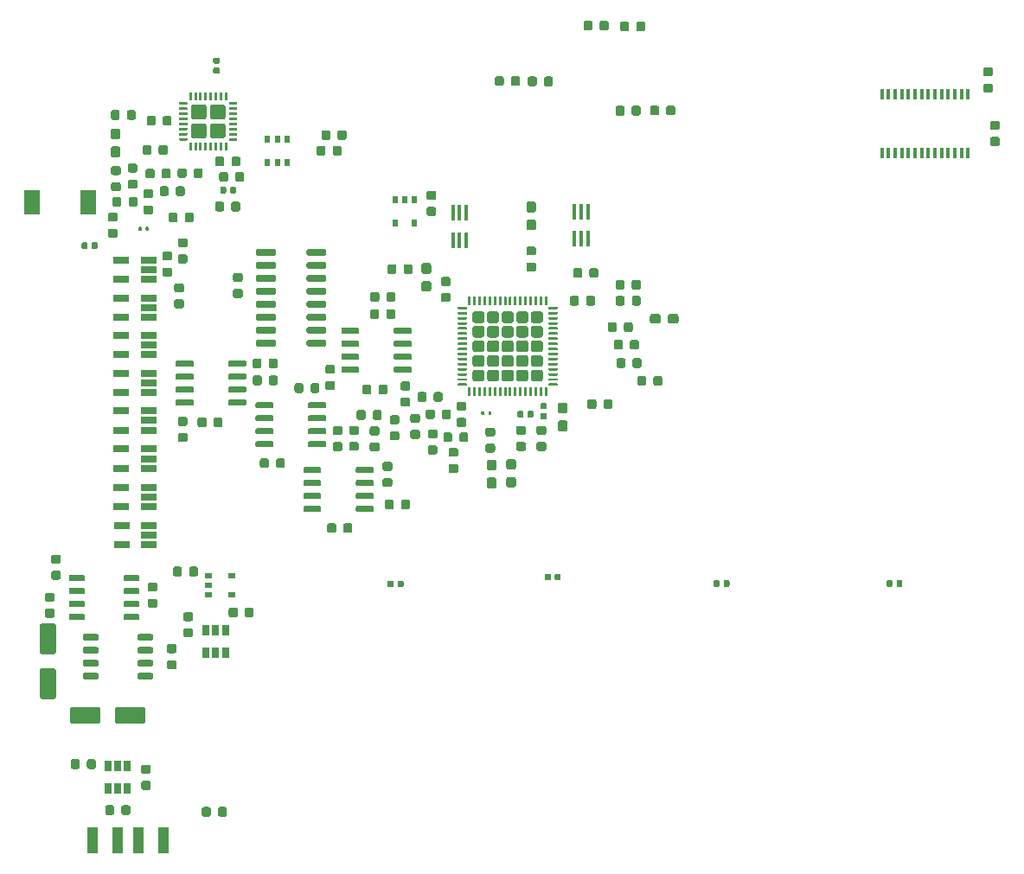
<source format=gbr>
G04 #@! TF.GenerationSoftware,KiCad,Pcbnew,5.1.5+dfsg1-2build2*
G04 #@! TF.CreationDate,2021-12-23T23:12:40-03:00*
G04 #@! TF.ProjectId,board_test,626f6172-645f-4746-9573-742e6b696361,rev?*
G04 #@! TF.SameCoordinates,Original*
G04 #@! TF.FileFunction,Paste,Top*
G04 #@! TF.FilePolarity,Positive*
%FSLAX46Y46*%
G04 Gerber Fmt 4.6, Leading zero omitted, Abs format (unit mm)*
G04 Created by KiCad (PCBNEW 5.1.5+dfsg1-2build2) date 2021-12-23 23:12:40*
%MOMM*%
%LPD*%
G04 APERTURE LIST*
%ADD10C,0.100000*%
%ADD11R,0.400000X1.500000*%
%ADD12R,1.100000X2.500000*%
%ADD13R,0.510000X0.700000*%
%ADD14R,1.560000X0.650000*%
%ADD15R,0.400000X1.100000*%
%ADD16R,1.500000X2.400000*%
%ADD17R,0.650000X1.060000*%
%ADD18R,0.700000X0.510000*%
G04 APERTURE END LIST*
D10*
G36*
X213792691Y-27546053D02*
G01*
X213813926Y-27549203D01*
X213834750Y-27554419D01*
X213854962Y-27561651D01*
X213874368Y-27570830D01*
X213892781Y-27581866D01*
X213910024Y-27594654D01*
X213925930Y-27609070D01*
X213940346Y-27624976D01*
X213953134Y-27642219D01*
X213964170Y-27660632D01*
X213973349Y-27680038D01*
X213980581Y-27700250D01*
X213985797Y-27721074D01*
X213988947Y-27742309D01*
X213990000Y-27763750D01*
X213990000Y-28276250D01*
X213988947Y-28297691D01*
X213985797Y-28318926D01*
X213980581Y-28339750D01*
X213973349Y-28359962D01*
X213964170Y-28379368D01*
X213953134Y-28397781D01*
X213940346Y-28415024D01*
X213925930Y-28430930D01*
X213910024Y-28445346D01*
X213892781Y-28458134D01*
X213874368Y-28469170D01*
X213854962Y-28478349D01*
X213834750Y-28485581D01*
X213813926Y-28490797D01*
X213792691Y-28493947D01*
X213771250Y-28495000D01*
X213333750Y-28495000D01*
X213312309Y-28493947D01*
X213291074Y-28490797D01*
X213270250Y-28485581D01*
X213250038Y-28478349D01*
X213230632Y-28469170D01*
X213212219Y-28458134D01*
X213194976Y-28445346D01*
X213179070Y-28430930D01*
X213164654Y-28415024D01*
X213151866Y-28397781D01*
X213140830Y-28379368D01*
X213131651Y-28359962D01*
X213124419Y-28339750D01*
X213119203Y-28318926D01*
X213116053Y-28297691D01*
X213115000Y-28276250D01*
X213115000Y-27763750D01*
X213116053Y-27742309D01*
X213119203Y-27721074D01*
X213124419Y-27700250D01*
X213131651Y-27680038D01*
X213140830Y-27660632D01*
X213151866Y-27642219D01*
X213164654Y-27624976D01*
X213179070Y-27609070D01*
X213194976Y-27594654D01*
X213212219Y-27581866D01*
X213230632Y-27570830D01*
X213250038Y-27561651D01*
X213270250Y-27554419D01*
X213291074Y-27549203D01*
X213312309Y-27546053D01*
X213333750Y-27545000D01*
X213771250Y-27545000D01*
X213792691Y-27546053D01*
G37*
G36*
X215367691Y-27546053D02*
G01*
X215388926Y-27549203D01*
X215409750Y-27554419D01*
X215429962Y-27561651D01*
X215449368Y-27570830D01*
X215467781Y-27581866D01*
X215485024Y-27594654D01*
X215500930Y-27609070D01*
X215515346Y-27624976D01*
X215528134Y-27642219D01*
X215539170Y-27660632D01*
X215548349Y-27680038D01*
X215555581Y-27700250D01*
X215560797Y-27721074D01*
X215563947Y-27742309D01*
X215565000Y-27763750D01*
X215565000Y-28276250D01*
X215563947Y-28297691D01*
X215560797Y-28318926D01*
X215555581Y-28339750D01*
X215548349Y-28359962D01*
X215539170Y-28379368D01*
X215528134Y-28397781D01*
X215515346Y-28415024D01*
X215500930Y-28430930D01*
X215485024Y-28445346D01*
X215467781Y-28458134D01*
X215449368Y-28469170D01*
X215429962Y-28478349D01*
X215409750Y-28485581D01*
X215388926Y-28490797D01*
X215367691Y-28493947D01*
X215346250Y-28495000D01*
X214908750Y-28495000D01*
X214887309Y-28493947D01*
X214866074Y-28490797D01*
X214845250Y-28485581D01*
X214825038Y-28478349D01*
X214805632Y-28469170D01*
X214787219Y-28458134D01*
X214769976Y-28445346D01*
X214754070Y-28430930D01*
X214739654Y-28415024D01*
X214726866Y-28397781D01*
X214715830Y-28379368D01*
X214706651Y-28359962D01*
X214699419Y-28339750D01*
X214694203Y-28318926D01*
X214691053Y-28297691D01*
X214690000Y-28276250D01*
X214690000Y-27763750D01*
X214691053Y-27742309D01*
X214694203Y-27721074D01*
X214699419Y-27700250D01*
X214706651Y-27680038D01*
X214715830Y-27660632D01*
X214726866Y-27642219D01*
X214739654Y-27624976D01*
X214754070Y-27609070D01*
X214769976Y-27594654D01*
X214787219Y-27581866D01*
X214805632Y-27570830D01*
X214825038Y-27561651D01*
X214845250Y-27554419D01*
X214866074Y-27549203D01*
X214887309Y-27546053D01*
X214908750Y-27545000D01*
X215346250Y-27545000D01*
X215367691Y-27546053D01*
G37*
G36*
X218950191Y-27626053D02*
G01*
X218971426Y-27629203D01*
X218992250Y-27634419D01*
X219012462Y-27641651D01*
X219031868Y-27650830D01*
X219050281Y-27661866D01*
X219067524Y-27674654D01*
X219083430Y-27689070D01*
X219097846Y-27704976D01*
X219110634Y-27722219D01*
X219121670Y-27740632D01*
X219130849Y-27760038D01*
X219138081Y-27780250D01*
X219143297Y-27801074D01*
X219146447Y-27822309D01*
X219147500Y-27843750D01*
X219147500Y-28356250D01*
X219146447Y-28377691D01*
X219143297Y-28398926D01*
X219138081Y-28419750D01*
X219130849Y-28439962D01*
X219121670Y-28459368D01*
X219110634Y-28477781D01*
X219097846Y-28495024D01*
X219083430Y-28510930D01*
X219067524Y-28525346D01*
X219050281Y-28538134D01*
X219031868Y-28549170D01*
X219012462Y-28558349D01*
X218992250Y-28565581D01*
X218971426Y-28570797D01*
X218950191Y-28573947D01*
X218928750Y-28575000D01*
X218491250Y-28575000D01*
X218469809Y-28573947D01*
X218448574Y-28570797D01*
X218427750Y-28565581D01*
X218407538Y-28558349D01*
X218388132Y-28549170D01*
X218369719Y-28538134D01*
X218352476Y-28525346D01*
X218336570Y-28510930D01*
X218322154Y-28495024D01*
X218309366Y-28477781D01*
X218298330Y-28459368D01*
X218289151Y-28439962D01*
X218281919Y-28419750D01*
X218276703Y-28398926D01*
X218273553Y-28377691D01*
X218272500Y-28356250D01*
X218272500Y-27843750D01*
X218273553Y-27822309D01*
X218276703Y-27801074D01*
X218281919Y-27780250D01*
X218289151Y-27760038D01*
X218298330Y-27740632D01*
X218309366Y-27722219D01*
X218322154Y-27704976D01*
X218336570Y-27689070D01*
X218352476Y-27674654D01*
X218369719Y-27661866D01*
X218388132Y-27650830D01*
X218407538Y-27641651D01*
X218427750Y-27634419D01*
X218448574Y-27629203D01*
X218469809Y-27626053D01*
X218491250Y-27625000D01*
X218928750Y-27625000D01*
X218950191Y-27626053D01*
G37*
G36*
X217375191Y-27626053D02*
G01*
X217396426Y-27629203D01*
X217417250Y-27634419D01*
X217437462Y-27641651D01*
X217456868Y-27650830D01*
X217475281Y-27661866D01*
X217492524Y-27674654D01*
X217508430Y-27689070D01*
X217522846Y-27704976D01*
X217535634Y-27722219D01*
X217546670Y-27740632D01*
X217555849Y-27760038D01*
X217563081Y-27780250D01*
X217568297Y-27801074D01*
X217571447Y-27822309D01*
X217572500Y-27843750D01*
X217572500Y-28356250D01*
X217571447Y-28377691D01*
X217568297Y-28398926D01*
X217563081Y-28419750D01*
X217555849Y-28439962D01*
X217546670Y-28459368D01*
X217535634Y-28477781D01*
X217522846Y-28495024D01*
X217508430Y-28510930D01*
X217492524Y-28525346D01*
X217475281Y-28538134D01*
X217456868Y-28549170D01*
X217437462Y-28558349D01*
X217417250Y-28565581D01*
X217396426Y-28570797D01*
X217375191Y-28573947D01*
X217353750Y-28575000D01*
X216916250Y-28575000D01*
X216894809Y-28573947D01*
X216873574Y-28570797D01*
X216852750Y-28565581D01*
X216832538Y-28558349D01*
X216813132Y-28549170D01*
X216794719Y-28538134D01*
X216777476Y-28525346D01*
X216761570Y-28510930D01*
X216747154Y-28495024D01*
X216734366Y-28477781D01*
X216723330Y-28459368D01*
X216714151Y-28439962D01*
X216706919Y-28419750D01*
X216701703Y-28398926D01*
X216698553Y-28377691D01*
X216697500Y-28356250D01*
X216697500Y-27843750D01*
X216698553Y-27822309D01*
X216701703Y-27801074D01*
X216706919Y-27780250D01*
X216714151Y-27760038D01*
X216723330Y-27740632D01*
X216734366Y-27722219D01*
X216747154Y-27704976D01*
X216761570Y-27689070D01*
X216777476Y-27674654D01*
X216794719Y-27661866D01*
X216813132Y-27650830D01*
X216832538Y-27641651D01*
X216852750Y-27634419D01*
X216873574Y-27629203D01*
X216894809Y-27626053D01*
X216916250Y-27625000D01*
X217353750Y-27625000D01*
X217375191Y-27626053D01*
G37*
G36*
X205112691Y-32976053D02*
G01*
X205133926Y-32979203D01*
X205154750Y-32984419D01*
X205174962Y-32991651D01*
X205194368Y-33000830D01*
X205212781Y-33011866D01*
X205230024Y-33024654D01*
X205245930Y-33039070D01*
X205260346Y-33054976D01*
X205273134Y-33072219D01*
X205284170Y-33090632D01*
X205293349Y-33110038D01*
X205300581Y-33130250D01*
X205305797Y-33151074D01*
X205308947Y-33172309D01*
X205310000Y-33193750D01*
X205310000Y-33706250D01*
X205308947Y-33727691D01*
X205305797Y-33748926D01*
X205300581Y-33769750D01*
X205293349Y-33789962D01*
X205284170Y-33809368D01*
X205273134Y-33827781D01*
X205260346Y-33845024D01*
X205245930Y-33860930D01*
X205230024Y-33875346D01*
X205212781Y-33888134D01*
X205194368Y-33899170D01*
X205174962Y-33908349D01*
X205154750Y-33915581D01*
X205133926Y-33920797D01*
X205112691Y-33923947D01*
X205091250Y-33925000D01*
X204653750Y-33925000D01*
X204632309Y-33923947D01*
X204611074Y-33920797D01*
X204590250Y-33915581D01*
X204570038Y-33908349D01*
X204550632Y-33899170D01*
X204532219Y-33888134D01*
X204514976Y-33875346D01*
X204499070Y-33860930D01*
X204484654Y-33845024D01*
X204471866Y-33827781D01*
X204460830Y-33809368D01*
X204451651Y-33789962D01*
X204444419Y-33769750D01*
X204439203Y-33748926D01*
X204436053Y-33727691D01*
X204435000Y-33706250D01*
X204435000Y-33193750D01*
X204436053Y-33172309D01*
X204439203Y-33151074D01*
X204444419Y-33130250D01*
X204451651Y-33110038D01*
X204460830Y-33090632D01*
X204471866Y-33072219D01*
X204484654Y-33054976D01*
X204499070Y-33039070D01*
X204514976Y-33024654D01*
X204532219Y-33011866D01*
X204550632Y-33000830D01*
X204570038Y-32991651D01*
X204590250Y-32984419D01*
X204611074Y-32979203D01*
X204632309Y-32976053D01*
X204653750Y-32975000D01*
X205091250Y-32975000D01*
X205112691Y-32976053D01*
G37*
G36*
X206687691Y-32976053D02*
G01*
X206708926Y-32979203D01*
X206729750Y-32984419D01*
X206749962Y-32991651D01*
X206769368Y-33000830D01*
X206787781Y-33011866D01*
X206805024Y-33024654D01*
X206820930Y-33039070D01*
X206835346Y-33054976D01*
X206848134Y-33072219D01*
X206859170Y-33090632D01*
X206868349Y-33110038D01*
X206875581Y-33130250D01*
X206880797Y-33151074D01*
X206883947Y-33172309D01*
X206885000Y-33193750D01*
X206885000Y-33706250D01*
X206883947Y-33727691D01*
X206880797Y-33748926D01*
X206875581Y-33769750D01*
X206868349Y-33789962D01*
X206859170Y-33809368D01*
X206848134Y-33827781D01*
X206835346Y-33845024D01*
X206820930Y-33860930D01*
X206805024Y-33875346D01*
X206787781Y-33888134D01*
X206769368Y-33899170D01*
X206749962Y-33908349D01*
X206729750Y-33915581D01*
X206708926Y-33920797D01*
X206687691Y-33923947D01*
X206666250Y-33925000D01*
X206228750Y-33925000D01*
X206207309Y-33923947D01*
X206186074Y-33920797D01*
X206165250Y-33915581D01*
X206145038Y-33908349D01*
X206125632Y-33899170D01*
X206107219Y-33888134D01*
X206089976Y-33875346D01*
X206074070Y-33860930D01*
X206059654Y-33845024D01*
X206046866Y-33827781D01*
X206035830Y-33809368D01*
X206026651Y-33789962D01*
X206019419Y-33769750D01*
X206014203Y-33748926D01*
X206011053Y-33727691D01*
X206010000Y-33706250D01*
X206010000Y-33193750D01*
X206011053Y-33172309D01*
X206014203Y-33151074D01*
X206019419Y-33130250D01*
X206026651Y-33110038D01*
X206035830Y-33090632D01*
X206046866Y-33072219D01*
X206059654Y-33054976D01*
X206074070Y-33039070D01*
X206089976Y-33024654D01*
X206107219Y-33011866D01*
X206125632Y-33000830D01*
X206145038Y-32991651D01*
X206165250Y-32984419D01*
X206186074Y-32979203D01*
X206207309Y-32976053D01*
X206228750Y-32975000D01*
X206666250Y-32975000D01*
X206687691Y-32976053D01*
G37*
G36*
X209917691Y-33006053D02*
G01*
X209938926Y-33009203D01*
X209959750Y-33014419D01*
X209979962Y-33021651D01*
X209999368Y-33030830D01*
X210017781Y-33041866D01*
X210035024Y-33054654D01*
X210050930Y-33069070D01*
X210065346Y-33084976D01*
X210078134Y-33102219D01*
X210089170Y-33120632D01*
X210098349Y-33140038D01*
X210105581Y-33160250D01*
X210110797Y-33181074D01*
X210113947Y-33202309D01*
X210115000Y-33223750D01*
X210115000Y-33736250D01*
X210113947Y-33757691D01*
X210110797Y-33778926D01*
X210105581Y-33799750D01*
X210098349Y-33819962D01*
X210089170Y-33839368D01*
X210078134Y-33857781D01*
X210065346Y-33875024D01*
X210050930Y-33890930D01*
X210035024Y-33905346D01*
X210017781Y-33918134D01*
X209999368Y-33929170D01*
X209979962Y-33938349D01*
X209959750Y-33945581D01*
X209938926Y-33950797D01*
X209917691Y-33953947D01*
X209896250Y-33955000D01*
X209458750Y-33955000D01*
X209437309Y-33953947D01*
X209416074Y-33950797D01*
X209395250Y-33945581D01*
X209375038Y-33938349D01*
X209355632Y-33929170D01*
X209337219Y-33918134D01*
X209319976Y-33905346D01*
X209304070Y-33890930D01*
X209289654Y-33875024D01*
X209276866Y-33857781D01*
X209265830Y-33839368D01*
X209256651Y-33819962D01*
X209249419Y-33799750D01*
X209244203Y-33778926D01*
X209241053Y-33757691D01*
X209240000Y-33736250D01*
X209240000Y-33223750D01*
X209241053Y-33202309D01*
X209244203Y-33181074D01*
X209249419Y-33160250D01*
X209256651Y-33140038D01*
X209265830Y-33120632D01*
X209276866Y-33102219D01*
X209289654Y-33084976D01*
X209304070Y-33069070D01*
X209319976Y-33054654D01*
X209337219Y-33041866D01*
X209355632Y-33030830D01*
X209375038Y-33021651D01*
X209395250Y-33014419D01*
X209416074Y-33009203D01*
X209437309Y-33006053D01*
X209458750Y-33005000D01*
X209896250Y-33005000D01*
X209917691Y-33006053D01*
G37*
G36*
X208342691Y-33006053D02*
G01*
X208363926Y-33009203D01*
X208384750Y-33014419D01*
X208404962Y-33021651D01*
X208424368Y-33030830D01*
X208442781Y-33041866D01*
X208460024Y-33054654D01*
X208475930Y-33069070D01*
X208490346Y-33084976D01*
X208503134Y-33102219D01*
X208514170Y-33120632D01*
X208523349Y-33140038D01*
X208530581Y-33160250D01*
X208535797Y-33181074D01*
X208538947Y-33202309D01*
X208540000Y-33223750D01*
X208540000Y-33736250D01*
X208538947Y-33757691D01*
X208535797Y-33778926D01*
X208530581Y-33799750D01*
X208523349Y-33819962D01*
X208514170Y-33839368D01*
X208503134Y-33857781D01*
X208490346Y-33875024D01*
X208475930Y-33890930D01*
X208460024Y-33905346D01*
X208442781Y-33918134D01*
X208424368Y-33929170D01*
X208404962Y-33938349D01*
X208384750Y-33945581D01*
X208363926Y-33950797D01*
X208342691Y-33953947D01*
X208321250Y-33955000D01*
X207883750Y-33955000D01*
X207862309Y-33953947D01*
X207841074Y-33950797D01*
X207820250Y-33945581D01*
X207800038Y-33938349D01*
X207780632Y-33929170D01*
X207762219Y-33918134D01*
X207744976Y-33905346D01*
X207729070Y-33890930D01*
X207714654Y-33875024D01*
X207701866Y-33857781D01*
X207690830Y-33839368D01*
X207681651Y-33819962D01*
X207674419Y-33799750D01*
X207669203Y-33778926D01*
X207666053Y-33757691D01*
X207665000Y-33736250D01*
X207665000Y-33223750D01*
X207666053Y-33202309D01*
X207669203Y-33181074D01*
X207674419Y-33160250D01*
X207681651Y-33140038D01*
X207690830Y-33120632D01*
X207701866Y-33102219D01*
X207714654Y-33084976D01*
X207729070Y-33069070D01*
X207744976Y-33054654D01*
X207762219Y-33041866D01*
X207780632Y-33030830D01*
X207800038Y-33021651D01*
X207820250Y-33014419D01*
X207841074Y-33009203D01*
X207862309Y-33006053D01*
X207883750Y-33005000D01*
X208321250Y-33005000D01*
X208342691Y-33006053D01*
G37*
G36*
X216932691Y-35876053D02*
G01*
X216953926Y-35879203D01*
X216974750Y-35884419D01*
X216994962Y-35891651D01*
X217014368Y-35900830D01*
X217032781Y-35911866D01*
X217050024Y-35924654D01*
X217065930Y-35939070D01*
X217080346Y-35954976D01*
X217093134Y-35972219D01*
X217104170Y-35990632D01*
X217113349Y-36010038D01*
X217120581Y-36030250D01*
X217125797Y-36051074D01*
X217128947Y-36072309D01*
X217130000Y-36093750D01*
X217130000Y-36606250D01*
X217128947Y-36627691D01*
X217125797Y-36648926D01*
X217120581Y-36669750D01*
X217113349Y-36689962D01*
X217104170Y-36709368D01*
X217093134Y-36727781D01*
X217080346Y-36745024D01*
X217065930Y-36760930D01*
X217050024Y-36775346D01*
X217032781Y-36788134D01*
X217014368Y-36799170D01*
X216994962Y-36808349D01*
X216974750Y-36815581D01*
X216953926Y-36820797D01*
X216932691Y-36823947D01*
X216911250Y-36825000D01*
X216473750Y-36825000D01*
X216452309Y-36823947D01*
X216431074Y-36820797D01*
X216410250Y-36815581D01*
X216390038Y-36808349D01*
X216370632Y-36799170D01*
X216352219Y-36788134D01*
X216334976Y-36775346D01*
X216319070Y-36760930D01*
X216304654Y-36745024D01*
X216291866Y-36727781D01*
X216280830Y-36709368D01*
X216271651Y-36689962D01*
X216264419Y-36669750D01*
X216259203Y-36648926D01*
X216256053Y-36627691D01*
X216255000Y-36606250D01*
X216255000Y-36093750D01*
X216256053Y-36072309D01*
X216259203Y-36051074D01*
X216264419Y-36030250D01*
X216271651Y-36010038D01*
X216280830Y-35990632D01*
X216291866Y-35972219D01*
X216304654Y-35954976D01*
X216319070Y-35939070D01*
X216334976Y-35924654D01*
X216352219Y-35911866D01*
X216370632Y-35900830D01*
X216390038Y-35891651D01*
X216410250Y-35884419D01*
X216431074Y-35879203D01*
X216452309Y-35876053D01*
X216473750Y-35875000D01*
X216911250Y-35875000D01*
X216932691Y-35876053D01*
G37*
G36*
X218507691Y-35876053D02*
G01*
X218528926Y-35879203D01*
X218549750Y-35884419D01*
X218569962Y-35891651D01*
X218589368Y-35900830D01*
X218607781Y-35911866D01*
X218625024Y-35924654D01*
X218640930Y-35939070D01*
X218655346Y-35954976D01*
X218668134Y-35972219D01*
X218679170Y-35990632D01*
X218688349Y-36010038D01*
X218695581Y-36030250D01*
X218700797Y-36051074D01*
X218703947Y-36072309D01*
X218705000Y-36093750D01*
X218705000Y-36606250D01*
X218703947Y-36627691D01*
X218700797Y-36648926D01*
X218695581Y-36669750D01*
X218688349Y-36689962D01*
X218679170Y-36709368D01*
X218668134Y-36727781D01*
X218655346Y-36745024D01*
X218640930Y-36760930D01*
X218625024Y-36775346D01*
X218607781Y-36788134D01*
X218589368Y-36799170D01*
X218569962Y-36808349D01*
X218549750Y-36815581D01*
X218528926Y-36820797D01*
X218507691Y-36823947D01*
X218486250Y-36825000D01*
X218048750Y-36825000D01*
X218027309Y-36823947D01*
X218006074Y-36820797D01*
X217985250Y-36815581D01*
X217965038Y-36808349D01*
X217945632Y-36799170D01*
X217927219Y-36788134D01*
X217909976Y-36775346D01*
X217894070Y-36760930D01*
X217879654Y-36745024D01*
X217866866Y-36727781D01*
X217855830Y-36709368D01*
X217846651Y-36689962D01*
X217839419Y-36669750D01*
X217834203Y-36648926D01*
X217831053Y-36627691D01*
X217830000Y-36606250D01*
X217830000Y-36093750D01*
X217831053Y-36072309D01*
X217834203Y-36051074D01*
X217839419Y-36030250D01*
X217846651Y-36010038D01*
X217855830Y-35990632D01*
X217866866Y-35972219D01*
X217879654Y-35954976D01*
X217894070Y-35939070D01*
X217909976Y-35924654D01*
X217927219Y-35911866D01*
X217945632Y-35900830D01*
X217965038Y-35891651D01*
X217985250Y-35884419D01*
X218006074Y-35879203D01*
X218027309Y-35876053D01*
X218048750Y-35875000D01*
X218486250Y-35875000D01*
X218507691Y-35876053D01*
G37*
G36*
X221887691Y-35866053D02*
G01*
X221908926Y-35869203D01*
X221929750Y-35874419D01*
X221949962Y-35881651D01*
X221969368Y-35890830D01*
X221987781Y-35901866D01*
X222005024Y-35914654D01*
X222020930Y-35929070D01*
X222035346Y-35944976D01*
X222048134Y-35962219D01*
X222059170Y-35980632D01*
X222068349Y-36000038D01*
X222075581Y-36020250D01*
X222080797Y-36041074D01*
X222083947Y-36062309D01*
X222085000Y-36083750D01*
X222085000Y-36596250D01*
X222083947Y-36617691D01*
X222080797Y-36638926D01*
X222075581Y-36659750D01*
X222068349Y-36679962D01*
X222059170Y-36699368D01*
X222048134Y-36717781D01*
X222035346Y-36735024D01*
X222020930Y-36750930D01*
X222005024Y-36765346D01*
X221987781Y-36778134D01*
X221969368Y-36789170D01*
X221949962Y-36798349D01*
X221929750Y-36805581D01*
X221908926Y-36810797D01*
X221887691Y-36813947D01*
X221866250Y-36815000D01*
X221428750Y-36815000D01*
X221407309Y-36813947D01*
X221386074Y-36810797D01*
X221365250Y-36805581D01*
X221345038Y-36798349D01*
X221325632Y-36789170D01*
X221307219Y-36778134D01*
X221289976Y-36765346D01*
X221274070Y-36750930D01*
X221259654Y-36735024D01*
X221246866Y-36717781D01*
X221235830Y-36699368D01*
X221226651Y-36679962D01*
X221219419Y-36659750D01*
X221214203Y-36638926D01*
X221211053Y-36617691D01*
X221210000Y-36596250D01*
X221210000Y-36083750D01*
X221211053Y-36062309D01*
X221214203Y-36041074D01*
X221219419Y-36020250D01*
X221226651Y-36000038D01*
X221235830Y-35980632D01*
X221246866Y-35962219D01*
X221259654Y-35944976D01*
X221274070Y-35929070D01*
X221289976Y-35914654D01*
X221307219Y-35901866D01*
X221325632Y-35890830D01*
X221345038Y-35881651D01*
X221365250Y-35874419D01*
X221386074Y-35869203D01*
X221407309Y-35866053D01*
X221428750Y-35865000D01*
X221866250Y-35865000D01*
X221887691Y-35866053D01*
G37*
G36*
X220312691Y-35866053D02*
G01*
X220333926Y-35869203D01*
X220354750Y-35874419D01*
X220374962Y-35881651D01*
X220394368Y-35890830D01*
X220412781Y-35901866D01*
X220430024Y-35914654D01*
X220445930Y-35929070D01*
X220460346Y-35944976D01*
X220473134Y-35962219D01*
X220484170Y-35980632D01*
X220493349Y-36000038D01*
X220500581Y-36020250D01*
X220505797Y-36041074D01*
X220508947Y-36062309D01*
X220510000Y-36083750D01*
X220510000Y-36596250D01*
X220508947Y-36617691D01*
X220505797Y-36638926D01*
X220500581Y-36659750D01*
X220493349Y-36679962D01*
X220484170Y-36699368D01*
X220473134Y-36717781D01*
X220460346Y-36735024D01*
X220445930Y-36750930D01*
X220430024Y-36765346D01*
X220412781Y-36778134D01*
X220394368Y-36789170D01*
X220374962Y-36798349D01*
X220354750Y-36805581D01*
X220333926Y-36810797D01*
X220312691Y-36813947D01*
X220291250Y-36815000D01*
X219853750Y-36815000D01*
X219832309Y-36813947D01*
X219811074Y-36810797D01*
X219790250Y-36805581D01*
X219770038Y-36798349D01*
X219750632Y-36789170D01*
X219732219Y-36778134D01*
X219714976Y-36765346D01*
X219699070Y-36750930D01*
X219684654Y-36735024D01*
X219671866Y-36717781D01*
X219660830Y-36699368D01*
X219651651Y-36679962D01*
X219644419Y-36659750D01*
X219639203Y-36638926D01*
X219636053Y-36617691D01*
X219635000Y-36596250D01*
X219635000Y-36083750D01*
X219636053Y-36062309D01*
X219639203Y-36041074D01*
X219644419Y-36020250D01*
X219651651Y-36000038D01*
X219660830Y-35980632D01*
X219671866Y-35962219D01*
X219684654Y-35944976D01*
X219699070Y-35929070D01*
X219714976Y-35914654D01*
X219732219Y-35901866D01*
X219750632Y-35890830D01*
X219770038Y-35881651D01*
X219790250Y-35874419D01*
X219811074Y-35869203D01*
X219832309Y-35866053D01*
X219853750Y-35865000D01*
X220291250Y-35865000D01*
X220312691Y-35866053D01*
G37*
G36*
X161757691Y-81408553D02*
G01*
X161778926Y-81411703D01*
X161799750Y-81416919D01*
X161819962Y-81424151D01*
X161839368Y-81433330D01*
X161857781Y-81444366D01*
X161875024Y-81457154D01*
X161890930Y-81471570D01*
X161905346Y-81487476D01*
X161918134Y-81504719D01*
X161929170Y-81523132D01*
X161938349Y-81542538D01*
X161945581Y-81562750D01*
X161950797Y-81583574D01*
X161953947Y-81604809D01*
X161955000Y-81626250D01*
X161955000Y-82063750D01*
X161953947Y-82085191D01*
X161950797Y-82106426D01*
X161945581Y-82127250D01*
X161938349Y-82147462D01*
X161929170Y-82166868D01*
X161918134Y-82185281D01*
X161905346Y-82202524D01*
X161890930Y-82218430D01*
X161875024Y-82232846D01*
X161857781Y-82245634D01*
X161839368Y-82256670D01*
X161819962Y-82265849D01*
X161799750Y-82273081D01*
X161778926Y-82278297D01*
X161757691Y-82281447D01*
X161736250Y-82282500D01*
X161223750Y-82282500D01*
X161202309Y-82281447D01*
X161181074Y-82278297D01*
X161160250Y-82273081D01*
X161140038Y-82265849D01*
X161120632Y-82256670D01*
X161102219Y-82245634D01*
X161084976Y-82232846D01*
X161069070Y-82218430D01*
X161054654Y-82202524D01*
X161041866Y-82185281D01*
X161030830Y-82166868D01*
X161021651Y-82147462D01*
X161014419Y-82127250D01*
X161009203Y-82106426D01*
X161006053Y-82085191D01*
X161005000Y-82063750D01*
X161005000Y-81626250D01*
X161006053Y-81604809D01*
X161009203Y-81583574D01*
X161014419Y-81562750D01*
X161021651Y-81542538D01*
X161030830Y-81523132D01*
X161041866Y-81504719D01*
X161054654Y-81487476D01*
X161069070Y-81471570D01*
X161084976Y-81457154D01*
X161102219Y-81444366D01*
X161120632Y-81433330D01*
X161140038Y-81424151D01*
X161160250Y-81416919D01*
X161181074Y-81411703D01*
X161202309Y-81408553D01*
X161223750Y-81407500D01*
X161736250Y-81407500D01*
X161757691Y-81408553D01*
G37*
G36*
X161757691Y-79833553D02*
G01*
X161778926Y-79836703D01*
X161799750Y-79841919D01*
X161819962Y-79849151D01*
X161839368Y-79858330D01*
X161857781Y-79869366D01*
X161875024Y-79882154D01*
X161890930Y-79896570D01*
X161905346Y-79912476D01*
X161918134Y-79929719D01*
X161929170Y-79948132D01*
X161938349Y-79967538D01*
X161945581Y-79987750D01*
X161950797Y-80008574D01*
X161953947Y-80029809D01*
X161955000Y-80051250D01*
X161955000Y-80488750D01*
X161953947Y-80510191D01*
X161950797Y-80531426D01*
X161945581Y-80552250D01*
X161938349Y-80572462D01*
X161929170Y-80591868D01*
X161918134Y-80610281D01*
X161905346Y-80627524D01*
X161890930Y-80643430D01*
X161875024Y-80657846D01*
X161857781Y-80670634D01*
X161839368Y-80681670D01*
X161819962Y-80690849D01*
X161799750Y-80698081D01*
X161778926Y-80703297D01*
X161757691Y-80706447D01*
X161736250Y-80707500D01*
X161223750Y-80707500D01*
X161202309Y-80706447D01*
X161181074Y-80703297D01*
X161160250Y-80698081D01*
X161140038Y-80690849D01*
X161120632Y-80681670D01*
X161102219Y-80670634D01*
X161084976Y-80657846D01*
X161069070Y-80643430D01*
X161054654Y-80627524D01*
X161041866Y-80610281D01*
X161030830Y-80591868D01*
X161021651Y-80572462D01*
X161014419Y-80552250D01*
X161009203Y-80531426D01*
X161006053Y-80510191D01*
X161005000Y-80488750D01*
X161005000Y-80051250D01*
X161006053Y-80029809D01*
X161009203Y-80008574D01*
X161014419Y-79987750D01*
X161021651Y-79967538D01*
X161030830Y-79948132D01*
X161041866Y-79929719D01*
X161054654Y-79912476D01*
X161069070Y-79896570D01*
X161084976Y-79882154D01*
X161102219Y-79869366D01*
X161120632Y-79858330D01*
X161140038Y-79849151D01*
X161160250Y-79841919D01*
X161181074Y-79836703D01*
X161202309Y-79833553D01*
X161223750Y-79832500D01*
X161736250Y-79832500D01*
X161757691Y-79833553D01*
G37*
G36*
X178125191Y-42366053D02*
G01*
X178146426Y-42369203D01*
X178167250Y-42374419D01*
X178187462Y-42381651D01*
X178206868Y-42390830D01*
X178225281Y-42401866D01*
X178242524Y-42414654D01*
X178258430Y-42429070D01*
X178272846Y-42444976D01*
X178285634Y-42462219D01*
X178296670Y-42480632D01*
X178305849Y-42500038D01*
X178313081Y-42520250D01*
X178318297Y-42541074D01*
X178321447Y-42562309D01*
X178322500Y-42583750D01*
X178322500Y-43096250D01*
X178321447Y-43117691D01*
X178318297Y-43138926D01*
X178313081Y-43159750D01*
X178305849Y-43179962D01*
X178296670Y-43199368D01*
X178285634Y-43217781D01*
X178272846Y-43235024D01*
X178258430Y-43250930D01*
X178242524Y-43265346D01*
X178225281Y-43278134D01*
X178206868Y-43289170D01*
X178187462Y-43298349D01*
X178167250Y-43305581D01*
X178146426Y-43310797D01*
X178125191Y-43313947D01*
X178103750Y-43315000D01*
X177666250Y-43315000D01*
X177644809Y-43313947D01*
X177623574Y-43310797D01*
X177602750Y-43305581D01*
X177582538Y-43298349D01*
X177563132Y-43289170D01*
X177544719Y-43278134D01*
X177527476Y-43265346D01*
X177511570Y-43250930D01*
X177497154Y-43235024D01*
X177484366Y-43217781D01*
X177473330Y-43199368D01*
X177464151Y-43179962D01*
X177456919Y-43159750D01*
X177451703Y-43138926D01*
X177448553Y-43117691D01*
X177447500Y-43096250D01*
X177447500Y-42583750D01*
X177448553Y-42562309D01*
X177451703Y-42541074D01*
X177456919Y-42520250D01*
X177464151Y-42500038D01*
X177473330Y-42480632D01*
X177484366Y-42462219D01*
X177497154Y-42444976D01*
X177511570Y-42429070D01*
X177527476Y-42414654D01*
X177544719Y-42401866D01*
X177563132Y-42390830D01*
X177582538Y-42381651D01*
X177602750Y-42374419D01*
X177623574Y-42369203D01*
X177644809Y-42366053D01*
X177666250Y-42365000D01*
X178103750Y-42365000D01*
X178125191Y-42366053D01*
G37*
G36*
X179700191Y-42366053D02*
G01*
X179721426Y-42369203D01*
X179742250Y-42374419D01*
X179762462Y-42381651D01*
X179781868Y-42390830D01*
X179800281Y-42401866D01*
X179817524Y-42414654D01*
X179833430Y-42429070D01*
X179847846Y-42444976D01*
X179860634Y-42462219D01*
X179871670Y-42480632D01*
X179880849Y-42500038D01*
X179888081Y-42520250D01*
X179893297Y-42541074D01*
X179896447Y-42562309D01*
X179897500Y-42583750D01*
X179897500Y-43096250D01*
X179896447Y-43117691D01*
X179893297Y-43138926D01*
X179888081Y-43159750D01*
X179880849Y-43179962D01*
X179871670Y-43199368D01*
X179860634Y-43217781D01*
X179847846Y-43235024D01*
X179833430Y-43250930D01*
X179817524Y-43265346D01*
X179800281Y-43278134D01*
X179781868Y-43289170D01*
X179762462Y-43298349D01*
X179742250Y-43305581D01*
X179721426Y-43310797D01*
X179700191Y-43313947D01*
X179678750Y-43315000D01*
X179241250Y-43315000D01*
X179219809Y-43313947D01*
X179198574Y-43310797D01*
X179177750Y-43305581D01*
X179157538Y-43298349D01*
X179138132Y-43289170D01*
X179119719Y-43278134D01*
X179102476Y-43265346D01*
X179086570Y-43250930D01*
X179072154Y-43235024D01*
X179059366Y-43217781D01*
X179048330Y-43199368D01*
X179039151Y-43179962D01*
X179031919Y-43159750D01*
X179026703Y-43138926D01*
X179023553Y-43117691D01*
X179022500Y-43096250D01*
X179022500Y-42583750D01*
X179023553Y-42562309D01*
X179026703Y-42541074D01*
X179031919Y-42520250D01*
X179039151Y-42500038D01*
X179048330Y-42480632D01*
X179059366Y-42462219D01*
X179072154Y-42444976D01*
X179086570Y-42429070D01*
X179102476Y-42414654D01*
X179119719Y-42401866D01*
X179138132Y-42390830D01*
X179157538Y-42381651D01*
X179177750Y-42374419D01*
X179198574Y-42369203D01*
X179219809Y-42366053D01*
X179241250Y-42365000D01*
X179678750Y-42365000D01*
X179700191Y-42366053D01*
G37*
G36*
X201437691Y-66438553D02*
G01*
X201458926Y-66441703D01*
X201479750Y-66446919D01*
X201499962Y-66454151D01*
X201519368Y-66463330D01*
X201537781Y-66474366D01*
X201555024Y-66487154D01*
X201570930Y-66501570D01*
X201585346Y-66517476D01*
X201598134Y-66534719D01*
X201609170Y-66553132D01*
X201618349Y-66572538D01*
X201625581Y-66592750D01*
X201630797Y-66613574D01*
X201633947Y-66634809D01*
X201635000Y-66656250D01*
X201635000Y-67093750D01*
X201633947Y-67115191D01*
X201630797Y-67136426D01*
X201625581Y-67157250D01*
X201618349Y-67177462D01*
X201609170Y-67196868D01*
X201598134Y-67215281D01*
X201585346Y-67232524D01*
X201570930Y-67248430D01*
X201555024Y-67262846D01*
X201537781Y-67275634D01*
X201519368Y-67286670D01*
X201499962Y-67295849D01*
X201479750Y-67303081D01*
X201458926Y-67308297D01*
X201437691Y-67311447D01*
X201416250Y-67312500D01*
X200903750Y-67312500D01*
X200882309Y-67311447D01*
X200861074Y-67308297D01*
X200840250Y-67303081D01*
X200820038Y-67295849D01*
X200800632Y-67286670D01*
X200782219Y-67275634D01*
X200764976Y-67262846D01*
X200749070Y-67248430D01*
X200734654Y-67232524D01*
X200721866Y-67215281D01*
X200710830Y-67196868D01*
X200701651Y-67177462D01*
X200694419Y-67157250D01*
X200689203Y-67136426D01*
X200686053Y-67115191D01*
X200685000Y-67093750D01*
X200685000Y-66656250D01*
X200686053Y-66634809D01*
X200689203Y-66613574D01*
X200694419Y-66592750D01*
X200701651Y-66572538D01*
X200710830Y-66553132D01*
X200721866Y-66534719D01*
X200734654Y-66517476D01*
X200749070Y-66501570D01*
X200764976Y-66487154D01*
X200782219Y-66474366D01*
X200800632Y-66463330D01*
X200820038Y-66454151D01*
X200840250Y-66446919D01*
X200861074Y-66441703D01*
X200882309Y-66438553D01*
X200903750Y-66437500D01*
X201416250Y-66437500D01*
X201437691Y-66438553D01*
G37*
G36*
X201437691Y-64863553D02*
G01*
X201458926Y-64866703D01*
X201479750Y-64871919D01*
X201499962Y-64879151D01*
X201519368Y-64888330D01*
X201537781Y-64899366D01*
X201555024Y-64912154D01*
X201570930Y-64926570D01*
X201585346Y-64942476D01*
X201598134Y-64959719D01*
X201609170Y-64978132D01*
X201618349Y-64997538D01*
X201625581Y-65017750D01*
X201630797Y-65038574D01*
X201633947Y-65059809D01*
X201635000Y-65081250D01*
X201635000Y-65518750D01*
X201633947Y-65540191D01*
X201630797Y-65561426D01*
X201625581Y-65582250D01*
X201618349Y-65602462D01*
X201609170Y-65621868D01*
X201598134Y-65640281D01*
X201585346Y-65657524D01*
X201570930Y-65673430D01*
X201555024Y-65687846D01*
X201537781Y-65700634D01*
X201519368Y-65711670D01*
X201499962Y-65720849D01*
X201479750Y-65728081D01*
X201458926Y-65733297D01*
X201437691Y-65736447D01*
X201416250Y-65737500D01*
X200903750Y-65737500D01*
X200882309Y-65736447D01*
X200861074Y-65733297D01*
X200840250Y-65728081D01*
X200820038Y-65720849D01*
X200800632Y-65711670D01*
X200782219Y-65700634D01*
X200764976Y-65687846D01*
X200749070Y-65673430D01*
X200734654Y-65657524D01*
X200721866Y-65640281D01*
X200710830Y-65621868D01*
X200701651Y-65602462D01*
X200694419Y-65582250D01*
X200689203Y-65561426D01*
X200686053Y-65540191D01*
X200685000Y-65518750D01*
X200685000Y-65081250D01*
X200686053Y-65059809D01*
X200689203Y-65038574D01*
X200694419Y-65017750D01*
X200701651Y-64997538D01*
X200710830Y-64978132D01*
X200721866Y-64959719D01*
X200734654Y-64942476D01*
X200749070Y-64926570D01*
X200764976Y-64912154D01*
X200782219Y-64899366D01*
X200800632Y-64888330D01*
X200820038Y-64879151D01*
X200840250Y-64871919D01*
X200861074Y-64866703D01*
X200882309Y-64863553D01*
X200903750Y-64862500D01*
X201416250Y-64862500D01*
X201437691Y-64863553D01*
G37*
G36*
X161137691Y-85138553D02*
G01*
X161158926Y-85141703D01*
X161179750Y-85146919D01*
X161199962Y-85154151D01*
X161219368Y-85163330D01*
X161237781Y-85174366D01*
X161255024Y-85187154D01*
X161270930Y-85201570D01*
X161285346Y-85217476D01*
X161298134Y-85234719D01*
X161309170Y-85253132D01*
X161318349Y-85272538D01*
X161325581Y-85292750D01*
X161330797Y-85313574D01*
X161333947Y-85334809D01*
X161335000Y-85356250D01*
X161335000Y-85793750D01*
X161333947Y-85815191D01*
X161330797Y-85836426D01*
X161325581Y-85857250D01*
X161318349Y-85877462D01*
X161309170Y-85896868D01*
X161298134Y-85915281D01*
X161285346Y-85932524D01*
X161270930Y-85948430D01*
X161255024Y-85962846D01*
X161237781Y-85975634D01*
X161219368Y-85986670D01*
X161199962Y-85995849D01*
X161179750Y-86003081D01*
X161158926Y-86008297D01*
X161137691Y-86011447D01*
X161116250Y-86012500D01*
X160603750Y-86012500D01*
X160582309Y-86011447D01*
X160561074Y-86008297D01*
X160540250Y-86003081D01*
X160520038Y-85995849D01*
X160500632Y-85986670D01*
X160482219Y-85975634D01*
X160464976Y-85962846D01*
X160449070Y-85948430D01*
X160434654Y-85932524D01*
X160421866Y-85915281D01*
X160410830Y-85896868D01*
X160401651Y-85877462D01*
X160394419Y-85857250D01*
X160389203Y-85836426D01*
X160386053Y-85815191D01*
X160385000Y-85793750D01*
X160385000Y-85356250D01*
X160386053Y-85334809D01*
X160389203Y-85313574D01*
X160394419Y-85292750D01*
X160401651Y-85272538D01*
X160410830Y-85253132D01*
X160421866Y-85234719D01*
X160434654Y-85217476D01*
X160449070Y-85201570D01*
X160464976Y-85187154D01*
X160482219Y-85174366D01*
X160500632Y-85163330D01*
X160520038Y-85154151D01*
X160540250Y-85146919D01*
X160561074Y-85141703D01*
X160582309Y-85138553D01*
X160603750Y-85137500D01*
X161116250Y-85137500D01*
X161137691Y-85138553D01*
G37*
G36*
X161137691Y-83563553D02*
G01*
X161158926Y-83566703D01*
X161179750Y-83571919D01*
X161199962Y-83579151D01*
X161219368Y-83588330D01*
X161237781Y-83599366D01*
X161255024Y-83612154D01*
X161270930Y-83626570D01*
X161285346Y-83642476D01*
X161298134Y-83659719D01*
X161309170Y-83678132D01*
X161318349Y-83697538D01*
X161325581Y-83717750D01*
X161330797Y-83738574D01*
X161333947Y-83759809D01*
X161335000Y-83781250D01*
X161335000Y-84218750D01*
X161333947Y-84240191D01*
X161330797Y-84261426D01*
X161325581Y-84282250D01*
X161318349Y-84302462D01*
X161309170Y-84321868D01*
X161298134Y-84340281D01*
X161285346Y-84357524D01*
X161270930Y-84373430D01*
X161255024Y-84387846D01*
X161237781Y-84400634D01*
X161219368Y-84411670D01*
X161199962Y-84420849D01*
X161179750Y-84428081D01*
X161158926Y-84433297D01*
X161137691Y-84436447D01*
X161116250Y-84437500D01*
X160603750Y-84437500D01*
X160582309Y-84436447D01*
X160561074Y-84433297D01*
X160540250Y-84428081D01*
X160520038Y-84420849D01*
X160500632Y-84411670D01*
X160482219Y-84400634D01*
X160464976Y-84387846D01*
X160449070Y-84373430D01*
X160434654Y-84357524D01*
X160421866Y-84340281D01*
X160410830Y-84321868D01*
X160401651Y-84302462D01*
X160394419Y-84282250D01*
X160389203Y-84261426D01*
X160386053Y-84240191D01*
X160385000Y-84218750D01*
X160385000Y-83781250D01*
X160386053Y-83759809D01*
X160389203Y-83738574D01*
X160394419Y-83717750D01*
X160401651Y-83697538D01*
X160410830Y-83678132D01*
X160421866Y-83659719D01*
X160434654Y-83642476D01*
X160449070Y-83626570D01*
X160464976Y-83612154D01*
X160482219Y-83599366D01*
X160500632Y-83588330D01*
X160520038Y-83579151D01*
X160540250Y-83571919D01*
X160561074Y-83566703D01*
X160582309Y-83563553D01*
X160603750Y-83562500D01*
X161116250Y-83562500D01*
X161137691Y-83563553D01*
G37*
G36*
X165175191Y-99876053D02*
G01*
X165196426Y-99879203D01*
X165217250Y-99884419D01*
X165237462Y-99891651D01*
X165256868Y-99900830D01*
X165275281Y-99911866D01*
X165292524Y-99924654D01*
X165308430Y-99939070D01*
X165322846Y-99954976D01*
X165335634Y-99972219D01*
X165346670Y-99990632D01*
X165355849Y-100010038D01*
X165363081Y-100030250D01*
X165368297Y-100051074D01*
X165371447Y-100072309D01*
X165372500Y-100093750D01*
X165372500Y-100606250D01*
X165371447Y-100627691D01*
X165368297Y-100648926D01*
X165363081Y-100669750D01*
X165355849Y-100689962D01*
X165346670Y-100709368D01*
X165335634Y-100727781D01*
X165322846Y-100745024D01*
X165308430Y-100760930D01*
X165292524Y-100775346D01*
X165275281Y-100788134D01*
X165256868Y-100799170D01*
X165237462Y-100808349D01*
X165217250Y-100815581D01*
X165196426Y-100820797D01*
X165175191Y-100823947D01*
X165153750Y-100825000D01*
X164716250Y-100825000D01*
X164694809Y-100823947D01*
X164673574Y-100820797D01*
X164652750Y-100815581D01*
X164632538Y-100808349D01*
X164613132Y-100799170D01*
X164594719Y-100788134D01*
X164577476Y-100775346D01*
X164561570Y-100760930D01*
X164547154Y-100745024D01*
X164534366Y-100727781D01*
X164523330Y-100709368D01*
X164514151Y-100689962D01*
X164506919Y-100669750D01*
X164501703Y-100648926D01*
X164498553Y-100627691D01*
X164497500Y-100606250D01*
X164497500Y-100093750D01*
X164498553Y-100072309D01*
X164501703Y-100051074D01*
X164506919Y-100030250D01*
X164514151Y-100010038D01*
X164523330Y-99990632D01*
X164534366Y-99972219D01*
X164547154Y-99954976D01*
X164561570Y-99939070D01*
X164577476Y-99924654D01*
X164594719Y-99911866D01*
X164613132Y-99900830D01*
X164632538Y-99891651D01*
X164652750Y-99884419D01*
X164673574Y-99879203D01*
X164694809Y-99876053D01*
X164716250Y-99875000D01*
X165153750Y-99875000D01*
X165175191Y-99876053D01*
G37*
G36*
X163600191Y-99876053D02*
G01*
X163621426Y-99879203D01*
X163642250Y-99884419D01*
X163662462Y-99891651D01*
X163681868Y-99900830D01*
X163700281Y-99911866D01*
X163717524Y-99924654D01*
X163733430Y-99939070D01*
X163747846Y-99954976D01*
X163760634Y-99972219D01*
X163771670Y-99990632D01*
X163780849Y-100010038D01*
X163788081Y-100030250D01*
X163793297Y-100051074D01*
X163796447Y-100072309D01*
X163797500Y-100093750D01*
X163797500Y-100606250D01*
X163796447Y-100627691D01*
X163793297Y-100648926D01*
X163788081Y-100669750D01*
X163780849Y-100689962D01*
X163771670Y-100709368D01*
X163760634Y-100727781D01*
X163747846Y-100745024D01*
X163733430Y-100760930D01*
X163717524Y-100775346D01*
X163700281Y-100788134D01*
X163681868Y-100799170D01*
X163662462Y-100808349D01*
X163642250Y-100815581D01*
X163621426Y-100820797D01*
X163600191Y-100823947D01*
X163578750Y-100825000D01*
X163141250Y-100825000D01*
X163119809Y-100823947D01*
X163098574Y-100820797D01*
X163077750Y-100815581D01*
X163057538Y-100808349D01*
X163038132Y-100799170D01*
X163019719Y-100788134D01*
X163002476Y-100775346D01*
X162986570Y-100760930D01*
X162972154Y-100745024D01*
X162959366Y-100727781D01*
X162948330Y-100709368D01*
X162939151Y-100689962D01*
X162931919Y-100669750D01*
X162926703Y-100648926D01*
X162923553Y-100627691D01*
X162922500Y-100606250D01*
X162922500Y-100093750D01*
X162923553Y-100072309D01*
X162926703Y-100051074D01*
X162931919Y-100030250D01*
X162939151Y-100010038D01*
X162948330Y-99990632D01*
X162959366Y-99972219D01*
X162972154Y-99954976D01*
X162986570Y-99939070D01*
X163002476Y-99924654D01*
X163019719Y-99911866D01*
X163038132Y-99900830D01*
X163057538Y-99891651D01*
X163077750Y-99884419D01*
X163098574Y-99879203D01*
X163119809Y-99876053D01*
X163141250Y-99875000D01*
X163578750Y-99875000D01*
X163600191Y-99876053D01*
G37*
D11*
X201620000Y-49020000D03*
X200970000Y-49020000D03*
X200320000Y-49020000D03*
X200320000Y-46360000D03*
X200970000Y-46360000D03*
X201620000Y-46360000D03*
X213530000Y-48890000D03*
X212880000Y-48890000D03*
X212230000Y-48890000D03*
X212230000Y-46230000D03*
X212880000Y-46230000D03*
X213530000Y-46230000D03*
D10*
G36*
X177997691Y-104546053D02*
G01*
X178018926Y-104549203D01*
X178039750Y-104554419D01*
X178059962Y-104561651D01*
X178079368Y-104570830D01*
X178097781Y-104581866D01*
X178115024Y-104594654D01*
X178130930Y-104609070D01*
X178145346Y-104624976D01*
X178158134Y-104642219D01*
X178169170Y-104660632D01*
X178178349Y-104680038D01*
X178185581Y-104700250D01*
X178190797Y-104721074D01*
X178193947Y-104742309D01*
X178195000Y-104763750D01*
X178195000Y-105276250D01*
X178193947Y-105297691D01*
X178190797Y-105318926D01*
X178185581Y-105339750D01*
X178178349Y-105359962D01*
X178169170Y-105379368D01*
X178158134Y-105397781D01*
X178145346Y-105415024D01*
X178130930Y-105430930D01*
X178115024Y-105445346D01*
X178097781Y-105458134D01*
X178079368Y-105469170D01*
X178059962Y-105478349D01*
X178039750Y-105485581D01*
X178018926Y-105490797D01*
X177997691Y-105493947D01*
X177976250Y-105495000D01*
X177538750Y-105495000D01*
X177517309Y-105493947D01*
X177496074Y-105490797D01*
X177475250Y-105485581D01*
X177455038Y-105478349D01*
X177435632Y-105469170D01*
X177417219Y-105458134D01*
X177399976Y-105445346D01*
X177384070Y-105430930D01*
X177369654Y-105415024D01*
X177356866Y-105397781D01*
X177345830Y-105379368D01*
X177336651Y-105359962D01*
X177329419Y-105339750D01*
X177324203Y-105318926D01*
X177321053Y-105297691D01*
X177320000Y-105276250D01*
X177320000Y-104763750D01*
X177321053Y-104742309D01*
X177324203Y-104721074D01*
X177329419Y-104700250D01*
X177336651Y-104680038D01*
X177345830Y-104660632D01*
X177356866Y-104642219D01*
X177369654Y-104624976D01*
X177384070Y-104609070D01*
X177399976Y-104594654D01*
X177417219Y-104581866D01*
X177435632Y-104570830D01*
X177455038Y-104561651D01*
X177475250Y-104554419D01*
X177496074Y-104549203D01*
X177517309Y-104546053D01*
X177538750Y-104545000D01*
X177976250Y-104545000D01*
X177997691Y-104546053D01*
G37*
G36*
X176422691Y-104546053D02*
G01*
X176443926Y-104549203D01*
X176464750Y-104554419D01*
X176484962Y-104561651D01*
X176504368Y-104570830D01*
X176522781Y-104581866D01*
X176540024Y-104594654D01*
X176555930Y-104609070D01*
X176570346Y-104624976D01*
X176583134Y-104642219D01*
X176594170Y-104660632D01*
X176603349Y-104680038D01*
X176610581Y-104700250D01*
X176615797Y-104721074D01*
X176618947Y-104742309D01*
X176620000Y-104763750D01*
X176620000Y-105276250D01*
X176618947Y-105297691D01*
X176615797Y-105318926D01*
X176610581Y-105339750D01*
X176603349Y-105359962D01*
X176594170Y-105379368D01*
X176583134Y-105397781D01*
X176570346Y-105415024D01*
X176555930Y-105430930D01*
X176540024Y-105445346D01*
X176522781Y-105458134D01*
X176504368Y-105469170D01*
X176484962Y-105478349D01*
X176464750Y-105485581D01*
X176443926Y-105490797D01*
X176422691Y-105493947D01*
X176401250Y-105495000D01*
X175963750Y-105495000D01*
X175942309Y-105493947D01*
X175921074Y-105490797D01*
X175900250Y-105485581D01*
X175880038Y-105478349D01*
X175860632Y-105469170D01*
X175842219Y-105458134D01*
X175824976Y-105445346D01*
X175809070Y-105430930D01*
X175794654Y-105415024D01*
X175781866Y-105397781D01*
X175770830Y-105379368D01*
X175761651Y-105359962D01*
X175754419Y-105339750D01*
X175749203Y-105318926D01*
X175746053Y-105297691D01*
X175745000Y-105276250D01*
X175745000Y-104763750D01*
X175746053Y-104742309D01*
X175749203Y-104721074D01*
X175754419Y-104700250D01*
X175761651Y-104680038D01*
X175770830Y-104660632D01*
X175781866Y-104642219D01*
X175794654Y-104624976D01*
X175809070Y-104609070D01*
X175824976Y-104594654D01*
X175842219Y-104581866D01*
X175860632Y-104570830D01*
X175880038Y-104561651D01*
X175900250Y-104554419D01*
X175921074Y-104549203D01*
X175942309Y-104546053D01*
X175963750Y-104545000D01*
X176401250Y-104545000D01*
X176422691Y-104546053D01*
G37*
G36*
X252997691Y-33701053D02*
G01*
X253018926Y-33704203D01*
X253039750Y-33709419D01*
X253059962Y-33716651D01*
X253079368Y-33725830D01*
X253097781Y-33736866D01*
X253115024Y-33749654D01*
X253130930Y-33764070D01*
X253145346Y-33779976D01*
X253158134Y-33797219D01*
X253169170Y-33815632D01*
X253178349Y-33835038D01*
X253185581Y-33855250D01*
X253190797Y-33876074D01*
X253193947Y-33897309D01*
X253195000Y-33918750D01*
X253195000Y-34356250D01*
X253193947Y-34377691D01*
X253190797Y-34398926D01*
X253185581Y-34419750D01*
X253178349Y-34439962D01*
X253169170Y-34459368D01*
X253158134Y-34477781D01*
X253145346Y-34495024D01*
X253130930Y-34510930D01*
X253115024Y-34525346D01*
X253097781Y-34538134D01*
X253079368Y-34549170D01*
X253059962Y-34558349D01*
X253039750Y-34565581D01*
X253018926Y-34570797D01*
X252997691Y-34573947D01*
X252976250Y-34575000D01*
X252463750Y-34575000D01*
X252442309Y-34573947D01*
X252421074Y-34570797D01*
X252400250Y-34565581D01*
X252380038Y-34558349D01*
X252360632Y-34549170D01*
X252342219Y-34538134D01*
X252324976Y-34525346D01*
X252309070Y-34510930D01*
X252294654Y-34495024D01*
X252281866Y-34477781D01*
X252270830Y-34459368D01*
X252261651Y-34439962D01*
X252254419Y-34419750D01*
X252249203Y-34398926D01*
X252246053Y-34377691D01*
X252245000Y-34356250D01*
X252245000Y-33918750D01*
X252246053Y-33897309D01*
X252249203Y-33876074D01*
X252254419Y-33855250D01*
X252261651Y-33835038D01*
X252270830Y-33815632D01*
X252281866Y-33797219D01*
X252294654Y-33779976D01*
X252309070Y-33764070D01*
X252324976Y-33749654D01*
X252342219Y-33736866D01*
X252360632Y-33725830D01*
X252380038Y-33716651D01*
X252400250Y-33709419D01*
X252421074Y-33704203D01*
X252442309Y-33701053D01*
X252463750Y-33700000D01*
X252976250Y-33700000D01*
X252997691Y-33701053D01*
G37*
G36*
X252997691Y-32126053D02*
G01*
X253018926Y-32129203D01*
X253039750Y-32134419D01*
X253059962Y-32141651D01*
X253079368Y-32150830D01*
X253097781Y-32161866D01*
X253115024Y-32174654D01*
X253130930Y-32189070D01*
X253145346Y-32204976D01*
X253158134Y-32222219D01*
X253169170Y-32240632D01*
X253178349Y-32260038D01*
X253185581Y-32280250D01*
X253190797Y-32301074D01*
X253193947Y-32322309D01*
X253195000Y-32343750D01*
X253195000Y-32781250D01*
X253193947Y-32802691D01*
X253190797Y-32823926D01*
X253185581Y-32844750D01*
X253178349Y-32864962D01*
X253169170Y-32884368D01*
X253158134Y-32902781D01*
X253145346Y-32920024D01*
X253130930Y-32935930D01*
X253115024Y-32950346D01*
X253097781Y-32963134D01*
X253079368Y-32974170D01*
X253059962Y-32983349D01*
X253039750Y-32990581D01*
X253018926Y-32995797D01*
X252997691Y-32998947D01*
X252976250Y-33000000D01*
X252463750Y-33000000D01*
X252442309Y-32998947D01*
X252421074Y-32995797D01*
X252400250Y-32990581D01*
X252380038Y-32983349D01*
X252360632Y-32974170D01*
X252342219Y-32963134D01*
X252324976Y-32950346D01*
X252309070Y-32935930D01*
X252294654Y-32920024D01*
X252281866Y-32902781D01*
X252270830Y-32884368D01*
X252261651Y-32864962D01*
X252254419Y-32844750D01*
X252249203Y-32823926D01*
X252246053Y-32802691D01*
X252245000Y-32781250D01*
X252245000Y-32343750D01*
X252246053Y-32322309D01*
X252249203Y-32301074D01*
X252254419Y-32280250D01*
X252261651Y-32260038D01*
X252270830Y-32240632D01*
X252281866Y-32222219D01*
X252294654Y-32204976D01*
X252309070Y-32189070D01*
X252324976Y-32174654D01*
X252342219Y-32161866D01*
X252360632Y-32150830D01*
X252380038Y-32141651D01*
X252400250Y-32134419D01*
X252421074Y-32129203D01*
X252442309Y-32126053D01*
X252463750Y-32125000D01*
X252976250Y-32125000D01*
X252997691Y-32126053D01*
G37*
G36*
X167617691Y-41783553D02*
G01*
X167638926Y-41786703D01*
X167659750Y-41791919D01*
X167679962Y-41799151D01*
X167699368Y-41808330D01*
X167717781Y-41819366D01*
X167735024Y-41832154D01*
X167750930Y-41846570D01*
X167765346Y-41862476D01*
X167778134Y-41879719D01*
X167789170Y-41898132D01*
X167798349Y-41917538D01*
X167805581Y-41937750D01*
X167810797Y-41958574D01*
X167813947Y-41979809D01*
X167815000Y-42001250D01*
X167815000Y-42438750D01*
X167813947Y-42460191D01*
X167810797Y-42481426D01*
X167805581Y-42502250D01*
X167798349Y-42522462D01*
X167789170Y-42541868D01*
X167778134Y-42560281D01*
X167765346Y-42577524D01*
X167750930Y-42593430D01*
X167735024Y-42607846D01*
X167717781Y-42620634D01*
X167699368Y-42631670D01*
X167679962Y-42640849D01*
X167659750Y-42648081D01*
X167638926Y-42653297D01*
X167617691Y-42656447D01*
X167596250Y-42657500D01*
X167083750Y-42657500D01*
X167062309Y-42656447D01*
X167041074Y-42653297D01*
X167020250Y-42648081D01*
X167000038Y-42640849D01*
X166980632Y-42631670D01*
X166962219Y-42620634D01*
X166944976Y-42607846D01*
X166929070Y-42593430D01*
X166914654Y-42577524D01*
X166901866Y-42560281D01*
X166890830Y-42541868D01*
X166881651Y-42522462D01*
X166874419Y-42502250D01*
X166869203Y-42481426D01*
X166866053Y-42460191D01*
X166865000Y-42438750D01*
X166865000Y-42001250D01*
X166866053Y-41979809D01*
X166869203Y-41958574D01*
X166874419Y-41937750D01*
X166881651Y-41917538D01*
X166890830Y-41898132D01*
X166901866Y-41879719D01*
X166914654Y-41862476D01*
X166929070Y-41846570D01*
X166944976Y-41832154D01*
X166962219Y-41819366D01*
X166980632Y-41808330D01*
X167000038Y-41799151D01*
X167020250Y-41791919D01*
X167041074Y-41786703D01*
X167062309Y-41783553D01*
X167083750Y-41782500D01*
X167596250Y-41782500D01*
X167617691Y-41783553D01*
G37*
G36*
X167617691Y-43358553D02*
G01*
X167638926Y-43361703D01*
X167659750Y-43366919D01*
X167679962Y-43374151D01*
X167699368Y-43383330D01*
X167717781Y-43394366D01*
X167735024Y-43407154D01*
X167750930Y-43421570D01*
X167765346Y-43437476D01*
X167778134Y-43454719D01*
X167789170Y-43473132D01*
X167798349Y-43492538D01*
X167805581Y-43512750D01*
X167810797Y-43533574D01*
X167813947Y-43554809D01*
X167815000Y-43576250D01*
X167815000Y-44013750D01*
X167813947Y-44035191D01*
X167810797Y-44056426D01*
X167805581Y-44077250D01*
X167798349Y-44097462D01*
X167789170Y-44116868D01*
X167778134Y-44135281D01*
X167765346Y-44152524D01*
X167750930Y-44168430D01*
X167735024Y-44182846D01*
X167717781Y-44195634D01*
X167699368Y-44206670D01*
X167679962Y-44215849D01*
X167659750Y-44223081D01*
X167638926Y-44228297D01*
X167617691Y-44231447D01*
X167596250Y-44232500D01*
X167083750Y-44232500D01*
X167062309Y-44231447D01*
X167041074Y-44228297D01*
X167020250Y-44223081D01*
X167000038Y-44215849D01*
X166980632Y-44206670D01*
X166962219Y-44195634D01*
X166944976Y-44182846D01*
X166929070Y-44168430D01*
X166914654Y-44152524D01*
X166901866Y-44135281D01*
X166890830Y-44116868D01*
X166881651Y-44097462D01*
X166874419Y-44077250D01*
X166869203Y-44056426D01*
X166866053Y-44035191D01*
X166865000Y-44013750D01*
X166865000Y-43576250D01*
X166866053Y-43554809D01*
X166869203Y-43533574D01*
X166874419Y-43512750D01*
X166881651Y-43492538D01*
X166890830Y-43473132D01*
X166901866Y-43454719D01*
X166914654Y-43437476D01*
X166929070Y-43421570D01*
X166944976Y-43407154D01*
X166962219Y-43394366D01*
X166980632Y-43383330D01*
X167000038Y-43374151D01*
X167020250Y-43366919D01*
X167041074Y-43361703D01*
X167062309Y-43358553D01*
X167083750Y-43357500D01*
X167596250Y-43357500D01*
X167617691Y-43358553D01*
G37*
G36*
X173087691Y-90181053D02*
G01*
X173108926Y-90184203D01*
X173129750Y-90189419D01*
X173149962Y-90196651D01*
X173169368Y-90205830D01*
X173187781Y-90216866D01*
X173205024Y-90229654D01*
X173220930Y-90244070D01*
X173235346Y-90259976D01*
X173248134Y-90277219D01*
X173259170Y-90295632D01*
X173268349Y-90315038D01*
X173275581Y-90335250D01*
X173280797Y-90356074D01*
X173283947Y-90377309D01*
X173285000Y-90398750D01*
X173285000Y-90836250D01*
X173283947Y-90857691D01*
X173280797Y-90878926D01*
X173275581Y-90899750D01*
X173268349Y-90919962D01*
X173259170Y-90939368D01*
X173248134Y-90957781D01*
X173235346Y-90975024D01*
X173220930Y-90990930D01*
X173205024Y-91005346D01*
X173187781Y-91018134D01*
X173169368Y-91029170D01*
X173149962Y-91038349D01*
X173129750Y-91045581D01*
X173108926Y-91050797D01*
X173087691Y-91053947D01*
X173066250Y-91055000D01*
X172553750Y-91055000D01*
X172532309Y-91053947D01*
X172511074Y-91050797D01*
X172490250Y-91045581D01*
X172470038Y-91038349D01*
X172450632Y-91029170D01*
X172432219Y-91018134D01*
X172414976Y-91005346D01*
X172399070Y-90990930D01*
X172384654Y-90975024D01*
X172371866Y-90957781D01*
X172360830Y-90939368D01*
X172351651Y-90919962D01*
X172344419Y-90899750D01*
X172339203Y-90878926D01*
X172336053Y-90857691D01*
X172335000Y-90836250D01*
X172335000Y-90398750D01*
X172336053Y-90377309D01*
X172339203Y-90356074D01*
X172344419Y-90335250D01*
X172351651Y-90315038D01*
X172360830Y-90295632D01*
X172371866Y-90277219D01*
X172384654Y-90259976D01*
X172399070Y-90244070D01*
X172414976Y-90229654D01*
X172432219Y-90216866D01*
X172450632Y-90205830D01*
X172470038Y-90196651D01*
X172490250Y-90189419D01*
X172511074Y-90184203D01*
X172532309Y-90181053D01*
X172553750Y-90180000D01*
X173066250Y-90180000D01*
X173087691Y-90181053D01*
G37*
G36*
X173087691Y-88606053D02*
G01*
X173108926Y-88609203D01*
X173129750Y-88614419D01*
X173149962Y-88621651D01*
X173169368Y-88630830D01*
X173187781Y-88641866D01*
X173205024Y-88654654D01*
X173220930Y-88669070D01*
X173235346Y-88684976D01*
X173248134Y-88702219D01*
X173259170Y-88720632D01*
X173268349Y-88740038D01*
X173275581Y-88760250D01*
X173280797Y-88781074D01*
X173283947Y-88802309D01*
X173285000Y-88823750D01*
X173285000Y-89261250D01*
X173283947Y-89282691D01*
X173280797Y-89303926D01*
X173275581Y-89324750D01*
X173268349Y-89344962D01*
X173259170Y-89364368D01*
X173248134Y-89382781D01*
X173235346Y-89400024D01*
X173220930Y-89415930D01*
X173205024Y-89430346D01*
X173187781Y-89443134D01*
X173169368Y-89454170D01*
X173149962Y-89463349D01*
X173129750Y-89470581D01*
X173108926Y-89475797D01*
X173087691Y-89478947D01*
X173066250Y-89480000D01*
X172553750Y-89480000D01*
X172532309Y-89478947D01*
X172511074Y-89475797D01*
X172490250Y-89470581D01*
X172470038Y-89463349D01*
X172450632Y-89454170D01*
X172432219Y-89443134D01*
X172414976Y-89430346D01*
X172399070Y-89415930D01*
X172384654Y-89400024D01*
X172371866Y-89382781D01*
X172360830Y-89364368D01*
X172351651Y-89344962D01*
X172344419Y-89324750D01*
X172339203Y-89303926D01*
X172336053Y-89282691D01*
X172335000Y-89261250D01*
X172335000Y-88823750D01*
X172336053Y-88802309D01*
X172339203Y-88781074D01*
X172344419Y-88760250D01*
X172351651Y-88740038D01*
X172360830Y-88720632D01*
X172371866Y-88702219D01*
X172384654Y-88684976D01*
X172399070Y-88669070D01*
X172414976Y-88654654D01*
X172432219Y-88641866D01*
X172450632Y-88630830D01*
X172470038Y-88621651D01*
X172490250Y-88614419D01*
X172511074Y-88609203D01*
X172532309Y-88606053D01*
X172553750Y-88605000D01*
X173066250Y-88605000D01*
X173087691Y-88606053D01*
G37*
G36*
X200647691Y-70956053D02*
G01*
X200668926Y-70959203D01*
X200689750Y-70964419D01*
X200709962Y-70971651D01*
X200729368Y-70980830D01*
X200747781Y-70991866D01*
X200765024Y-71004654D01*
X200780930Y-71019070D01*
X200795346Y-71034976D01*
X200808134Y-71052219D01*
X200819170Y-71070632D01*
X200828349Y-71090038D01*
X200835581Y-71110250D01*
X200840797Y-71131074D01*
X200843947Y-71152309D01*
X200845000Y-71173750D01*
X200845000Y-71611250D01*
X200843947Y-71632691D01*
X200840797Y-71653926D01*
X200835581Y-71674750D01*
X200828349Y-71694962D01*
X200819170Y-71714368D01*
X200808134Y-71732781D01*
X200795346Y-71750024D01*
X200780930Y-71765930D01*
X200765024Y-71780346D01*
X200747781Y-71793134D01*
X200729368Y-71804170D01*
X200709962Y-71813349D01*
X200689750Y-71820581D01*
X200668926Y-71825797D01*
X200647691Y-71828947D01*
X200626250Y-71830000D01*
X200113750Y-71830000D01*
X200092309Y-71828947D01*
X200071074Y-71825797D01*
X200050250Y-71820581D01*
X200030038Y-71813349D01*
X200010632Y-71804170D01*
X199992219Y-71793134D01*
X199974976Y-71780346D01*
X199959070Y-71765930D01*
X199944654Y-71750024D01*
X199931866Y-71732781D01*
X199920830Y-71714368D01*
X199911651Y-71694962D01*
X199904419Y-71674750D01*
X199899203Y-71653926D01*
X199896053Y-71632691D01*
X199895000Y-71611250D01*
X199895000Y-71173750D01*
X199896053Y-71152309D01*
X199899203Y-71131074D01*
X199904419Y-71110250D01*
X199911651Y-71090038D01*
X199920830Y-71070632D01*
X199931866Y-71052219D01*
X199944654Y-71034976D01*
X199959070Y-71019070D01*
X199974976Y-71004654D01*
X199992219Y-70991866D01*
X200010632Y-70980830D01*
X200030038Y-70971651D01*
X200050250Y-70964419D01*
X200071074Y-70959203D01*
X200092309Y-70956053D01*
X200113750Y-70955000D01*
X200626250Y-70955000D01*
X200647691Y-70956053D01*
G37*
G36*
X200647691Y-69381053D02*
G01*
X200668926Y-69384203D01*
X200689750Y-69389419D01*
X200709962Y-69396651D01*
X200729368Y-69405830D01*
X200747781Y-69416866D01*
X200765024Y-69429654D01*
X200780930Y-69444070D01*
X200795346Y-69459976D01*
X200808134Y-69477219D01*
X200819170Y-69495632D01*
X200828349Y-69515038D01*
X200835581Y-69535250D01*
X200840797Y-69556074D01*
X200843947Y-69577309D01*
X200845000Y-69598750D01*
X200845000Y-70036250D01*
X200843947Y-70057691D01*
X200840797Y-70078926D01*
X200835581Y-70099750D01*
X200828349Y-70119962D01*
X200819170Y-70139368D01*
X200808134Y-70157781D01*
X200795346Y-70175024D01*
X200780930Y-70190930D01*
X200765024Y-70205346D01*
X200747781Y-70218134D01*
X200729368Y-70229170D01*
X200709962Y-70238349D01*
X200689750Y-70245581D01*
X200668926Y-70250797D01*
X200647691Y-70253947D01*
X200626250Y-70255000D01*
X200113750Y-70255000D01*
X200092309Y-70253947D01*
X200071074Y-70250797D01*
X200050250Y-70245581D01*
X200030038Y-70238349D01*
X200010632Y-70229170D01*
X199992219Y-70218134D01*
X199974976Y-70205346D01*
X199959070Y-70190930D01*
X199944654Y-70175024D01*
X199931866Y-70157781D01*
X199920830Y-70139368D01*
X199911651Y-70119962D01*
X199904419Y-70099750D01*
X199899203Y-70078926D01*
X199896053Y-70057691D01*
X199895000Y-70036250D01*
X199895000Y-69598750D01*
X199896053Y-69577309D01*
X199899203Y-69556074D01*
X199904419Y-69535250D01*
X199911651Y-69515038D01*
X199920830Y-69495632D01*
X199931866Y-69477219D01*
X199944654Y-69459976D01*
X199959070Y-69444070D01*
X199974976Y-69429654D01*
X199992219Y-69416866D01*
X200010632Y-69405830D01*
X200030038Y-69396651D01*
X200050250Y-69389419D01*
X200071074Y-69384203D01*
X200092309Y-69381053D01*
X200113750Y-69380000D01*
X200626250Y-69380000D01*
X200647691Y-69381053D01*
G37*
G36*
X218512691Y-52936053D02*
G01*
X218533926Y-52939203D01*
X218554750Y-52944419D01*
X218574962Y-52951651D01*
X218594368Y-52960830D01*
X218612781Y-52971866D01*
X218630024Y-52984654D01*
X218645930Y-52999070D01*
X218660346Y-53014976D01*
X218673134Y-53032219D01*
X218684170Y-53050632D01*
X218693349Y-53070038D01*
X218700581Y-53090250D01*
X218705797Y-53111074D01*
X218708947Y-53132309D01*
X218710000Y-53153750D01*
X218710000Y-53666250D01*
X218708947Y-53687691D01*
X218705797Y-53708926D01*
X218700581Y-53729750D01*
X218693349Y-53749962D01*
X218684170Y-53769368D01*
X218673134Y-53787781D01*
X218660346Y-53805024D01*
X218645930Y-53820930D01*
X218630024Y-53835346D01*
X218612781Y-53848134D01*
X218594368Y-53859170D01*
X218574962Y-53868349D01*
X218554750Y-53875581D01*
X218533926Y-53880797D01*
X218512691Y-53883947D01*
X218491250Y-53885000D01*
X218053750Y-53885000D01*
X218032309Y-53883947D01*
X218011074Y-53880797D01*
X217990250Y-53875581D01*
X217970038Y-53868349D01*
X217950632Y-53859170D01*
X217932219Y-53848134D01*
X217914976Y-53835346D01*
X217899070Y-53820930D01*
X217884654Y-53805024D01*
X217871866Y-53787781D01*
X217860830Y-53769368D01*
X217851651Y-53749962D01*
X217844419Y-53729750D01*
X217839203Y-53708926D01*
X217836053Y-53687691D01*
X217835000Y-53666250D01*
X217835000Y-53153750D01*
X217836053Y-53132309D01*
X217839203Y-53111074D01*
X217844419Y-53090250D01*
X217851651Y-53070038D01*
X217860830Y-53050632D01*
X217871866Y-53032219D01*
X217884654Y-53014976D01*
X217899070Y-52999070D01*
X217914976Y-52984654D01*
X217932219Y-52971866D01*
X217950632Y-52960830D01*
X217970038Y-52951651D01*
X217990250Y-52944419D01*
X218011074Y-52939203D01*
X218032309Y-52936053D01*
X218053750Y-52935000D01*
X218491250Y-52935000D01*
X218512691Y-52936053D01*
G37*
G36*
X216937691Y-52936053D02*
G01*
X216958926Y-52939203D01*
X216979750Y-52944419D01*
X216999962Y-52951651D01*
X217019368Y-52960830D01*
X217037781Y-52971866D01*
X217055024Y-52984654D01*
X217070930Y-52999070D01*
X217085346Y-53014976D01*
X217098134Y-53032219D01*
X217109170Y-53050632D01*
X217118349Y-53070038D01*
X217125581Y-53090250D01*
X217130797Y-53111074D01*
X217133947Y-53132309D01*
X217135000Y-53153750D01*
X217135000Y-53666250D01*
X217133947Y-53687691D01*
X217130797Y-53708926D01*
X217125581Y-53729750D01*
X217118349Y-53749962D01*
X217109170Y-53769368D01*
X217098134Y-53787781D01*
X217085346Y-53805024D01*
X217070930Y-53820930D01*
X217055024Y-53835346D01*
X217037781Y-53848134D01*
X217019368Y-53859170D01*
X216999962Y-53868349D01*
X216979750Y-53875581D01*
X216958926Y-53880797D01*
X216937691Y-53883947D01*
X216916250Y-53885000D01*
X216478750Y-53885000D01*
X216457309Y-53883947D01*
X216436074Y-53880797D01*
X216415250Y-53875581D01*
X216395038Y-53868349D01*
X216375632Y-53859170D01*
X216357219Y-53848134D01*
X216339976Y-53835346D01*
X216324070Y-53820930D01*
X216309654Y-53805024D01*
X216296866Y-53787781D01*
X216285830Y-53769368D01*
X216276651Y-53749962D01*
X216269419Y-53729750D01*
X216264203Y-53708926D01*
X216261053Y-53687691D01*
X216260000Y-53666250D01*
X216260000Y-53153750D01*
X216261053Y-53132309D01*
X216264203Y-53111074D01*
X216269419Y-53090250D01*
X216276651Y-53070038D01*
X216285830Y-53050632D01*
X216296866Y-53032219D01*
X216309654Y-53014976D01*
X216324070Y-52999070D01*
X216339976Y-52984654D01*
X216357219Y-52971866D01*
X216375632Y-52960830D01*
X216395038Y-52951651D01*
X216415250Y-52944419D01*
X216436074Y-52939203D01*
X216457309Y-52936053D01*
X216478750Y-52935000D01*
X216916250Y-52935000D01*
X216937691Y-52936053D01*
G37*
G36*
X198617691Y-69146053D02*
G01*
X198638926Y-69149203D01*
X198659750Y-69154419D01*
X198679962Y-69161651D01*
X198699368Y-69170830D01*
X198717781Y-69181866D01*
X198735024Y-69194654D01*
X198750930Y-69209070D01*
X198765346Y-69224976D01*
X198778134Y-69242219D01*
X198789170Y-69260632D01*
X198798349Y-69280038D01*
X198805581Y-69300250D01*
X198810797Y-69321074D01*
X198813947Y-69342309D01*
X198815000Y-69363750D01*
X198815000Y-69801250D01*
X198813947Y-69822691D01*
X198810797Y-69843926D01*
X198805581Y-69864750D01*
X198798349Y-69884962D01*
X198789170Y-69904368D01*
X198778134Y-69922781D01*
X198765346Y-69940024D01*
X198750930Y-69955930D01*
X198735024Y-69970346D01*
X198717781Y-69983134D01*
X198699368Y-69994170D01*
X198679962Y-70003349D01*
X198659750Y-70010581D01*
X198638926Y-70015797D01*
X198617691Y-70018947D01*
X198596250Y-70020000D01*
X198083750Y-70020000D01*
X198062309Y-70018947D01*
X198041074Y-70015797D01*
X198020250Y-70010581D01*
X198000038Y-70003349D01*
X197980632Y-69994170D01*
X197962219Y-69983134D01*
X197944976Y-69970346D01*
X197929070Y-69955930D01*
X197914654Y-69940024D01*
X197901866Y-69922781D01*
X197890830Y-69904368D01*
X197881651Y-69884962D01*
X197874419Y-69864750D01*
X197869203Y-69843926D01*
X197866053Y-69822691D01*
X197865000Y-69801250D01*
X197865000Y-69363750D01*
X197866053Y-69342309D01*
X197869203Y-69321074D01*
X197874419Y-69300250D01*
X197881651Y-69280038D01*
X197890830Y-69260632D01*
X197901866Y-69242219D01*
X197914654Y-69224976D01*
X197929070Y-69209070D01*
X197944976Y-69194654D01*
X197962219Y-69181866D01*
X197980632Y-69170830D01*
X198000038Y-69161651D01*
X198020250Y-69154419D01*
X198041074Y-69149203D01*
X198062309Y-69146053D01*
X198083750Y-69145000D01*
X198596250Y-69145000D01*
X198617691Y-69146053D01*
G37*
G36*
X198617691Y-67571053D02*
G01*
X198638926Y-67574203D01*
X198659750Y-67579419D01*
X198679962Y-67586651D01*
X198699368Y-67595830D01*
X198717781Y-67606866D01*
X198735024Y-67619654D01*
X198750930Y-67634070D01*
X198765346Y-67649976D01*
X198778134Y-67667219D01*
X198789170Y-67685632D01*
X198798349Y-67705038D01*
X198805581Y-67725250D01*
X198810797Y-67746074D01*
X198813947Y-67767309D01*
X198815000Y-67788750D01*
X198815000Y-68226250D01*
X198813947Y-68247691D01*
X198810797Y-68268926D01*
X198805581Y-68289750D01*
X198798349Y-68309962D01*
X198789170Y-68329368D01*
X198778134Y-68347781D01*
X198765346Y-68365024D01*
X198750930Y-68380930D01*
X198735024Y-68395346D01*
X198717781Y-68408134D01*
X198699368Y-68419170D01*
X198679962Y-68428349D01*
X198659750Y-68435581D01*
X198638926Y-68440797D01*
X198617691Y-68443947D01*
X198596250Y-68445000D01*
X198083750Y-68445000D01*
X198062309Y-68443947D01*
X198041074Y-68440797D01*
X198020250Y-68435581D01*
X198000038Y-68428349D01*
X197980632Y-68419170D01*
X197962219Y-68408134D01*
X197944976Y-68395346D01*
X197929070Y-68380930D01*
X197914654Y-68365024D01*
X197901866Y-68347781D01*
X197890830Y-68329368D01*
X197881651Y-68309962D01*
X197874419Y-68289750D01*
X197869203Y-68268926D01*
X197866053Y-68247691D01*
X197865000Y-68226250D01*
X197865000Y-67788750D01*
X197866053Y-67767309D01*
X197869203Y-67746074D01*
X197874419Y-67725250D01*
X197881651Y-67705038D01*
X197890830Y-67685632D01*
X197901866Y-67667219D01*
X197914654Y-67649976D01*
X197929070Y-67634070D01*
X197944976Y-67619654D01*
X197962219Y-67606866D01*
X197980632Y-67595830D01*
X198000038Y-67586651D01*
X198020250Y-67579419D01*
X198041074Y-67574203D01*
X198062309Y-67571053D01*
X198083750Y-67570000D01*
X198596250Y-67570000D01*
X198617691Y-67571053D01*
G37*
G36*
X218525191Y-54496053D02*
G01*
X218546426Y-54499203D01*
X218567250Y-54504419D01*
X218587462Y-54511651D01*
X218606868Y-54520830D01*
X218625281Y-54531866D01*
X218642524Y-54544654D01*
X218658430Y-54559070D01*
X218672846Y-54574976D01*
X218685634Y-54592219D01*
X218696670Y-54610632D01*
X218705849Y-54630038D01*
X218713081Y-54650250D01*
X218718297Y-54671074D01*
X218721447Y-54692309D01*
X218722500Y-54713750D01*
X218722500Y-55226250D01*
X218721447Y-55247691D01*
X218718297Y-55268926D01*
X218713081Y-55289750D01*
X218705849Y-55309962D01*
X218696670Y-55329368D01*
X218685634Y-55347781D01*
X218672846Y-55365024D01*
X218658430Y-55380930D01*
X218642524Y-55395346D01*
X218625281Y-55408134D01*
X218606868Y-55419170D01*
X218587462Y-55428349D01*
X218567250Y-55435581D01*
X218546426Y-55440797D01*
X218525191Y-55443947D01*
X218503750Y-55445000D01*
X218066250Y-55445000D01*
X218044809Y-55443947D01*
X218023574Y-55440797D01*
X218002750Y-55435581D01*
X217982538Y-55428349D01*
X217963132Y-55419170D01*
X217944719Y-55408134D01*
X217927476Y-55395346D01*
X217911570Y-55380930D01*
X217897154Y-55365024D01*
X217884366Y-55347781D01*
X217873330Y-55329368D01*
X217864151Y-55309962D01*
X217856919Y-55289750D01*
X217851703Y-55268926D01*
X217848553Y-55247691D01*
X217847500Y-55226250D01*
X217847500Y-54713750D01*
X217848553Y-54692309D01*
X217851703Y-54671074D01*
X217856919Y-54650250D01*
X217864151Y-54630038D01*
X217873330Y-54610632D01*
X217884366Y-54592219D01*
X217897154Y-54574976D01*
X217911570Y-54559070D01*
X217927476Y-54544654D01*
X217944719Y-54531866D01*
X217963132Y-54520830D01*
X217982538Y-54511651D01*
X218002750Y-54504419D01*
X218023574Y-54499203D01*
X218044809Y-54496053D01*
X218066250Y-54495000D01*
X218503750Y-54495000D01*
X218525191Y-54496053D01*
G37*
G36*
X216950191Y-54496053D02*
G01*
X216971426Y-54499203D01*
X216992250Y-54504419D01*
X217012462Y-54511651D01*
X217031868Y-54520830D01*
X217050281Y-54531866D01*
X217067524Y-54544654D01*
X217083430Y-54559070D01*
X217097846Y-54574976D01*
X217110634Y-54592219D01*
X217121670Y-54610632D01*
X217130849Y-54630038D01*
X217138081Y-54650250D01*
X217143297Y-54671074D01*
X217146447Y-54692309D01*
X217147500Y-54713750D01*
X217147500Y-55226250D01*
X217146447Y-55247691D01*
X217143297Y-55268926D01*
X217138081Y-55289750D01*
X217130849Y-55309962D01*
X217121670Y-55329368D01*
X217110634Y-55347781D01*
X217097846Y-55365024D01*
X217083430Y-55380930D01*
X217067524Y-55395346D01*
X217050281Y-55408134D01*
X217031868Y-55419170D01*
X217012462Y-55428349D01*
X216992250Y-55435581D01*
X216971426Y-55440797D01*
X216950191Y-55443947D01*
X216928750Y-55445000D01*
X216491250Y-55445000D01*
X216469809Y-55443947D01*
X216448574Y-55440797D01*
X216427750Y-55435581D01*
X216407538Y-55428349D01*
X216388132Y-55419170D01*
X216369719Y-55408134D01*
X216352476Y-55395346D01*
X216336570Y-55380930D01*
X216322154Y-55365024D01*
X216309366Y-55347781D01*
X216298330Y-55329368D01*
X216289151Y-55309962D01*
X216281919Y-55289750D01*
X216276703Y-55268926D01*
X216273553Y-55247691D01*
X216272500Y-55226250D01*
X216272500Y-54713750D01*
X216273553Y-54692309D01*
X216276703Y-54671074D01*
X216281919Y-54650250D01*
X216289151Y-54630038D01*
X216298330Y-54610632D01*
X216309366Y-54592219D01*
X216322154Y-54574976D01*
X216336570Y-54559070D01*
X216352476Y-54544654D01*
X216369719Y-54531866D01*
X216388132Y-54520830D01*
X216407538Y-54511651D01*
X216427750Y-54504419D01*
X216448574Y-54499203D01*
X216469809Y-54496053D01*
X216491250Y-54495000D01*
X216928750Y-54495000D01*
X216950191Y-54496053D01*
G37*
G36*
X191587691Y-65676053D02*
G01*
X191608926Y-65679203D01*
X191629750Y-65684419D01*
X191649962Y-65691651D01*
X191669368Y-65700830D01*
X191687781Y-65711866D01*
X191705024Y-65724654D01*
X191720930Y-65739070D01*
X191735346Y-65754976D01*
X191748134Y-65772219D01*
X191759170Y-65790632D01*
X191768349Y-65810038D01*
X191775581Y-65830250D01*
X191780797Y-65851074D01*
X191783947Y-65872309D01*
X191785000Y-65893750D01*
X191785000Y-66406250D01*
X191783947Y-66427691D01*
X191780797Y-66448926D01*
X191775581Y-66469750D01*
X191768349Y-66489962D01*
X191759170Y-66509368D01*
X191748134Y-66527781D01*
X191735346Y-66545024D01*
X191720930Y-66560930D01*
X191705024Y-66575346D01*
X191687781Y-66588134D01*
X191669368Y-66599170D01*
X191649962Y-66608349D01*
X191629750Y-66615581D01*
X191608926Y-66620797D01*
X191587691Y-66623947D01*
X191566250Y-66625000D01*
X191128750Y-66625000D01*
X191107309Y-66623947D01*
X191086074Y-66620797D01*
X191065250Y-66615581D01*
X191045038Y-66608349D01*
X191025632Y-66599170D01*
X191007219Y-66588134D01*
X190989976Y-66575346D01*
X190974070Y-66560930D01*
X190959654Y-66545024D01*
X190946866Y-66527781D01*
X190935830Y-66509368D01*
X190926651Y-66489962D01*
X190919419Y-66469750D01*
X190914203Y-66448926D01*
X190911053Y-66427691D01*
X190910000Y-66406250D01*
X190910000Y-65893750D01*
X190911053Y-65872309D01*
X190914203Y-65851074D01*
X190919419Y-65830250D01*
X190926651Y-65810038D01*
X190935830Y-65790632D01*
X190946866Y-65772219D01*
X190959654Y-65754976D01*
X190974070Y-65739070D01*
X190989976Y-65724654D01*
X191007219Y-65711866D01*
X191025632Y-65700830D01*
X191045038Y-65691651D01*
X191065250Y-65684419D01*
X191086074Y-65679203D01*
X191107309Y-65676053D01*
X191128750Y-65675000D01*
X191566250Y-65675000D01*
X191587691Y-65676053D01*
G37*
G36*
X193162691Y-65676053D02*
G01*
X193183926Y-65679203D01*
X193204750Y-65684419D01*
X193224962Y-65691651D01*
X193244368Y-65700830D01*
X193262781Y-65711866D01*
X193280024Y-65724654D01*
X193295930Y-65739070D01*
X193310346Y-65754976D01*
X193323134Y-65772219D01*
X193334170Y-65790632D01*
X193343349Y-65810038D01*
X193350581Y-65830250D01*
X193355797Y-65851074D01*
X193358947Y-65872309D01*
X193360000Y-65893750D01*
X193360000Y-66406250D01*
X193358947Y-66427691D01*
X193355797Y-66448926D01*
X193350581Y-66469750D01*
X193343349Y-66489962D01*
X193334170Y-66509368D01*
X193323134Y-66527781D01*
X193310346Y-66545024D01*
X193295930Y-66560930D01*
X193280024Y-66575346D01*
X193262781Y-66588134D01*
X193244368Y-66599170D01*
X193224962Y-66608349D01*
X193204750Y-66615581D01*
X193183926Y-66620797D01*
X193162691Y-66623947D01*
X193141250Y-66625000D01*
X192703750Y-66625000D01*
X192682309Y-66623947D01*
X192661074Y-66620797D01*
X192640250Y-66615581D01*
X192620038Y-66608349D01*
X192600632Y-66599170D01*
X192582219Y-66588134D01*
X192564976Y-66575346D01*
X192549070Y-66560930D01*
X192534654Y-66545024D01*
X192521866Y-66527781D01*
X192510830Y-66509368D01*
X192501651Y-66489962D01*
X192494419Y-66469750D01*
X192489203Y-66448926D01*
X192486053Y-66427691D01*
X192485000Y-66406250D01*
X192485000Y-65893750D01*
X192486053Y-65872309D01*
X192489203Y-65851074D01*
X192494419Y-65830250D01*
X192501651Y-65810038D01*
X192510830Y-65790632D01*
X192521866Y-65772219D01*
X192534654Y-65754976D01*
X192549070Y-65739070D01*
X192564976Y-65724654D01*
X192582219Y-65711866D01*
X192600632Y-65700830D01*
X192620038Y-65691651D01*
X192640250Y-65684419D01*
X192661074Y-65679203D01*
X192682309Y-65676053D01*
X192703750Y-65675000D01*
X193141250Y-65675000D01*
X193162691Y-65676053D01*
G37*
G36*
X215752691Y-64606053D02*
G01*
X215773926Y-64609203D01*
X215794750Y-64614419D01*
X215814962Y-64621651D01*
X215834368Y-64630830D01*
X215852781Y-64641866D01*
X215870024Y-64654654D01*
X215885930Y-64669070D01*
X215900346Y-64684976D01*
X215913134Y-64702219D01*
X215924170Y-64720632D01*
X215933349Y-64740038D01*
X215940581Y-64760250D01*
X215945797Y-64781074D01*
X215948947Y-64802309D01*
X215950000Y-64823750D01*
X215950000Y-65336250D01*
X215948947Y-65357691D01*
X215945797Y-65378926D01*
X215940581Y-65399750D01*
X215933349Y-65419962D01*
X215924170Y-65439368D01*
X215913134Y-65457781D01*
X215900346Y-65475024D01*
X215885930Y-65490930D01*
X215870024Y-65505346D01*
X215852781Y-65518134D01*
X215834368Y-65529170D01*
X215814962Y-65538349D01*
X215794750Y-65545581D01*
X215773926Y-65550797D01*
X215752691Y-65553947D01*
X215731250Y-65555000D01*
X215293750Y-65555000D01*
X215272309Y-65553947D01*
X215251074Y-65550797D01*
X215230250Y-65545581D01*
X215210038Y-65538349D01*
X215190632Y-65529170D01*
X215172219Y-65518134D01*
X215154976Y-65505346D01*
X215139070Y-65490930D01*
X215124654Y-65475024D01*
X215111866Y-65457781D01*
X215100830Y-65439368D01*
X215091651Y-65419962D01*
X215084419Y-65399750D01*
X215079203Y-65378926D01*
X215076053Y-65357691D01*
X215075000Y-65336250D01*
X215075000Y-64823750D01*
X215076053Y-64802309D01*
X215079203Y-64781074D01*
X215084419Y-64760250D01*
X215091651Y-64740038D01*
X215100830Y-64720632D01*
X215111866Y-64702219D01*
X215124654Y-64684976D01*
X215139070Y-64669070D01*
X215154976Y-64654654D01*
X215172219Y-64641866D01*
X215190632Y-64630830D01*
X215210038Y-64621651D01*
X215230250Y-64614419D01*
X215251074Y-64609203D01*
X215272309Y-64606053D01*
X215293750Y-64605000D01*
X215731250Y-64605000D01*
X215752691Y-64606053D01*
G37*
G36*
X214177691Y-64606053D02*
G01*
X214198926Y-64609203D01*
X214219750Y-64614419D01*
X214239962Y-64621651D01*
X214259368Y-64630830D01*
X214277781Y-64641866D01*
X214295024Y-64654654D01*
X214310930Y-64669070D01*
X214325346Y-64684976D01*
X214338134Y-64702219D01*
X214349170Y-64720632D01*
X214358349Y-64740038D01*
X214365581Y-64760250D01*
X214370797Y-64781074D01*
X214373947Y-64802309D01*
X214375000Y-64823750D01*
X214375000Y-65336250D01*
X214373947Y-65357691D01*
X214370797Y-65378926D01*
X214365581Y-65399750D01*
X214358349Y-65419962D01*
X214349170Y-65439368D01*
X214338134Y-65457781D01*
X214325346Y-65475024D01*
X214310930Y-65490930D01*
X214295024Y-65505346D01*
X214277781Y-65518134D01*
X214259368Y-65529170D01*
X214239962Y-65538349D01*
X214219750Y-65545581D01*
X214198926Y-65550797D01*
X214177691Y-65553947D01*
X214156250Y-65555000D01*
X213718750Y-65555000D01*
X213697309Y-65553947D01*
X213676074Y-65550797D01*
X213655250Y-65545581D01*
X213635038Y-65538349D01*
X213615632Y-65529170D01*
X213597219Y-65518134D01*
X213579976Y-65505346D01*
X213564070Y-65490930D01*
X213549654Y-65475024D01*
X213536866Y-65457781D01*
X213525830Y-65439368D01*
X213516651Y-65419962D01*
X213509419Y-65399750D01*
X213504203Y-65378926D01*
X213501053Y-65357691D01*
X213500000Y-65336250D01*
X213500000Y-64823750D01*
X213501053Y-64802309D01*
X213504203Y-64781074D01*
X213509419Y-64760250D01*
X213516651Y-64740038D01*
X213525830Y-64720632D01*
X213536866Y-64702219D01*
X213549654Y-64684976D01*
X213564070Y-64669070D01*
X213579976Y-64654654D01*
X213597219Y-64641866D01*
X213615632Y-64630830D01*
X213635038Y-64621651D01*
X213655250Y-64614419D01*
X213676074Y-64609203D01*
X213697309Y-64606053D01*
X213718750Y-64605000D01*
X214156250Y-64605000D01*
X214177691Y-64606053D01*
G37*
G36*
X199907691Y-52638553D02*
G01*
X199928926Y-52641703D01*
X199949750Y-52646919D01*
X199969962Y-52654151D01*
X199989368Y-52663330D01*
X200007781Y-52674366D01*
X200025024Y-52687154D01*
X200040930Y-52701570D01*
X200055346Y-52717476D01*
X200068134Y-52734719D01*
X200079170Y-52753132D01*
X200088349Y-52772538D01*
X200095581Y-52792750D01*
X200100797Y-52813574D01*
X200103947Y-52834809D01*
X200105000Y-52856250D01*
X200105000Y-53293750D01*
X200103947Y-53315191D01*
X200100797Y-53336426D01*
X200095581Y-53357250D01*
X200088349Y-53377462D01*
X200079170Y-53396868D01*
X200068134Y-53415281D01*
X200055346Y-53432524D01*
X200040930Y-53448430D01*
X200025024Y-53462846D01*
X200007781Y-53475634D01*
X199989368Y-53486670D01*
X199969962Y-53495849D01*
X199949750Y-53503081D01*
X199928926Y-53508297D01*
X199907691Y-53511447D01*
X199886250Y-53512500D01*
X199373750Y-53512500D01*
X199352309Y-53511447D01*
X199331074Y-53508297D01*
X199310250Y-53503081D01*
X199290038Y-53495849D01*
X199270632Y-53486670D01*
X199252219Y-53475634D01*
X199234976Y-53462846D01*
X199219070Y-53448430D01*
X199204654Y-53432524D01*
X199191866Y-53415281D01*
X199180830Y-53396868D01*
X199171651Y-53377462D01*
X199164419Y-53357250D01*
X199159203Y-53336426D01*
X199156053Y-53315191D01*
X199155000Y-53293750D01*
X199155000Y-52856250D01*
X199156053Y-52834809D01*
X199159203Y-52813574D01*
X199164419Y-52792750D01*
X199171651Y-52772538D01*
X199180830Y-52753132D01*
X199191866Y-52734719D01*
X199204654Y-52717476D01*
X199219070Y-52701570D01*
X199234976Y-52687154D01*
X199252219Y-52674366D01*
X199270632Y-52663330D01*
X199290038Y-52654151D01*
X199310250Y-52646919D01*
X199331074Y-52641703D01*
X199352309Y-52638553D01*
X199373750Y-52637500D01*
X199886250Y-52637500D01*
X199907691Y-52638553D01*
G37*
G36*
X199907691Y-54213553D02*
G01*
X199928926Y-54216703D01*
X199949750Y-54221919D01*
X199969962Y-54229151D01*
X199989368Y-54238330D01*
X200007781Y-54249366D01*
X200025024Y-54262154D01*
X200040930Y-54276570D01*
X200055346Y-54292476D01*
X200068134Y-54309719D01*
X200079170Y-54328132D01*
X200088349Y-54347538D01*
X200095581Y-54367750D01*
X200100797Y-54388574D01*
X200103947Y-54409809D01*
X200105000Y-54431250D01*
X200105000Y-54868750D01*
X200103947Y-54890191D01*
X200100797Y-54911426D01*
X200095581Y-54932250D01*
X200088349Y-54952462D01*
X200079170Y-54971868D01*
X200068134Y-54990281D01*
X200055346Y-55007524D01*
X200040930Y-55023430D01*
X200025024Y-55037846D01*
X200007781Y-55050634D01*
X199989368Y-55061670D01*
X199969962Y-55070849D01*
X199949750Y-55078081D01*
X199928926Y-55083297D01*
X199907691Y-55086447D01*
X199886250Y-55087500D01*
X199373750Y-55087500D01*
X199352309Y-55086447D01*
X199331074Y-55083297D01*
X199310250Y-55078081D01*
X199290038Y-55070849D01*
X199270632Y-55061670D01*
X199252219Y-55050634D01*
X199234976Y-55037846D01*
X199219070Y-55023430D01*
X199204654Y-55007524D01*
X199191866Y-54990281D01*
X199180830Y-54971868D01*
X199171651Y-54952462D01*
X199164419Y-54932250D01*
X199159203Y-54911426D01*
X199156053Y-54890191D01*
X199155000Y-54868750D01*
X199155000Y-54431250D01*
X199156053Y-54409809D01*
X199159203Y-54388574D01*
X199164419Y-54367750D01*
X199171651Y-54347538D01*
X199180830Y-54328132D01*
X199191866Y-54309719D01*
X199204654Y-54292476D01*
X199219070Y-54276570D01*
X199234976Y-54262154D01*
X199252219Y-54249366D01*
X199270632Y-54238330D01*
X199290038Y-54229151D01*
X199310250Y-54221919D01*
X199331074Y-54216703D01*
X199352309Y-54213553D01*
X199373750Y-54212500D01*
X199886250Y-54212500D01*
X199907691Y-54213553D01*
G37*
G36*
X217017691Y-60596053D02*
G01*
X217038926Y-60599203D01*
X217059750Y-60604419D01*
X217079962Y-60611651D01*
X217099368Y-60620830D01*
X217117781Y-60631866D01*
X217135024Y-60644654D01*
X217150930Y-60659070D01*
X217165346Y-60674976D01*
X217178134Y-60692219D01*
X217189170Y-60710632D01*
X217198349Y-60730038D01*
X217205581Y-60750250D01*
X217210797Y-60771074D01*
X217213947Y-60792309D01*
X217215000Y-60813750D01*
X217215000Y-61326250D01*
X217213947Y-61347691D01*
X217210797Y-61368926D01*
X217205581Y-61389750D01*
X217198349Y-61409962D01*
X217189170Y-61429368D01*
X217178134Y-61447781D01*
X217165346Y-61465024D01*
X217150930Y-61480930D01*
X217135024Y-61495346D01*
X217117781Y-61508134D01*
X217099368Y-61519170D01*
X217079962Y-61528349D01*
X217059750Y-61535581D01*
X217038926Y-61540797D01*
X217017691Y-61543947D01*
X216996250Y-61545000D01*
X216558750Y-61545000D01*
X216537309Y-61543947D01*
X216516074Y-61540797D01*
X216495250Y-61535581D01*
X216475038Y-61528349D01*
X216455632Y-61519170D01*
X216437219Y-61508134D01*
X216419976Y-61495346D01*
X216404070Y-61480930D01*
X216389654Y-61465024D01*
X216376866Y-61447781D01*
X216365830Y-61429368D01*
X216356651Y-61409962D01*
X216349419Y-61389750D01*
X216344203Y-61368926D01*
X216341053Y-61347691D01*
X216340000Y-61326250D01*
X216340000Y-60813750D01*
X216341053Y-60792309D01*
X216344203Y-60771074D01*
X216349419Y-60750250D01*
X216356651Y-60730038D01*
X216365830Y-60710632D01*
X216376866Y-60692219D01*
X216389654Y-60674976D01*
X216404070Y-60659070D01*
X216419976Y-60644654D01*
X216437219Y-60631866D01*
X216455632Y-60620830D01*
X216475038Y-60611651D01*
X216495250Y-60604419D01*
X216516074Y-60599203D01*
X216537309Y-60596053D01*
X216558750Y-60595000D01*
X216996250Y-60595000D01*
X217017691Y-60596053D01*
G37*
G36*
X218592691Y-60596053D02*
G01*
X218613926Y-60599203D01*
X218634750Y-60604419D01*
X218654962Y-60611651D01*
X218674368Y-60620830D01*
X218692781Y-60631866D01*
X218710024Y-60644654D01*
X218725930Y-60659070D01*
X218740346Y-60674976D01*
X218753134Y-60692219D01*
X218764170Y-60710632D01*
X218773349Y-60730038D01*
X218780581Y-60750250D01*
X218785797Y-60771074D01*
X218788947Y-60792309D01*
X218790000Y-60813750D01*
X218790000Y-61326250D01*
X218788947Y-61347691D01*
X218785797Y-61368926D01*
X218780581Y-61389750D01*
X218773349Y-61409962D01*
X218764170Y-61429368D01*
X218753134Y-61447781D01*
X218740346Y-61465024D01*
X218725930Y-61480930D01*
X218710024Y-61495346D01*
X218692781Y-61508134D01*
X218674368Y-61519170D01*
X218654962Y-61528349D01*
X218634750Y-61535581D01*
X218613926Y-61540797D01*
X218592691Y-61543947D01*
X218571250Y-61545000D01*
X218133750Y-61545000D01*
X218112309Y-61543947D01*
X218091074Y-61540797D01*
X218070250Y-61535581D01*
X218050038Y-61528349D01*
X218030632Y-61519170D01*
X218012219Y-61508134D01*
X217994976Y-61495346D01*
X217979070Y-61480930D01*
X217964654Y-61465024D01*
X217951866Y-61447781D01*
X217940830Y-61429368D01*
X217931651Y-61409962D01*
X217924419Y-61389750D01*
X217919203Y-61368926D01*
X217916053Y-61347691D01*
X217915000Y-61326250D01*
X217915000Y-60813750D01*
X217916053Y-60792309D01*
X217919203Y-60771074D01*
X217924419Y-60750250D01*
X217931651Y-60730038D01*
X217940830Y-60710632D01*
X217951866Y-60692219D01*
X217964654Y-60674976D01*
X217979070Y-60659070D01*
X217994976Y-60644654D01*
X218012219Y-60631866D01*
X218030632Y-60620830D01*
X218050038Y-60611651D01*
X218070250Y-60604419D01*
X218091074Y-60599203D01*
X218112309Y-60596053D01*
X218133750Y-60595000D01*
X218571250Y-60595000D01*
X218592691Y-60596053D01*
G37*
G36*
X194887691Y-66186053D02*
G01*
X194908926Y-66189203D01*
X194929750Y-66194419D01*
X194949962Y-66201651D01*
X194969368Y-66210830D01*
X194987781Y-66221866D01*
X195005024Y-66234654D01*
X195020930Y-66249070D01*
X195035346Y-66264976D01*
X195048134Y-66282219D01*
X195059170Y-66300632D01*
X195068349Y-66320038D01*
X195075581Y-66340250D01*
X195080797Y-66361074D01*
X195083947Y-66382309D01*
X195085000Y-66403750D01*
X195085000Y-66841250D01*
X195083947Y-66862691D01*
X195080797Y-66883926D01*
X195075581Y-66904750D01*
X195068349Y-66924962D01*
X195059170Y-66944368D01*
X195048134Y-66962781D01*
X195035346Y-66980024D01*
X195020930Y-66995930D01*
X195005024Y-67010346D01*
X194987781Y-67023134D01*
X194969368Y-67034170D01*
X194949962Y-67043349D01*
X194929750Y-67050581D01*
X194908926Y-67055797D01*
X194887691Y-67058947D01*
X194866250Y-67060000D01*
X194353750Y-67060000D01*
X194332309Y-67058947D01*
X194311074Y-67055797D01*
X194290250Y-67050581D01*
X194270038Y-67043349D01*
X194250632Y-67034170D01*
X194232219Y-67023134D01*
X194214976Y-67010346D01*
X194199070Y-66995930D01*
X194184654Y-66980024D01*
X194171866Y-66962781D01*
X194160830Y-66944368D01*
X194151651Y-66924962D01*
X194144419Y-66904750D01*
X194139203Y-66883926D01*
X194136053Y-66862691D01*
X194135000Y-66841250D01*
X194135000Y-66403750D01*
X194136053Y-66382309D01*
X194139203Y-66361074D01*
X194144419Y-66340250D01*
X194151651Y-66320038D01*
X194160830Y-66300632D01*
X194171866Y-66282219D01*
X194184654Y-66264976D01*
X194199070Y-66249070D01*
X194214976Y-66234654D01*
X194232219Y-66221866D01*
X194250632Y-66210830D01*
X194270038Y-66201651D01*
X194290250Y-66194419D01*
X194311074Y-66189203D01*
X194332309Y-66186053D01*
X194353750Y-66185000D01*
X194866250Y-66185000D01*
X194887691Y-66186053D01*
G37*
G36*
X194887691Y-67761053D02*
G01*
X194908926Y-67764203D01*
X194929750Y-67769419D01*
X194949962Y-67776651D01*
X194969368Y-67785830D01*
X194987781Y-67796866D01*
X195005024Y-67809654D01*
X195020930Y-67824070D01*
X195035346Y-67839976D01*
X195048134Y-67857219D01*
X195059170Y-67875632D01*
X195068349Y-67895038D01*
X195075581Y-67915250D01*
X195080797Y-67936074D01*
X195083947Y-67957309D01*
X195085000Y-67978750D01*
X195085000Y-68416250D01*
X195083947Y-68437691D01*
X195080797Y-68458926D01*
X195075581Y-68479750D01*
X195068349Y-68499962D01*
X195059170Y-68519368D01*
X195048134Y-68537781D01*
X195035346Y-68555024D01*
X195020930Y-68570930D01*
X195005024Y-68585346D01*
X194987781Y-68598134D01*
X194969368Y-68609170D01*
X194949962Y-68618349D01*
X194929750Y-68625581D01*
X194908926Y-68630797D01*
X194887691Y-68633947D01*
X194866250Y-68635000D01*
X194353750Y-68635000D01*
X194332309Y-68633947D01*
X194311074Y-68630797D01*
X194290250Y-68625581D01*
X194270038Y-68618349D01*
X194250632Y-68609170D01*
X194232219Y-68598134D01*
X194214976Y-68585346D01*
X194199070Y-68570930D01*
X194184654Y-68555024D01*
X194171866Y-68537781D01*
X194160830Y-68519368D01*
X194151651Y-68499962D01*
X194144419Y-68479750D01*
X194139203Y-68458926D01*
X194136053Y-68437691D01*
X194135000Y-68416250D01*
X194135000Y-67978750D01*
X194136053Y-67957309D01*
X194139203Y-67936074D01*
X194144419Y-67915250D01*
X194151651Y-67895038D01*
X194160830Y-67875632D01*
X194171866Y-67857219D01*
X194184654Y-67839976D01*
X194199070Y-67824070D01*
X194214976Y-67809654D01*
X194232219Y-67796866D01*
X194250632Y-67785830D01*
X194270038Y-67776651D01*
X194290250Y-67769419D01*
X194311074Y-67764203D01*
X194332309Y-67761053D01*
X194353750Y-67760000D01*
X194866250Y-67760000D01*
X194887691Y-67761053D01*
G37*
G36*
X172195191Y-39726053D02*
G01*
X172216426Y-39729203D01*
X172237250Y-39734419D01*
X172257462Y-39741651D01*
X172276868Y-39750830D01*
X172295281Y-39761866D01*
X172312524Y-39774654D01*
X172328430Y-39789070D01*
X172342846Y-39804976D01*
X172355634Y-39822219D01*
X172366670Y-39840632D01*
X172375849Y-39860038D01*
X172383081Y-39880250D01*
X172388297Y-39901074D01*
X172391447Y-39922309D01*
X172392500Y-39943750D01*
X172392500Y-40456250D01*
X172391447Y-40477691D01*
X172388297Y-40498926D01*
X172383081Y-40519750D01*
X172375849Y-40539962D01*
X172366670Y-40559368D01*
X172355634Y-40577781D01*
X172342846Y-40595024D01*
X172328430Y-40610930D01*
X172312524Y-40625346D01*
X172295281Y-40638134D01*
X172276868Y-40649170D01*
X172257462Y-40658349D01*
X172237250Y-40665581D01*
X172216426Y-40670797D01*
X172195191Y-40673947D01*
X172173750Y-40675000D01*
X171736250Y-40675000D01*
X171714809Y-40673947D01*
X171693574Y-40670797D01*
X171672750Y-40665581D01*
X171652538Y-40658349D01*
X171633132Y-40649170D01*
X171614719Y-40638134D01*
X171597476Y-40625346D01*
X171581570Y-40610930D01*
X171567154Y-40595024D01*
X171554366Y-40577781D01*
X171543330Y-40559368D01*
X171534151Y-40539962D01*
X171526919Y-40519750D01*
X171521703Y-40498926D01*
X171518553Y-40477691D01*
X171517500Y-40456250D01*
X171517500Y-39943750D01*
X171518553Y-39922309D01*
X171521703Y-39901074D01*
X171526919Y-39880250D01*
X171534151Y-39860038D01*
X171543330Y-39840632D01*
X171554366Y-39822219D01*
X171567154Y-39804976D01*
X171581570Y-39789070D01*
X171597476Y-39774654D01*
X171614719Y-39761866D01*
X171633132Y-39750830D01*
X171652538Y-39741651D01*
X171672750Y-39734419D01*
X171693574Y-39729203D01*
X171714809Y-39726053D01*
X171736250Y-39725000D01*
X172173750Y-39725000D01*
X172195191Y-39726053D01*
G37*
G36*
X170620191Y-39726053D02*
G01*
X170641426Y-39729203D01*
X170662250Y-39734419D01*
X170682462Y-39741651D01*
X170701868Y-39750830D01*
X170720281Y-39761866D01*
X170737524Y-39774654D01*
X170753430Y-39789070D01*
X170767846Y-39804976D01*
X170780634Y-39822219D01*
X170791670Y-39840632D01*
X170800849Y-39860038D01*
X170808081Y-39880250D01*
X170813297Y-39901074D01*
X170816447Y-39922309D01*
X170817500Y-39943750D01*
X170817500Y-40456250D01*
X170816447Y-40477691D01*
X170813297Y-40498926D01*
X170808081Y-40519750D01*
X170800849Y-40539962D01*
X170791670Y-40559368D01*
X170780634Y-40577781D01*
X170767846Y-40595024D01*
X170753430Y-40610930D01*
X170737524Y-40625346D01*
X170720281Y-40638134D01*
X170701868Y-40649170D01*
X170682462Y-40658349D01*
X170662250Y-40665581D01*
X170641426Y-40670797D01*
X170620191Y-40673947D01*
X170598750Y-40675000D01*
X170161250Y-40675000D01*
X170139809Y-40673947D01*
X170118574Y-40670797D01*
X170097750Y-40665581D01*
X170077538Y-40658349D01*
X170058132Y-40649170D01*
X170039719Y-40638134D01*
X170022476Y-40625346D01*
X170006570Y-40610930D01*
X169992154Y-40595024D01*
X169979366Y-40577781D01*
X169968330Y-40559368D01*
X169959151Y-40539962D01*
X169951919Y-40519750D01*
X169946703Y-40498926D01*
X169943553Y-40477691D01*
X169942500Y-40456250D01*
X169942500Y-39943750D01*
X169943553Y-39922309D01*
X169946703Y-39901074D01*
X169951919Y-39880250D01*
X169959151Y-39860038D01*
X169968330Y-39840632D01*
X169979366Y-39822219D01*
X169992154Y-39804976D01*
X170006570Y-39789070D01*
X170022476Y-39774654D01*
X170039719Y-39761866D01*
X170058132Y-39750830D01*
X170077538Y-39741651D01*
X170097750Y-39734419D01*
X170118574Y-39729203D01*
X170139809Y-39726053D01*
X170161250Y-39725000D01*
X170598750Y-39725000D01*
X170620191Y-39726053D01*
G37*
G36*
X177722691Y-45266053D02*
G01*
X177743926Y-45269203D01*
X177764750Y-45274419D01*
X177784962Y-45281651D01*
X177804368Y-45290830D01*
X177822781Y-45301866D01*
X177840024Y-45314654D01*
X177855930Y-45329070D01*
X177870346Y-45344976D01*
X177883134Y-45362219D01*
X177894170Y-45380632D01*
X177903349Y-45400038D01*
X177910581Y-45420250D01*
X177915797Y-45441074D01*
X177918947Y-45462309D01*
X177920000Y-45483750D01*
X177920000Y-45996250D01*
X177918947Y-46017691D01*
X177915797Y-46038926D01*
X177910581Y-46059750D01*
X177903349Y-46079962D01*
X177894170Y-46099368D01*
X177883134Y-46117781D01*
X177870346Y-46135024D01*
X177855930Y-46150930D01*
X177840024Y-46165346D01*
X177822781Y-46178134D01*
X177804368Y-46189170D01*
X177784962Y-46198349D01*
X177764750Y-46205581D01*
X177743926Y-46210797D01*
X177722691Y-46213947D01*
X177701250Y-46215000D01*
X177263750Y-46215000D01*
X177242309Y-46213947D01*
X177221074Y-46210797D01*
X177200250Y-46205581D01*
X177180038Y-46198349D01*
X177160632Y-46189170D01*
X177142219Y-46178134D01*
X177124976Y-46165346D01*
X177109070Y-46150930D01*
X177094654Y-46135024D01*
X177081866Y-46117781D01*
X177070830Y-46099368D01*
X177061651Y-46079962D01*
X177054419Y-46059750D01*
X177049203Y-46038926D01*
X177046053Y-46017691D01*
X177045000Y-45996250D01*
X177045000Y-45483750D01*
X177046053Y-45462309D01*
X177049203Y-45441074D01*
X177054419Y-45420250D01*
X177061651Y-45400038D01*
X177070830Y-45380632D01*
X177081866Y-45362219D01*
X177094654Y-45344976D01*
X177109070Y-45329070D01*
X177124976Y-45314654D01*
X177142219Y-45301866D01*
X177160632Y-45290830D01*
X177180038Y-45281651D01*
X177200250Y-45274419D01*
X177221074Y-45269203D01*
X177242309Y-45266053D01*
X177263750Y-45265000D01*
X177701250Y-45265000D01*
X177722691Y-45266053D01*
G37*
G36*
X179297691Y-45266053D02*
G01*
X179318926Y-45269203D01*
X179339750Y-45274419D01*
X179359962Y-45281651D01*
X179379368Y-45290830D01*
X179397781Y-45301866D01*
X179415024Y-45314654D01*
X179430930Y-45329070D01*
X179445346Y-45344976D01*
X179458134Y-45362219D01*
X179469170Y-45380632D01*
X179478349Y-45400038D01*
X179485581Y-45420250D01*
X179490797Y-45441074D01*
X179493947Y-45462309D01*
X179495000Y-45483750D01*
X179495000Y-45996250D01*
X179493947Y-46017691D01*
X179490797Y-46038926D01*
X179485581Y-46059750D01*
X179478349Y-46079962D01*
X179469170Y-46099368D01*
X179458134Y-46117781D01*
X179445346Y-46135024D01*
X179430930Y-46150930D01*
X179415024Y-46165346D01*
X179397781Y-46178134D01*
X179379368Y-46189170D01*
X179359962Y-46198349D01*
X179339750Y-46205581D01*
X179318926Y-46210797D01*
X179297691Y-46213947D01*
X179276250Y-46215000D01*
X178838750Y-46215000D01*
X178817309Y-46213947D01*
X178796074Y-46210797D01*
X178775250Y-46205581D01*
X178755038Y-46198349D01*
X178735632Y-46189170D01*
X178717219Y-46178134D01*
X178699976Y-46165346D01*
X178684070Y-46150930D01*
X178669654Y-46135024D01*
X178656866Y-46117781D01*
X178645830Y-46099368D01*
X178636651Y-46079962D01*
X178629419Y-46059750D01*
X178624203Y-46038926D01*
X178621053Y-46017691D01*
X178620000Y-45996250D01*
X178620000Y-45483750D01*
X178621053Y-45462309D01*
X178624203Y-45441074D01*
X178629419Y-45420250D01*
X178636651Y-45400038D01*
X178645830Y-45380632D01*
X178656866Y-45362219D01*
X178669654Y-45344976D01*
X178684070Y-45329070D01*
X178699976Y-45314654D01*
X178717219Y-45301866D01*
X178735632Y-45290830D01*
X178755038Y-45281651D01*
X178775250Y-45274419D01*
X178796074Y-45269203D01*
X178817309Y-45266053D01*
X178838750Y-45265000D01*
X179276250Y-45265000D01*
X179297691Y-45266053D01*
G37*
G36*
X178001958Y-43810710D02*
G01*
X178016276Y-43812834D01*
X178030317Y-43816351D01*
X178043946Y-43821228D01*
X178057031Y-43827417D01*
X178069447Y-43834858D01*
X178081073Y-43843481D01*
X178091798Y-43853202D01*
X178101519Y-43863927D01*
X178110142Y-43875553D01*
X178117583Y-43887969D01*
X178123772Y-43901054D01*
X178128649Y-43914683D01*
X178132166Y-43928724D01*
X178134290Y-43943042D01*
X178135000Y-43957500D01*
X178135000Y-44302500D01*
X178134290Y-44316958D01*
X178132166Y-44331276D01*
X178128649Y-44345317D01*
X178123772Y-44358946D01*
X178117583Y-44372031D01*
X178110142Y-44384447D01*
X178101519Y-44396073D01*
X178091798Y-44406798D01*
X178081073Y-44416519D01*
X178069447Y-44425142D01*
X178057031Y-44432583D01*
X178043946Y-44438772D01*
X178030317Y-44443649D01*
X178016276Y-44447166D01*
X178001958Y-44449290D01*
X177987500Y-44450000D01*
X177692500Y-44450000D01*
X177678042Y-44449290D01*
X177663724Y-44447166D01*
X177649683Y-44443649D01*
X177636054Y-44438772D01*
X177622969Y-44432583D01*
X177610553Y-44425142D01*
X177598927Y-44416519D01*
X177588202Y-44406798D01*
X177578481Y-44396073D01*
X177569858Y-44384447D01*
X177562417Y-44372031D01*
X177556228Y-44358946D01*
X177551351Y-44345317D01*
X177547834Y-44331276D01*
X177545710Y-44316958D01*
X177545000Y-44302500D01*
X177545000Y-43957500D01*
X177545710Y-43943042D01*
X177547834Y-43928724D01*
X177551351Y-43914683D01*
X177556228Y-43901054D01*
X177562417Y-43887969D01*
X177569858Y-43875553D01*
X177578481Y-43863927D01*
X177588202Y-43853202D01*
X177598927Y-43843481D01*
X177610553Y-43834858D01*
X177622969Y-43827417D01*
X177636054Y-43821228D01*
X177649683Y-43816351D01*
X177663724Y-43812834D01*
X177678042Y-43810710D01*
X177692500Y-43810000D01*
X177987500Y-43810000D01*
X178001958Y-43810710D01*
G37*
G36*
X178971958Y-43810710D02*
G01*
X178986276Y-43812834D01*
X179000317Y-43816351D01*
X179013946Y-43821228D01*
X179027031Y-43827417D01*
X179039447Y-43834858D01*
X179051073Y-43843481D01*
X179061798Y-43853202D01*
X179071519Y-43863927D01*
X179080142Y-43875553D01*
X179087583Y-43887969D01*
X179093772Y-43901054D01*
X179098649Y-43914683D01*
X179102166Y-43928724D01*
X179104290Y-43943042D01*
X179105000Y-43957500D01*
X179105000Y-44302500D01*
X179104290Y-44316958D01*
X179102166Y-44331276D01*
X179098649Y-44345317D01*
X179093772Y-44358946D01*
X179087583Y-44372031D01*
X179080142Y-44384447D01*
X179071519Y-44396073D01*
X179061798Y-44406798D01*
X179051073Y-44416519D01*
X179039447Y-44425142D01*
X179027031Y-44432583D01*
X179013946Y-44438772D01*
X179000317Y-44443649D01*
X178986276Y-44447166D01*
X178971958Y-44449290D01*
X178957500Y-44450000D01*
X178662500Y-44450000D01*
X178648042Y-44449290D01*
X178633724Y-44447166D01*
X178619683Y-44443649D01*
X178606054Y-44438772D01*
X178592969Y-44432583D01*
X178580553Y-44425142D01*
X178568927Y-44416519D01*
X178558202Y-44406798D01*
X178548481Y-44396073D01*
X178539858Y-44384447D01*
X178532417Y-44372031D01*
X178526228Y-44358946D01*
X178521351Y-44345317D01*
X178517834Y-44331276D01*
X178515710Y-44316958D01*
X178515000Y-44302500D01*
X178515000Y-43957500D01*
X178515710Y-43943042D01*
X178517834Y-43928724D01*
X178521351Y-43914683D01*
X178526228Y-43901054D01*
X178532417Y-43887969D01*
X178539858Y-43875553D01*
X178548481Y-43863927D01*
X178558202Y-43853202D01*
X178568927Y-43843481D01*
X178580553Y-43834858D01*
X178592969Y-43827417D01*
X178606054Y-43821228D01*
X178619683Y-43816351D01*
X178633724Y-43812834D01*
X178648042Y-43810710D01*
X178662500Y-43810000D01*
X178957500Y-43810000D01*
X178971958Y-43810710D01*
G37*
G36*
X172597691Y-36866053D02*
G01*
X172618926Y-36869203D01*
X172639750Y-36874419D01*
X172659962Y-36881651D01*
X172679368Y-36890830D01*
X172697781Y-36901866D01*
X172715024Y-36914654D01*
X172730930Y-36929070D01*
X172745346Y-36944976D01*
X172758134Y-36962219D01*
X172769170Y-36980632D01*
X172778349Y-37000038D01*
X172785581Y-37020250D01*
X172790797Y-37041074D01*
X172793947Y-37062309D01*
X172795000Y-37083750D01*
X172795000Y-37596250D01*
X172793947Y-37617691D01*
X172790797Y-37638926D01*
X172785581Y-37659750D01*
X172778349Y-37679962D01*
X172769170Y-37699368D01*
X172758134Y-37717781D01*
X172745346Y-37735024D01*
X172730930Y-37750930D01*
X172715024Y-37765346D01*
X172697781Y-37778134D01*
X172679368Y-37789170D01*
X172659962Y-37798349D01*
X172639750Y-37805581D01*
X172618926Y-37810797D01*
X172597691Y-37813947D01*
X172576250Y-37815000D01*
X172138750Y-37815000D01*
X172117309Y-37813947D01*
X172096074Y-37810797D01*
X172075250Y-37805581D01*
X172055038Y-37798349D01*
X172035632Y-37789170D01*
X172017219Y-37778134D01*
X171999976Y-37765346D01*
X171984070Y-37750930D01*
X171969654Y-37735024D01*
X171956866Y-37717781D01*
X171945830Y-37699368D01*
X171936651Y-37679962D01*
X171929419Y-37659750D01*
X171924203Y-37638926D01*
X171921053Y-37617691D01*
X171920000Y-37596250D01*
X171920000Y-37083750D01*
X171921053Y-37062309D01*
X171924203Y-37041074D01*
X171929419Y-37020250D01*
X171936651Y-37000038D01*
X171945830Y-36980632D01*
X171956866Y-36962219D01*
X171969654Y-36944976D01*
X171984070Y-36929070D01*
X171999976Y-36914654D01*
X172017219Y-36901866D01*
X172035632Y-36890830D01*
X172055038Y-36881651D01*
X172075250Y-36874419D01*
X172096074Y-36869203D01*
X172117309Y-36866053D01*
X172138750Y-36865000D01*
X172576250Y-36865000D01*
X172597691Y-36866053D01*
G37*
G36*
X171022691Y-36866053D02*
G01*
X171043926Y-36869203D01*
X171064750Y-36874419D01*
X171084962Y-36881651D01*
X171104368Y-36890830D01*
X171122781Y-36901866D01*
X171140024Y-36914654D01*
X171155930Y-36929070D01*
X171170346Y-36944976D01*
X171183134Y-36962219D01*
X171194170Y-36980632D01*
X171203349Y-37000038D01*
X171210581Y-37020250D01*
X171215797Y-37041074D01*
X171218947Y-37062309D01*
X171220000Y-37083750D01*
X171220000Y-37596250D01*
X171218947Y-37617691D01*
X171215797Y-37638926D01*
X171210581Y-37659750D01*
X171203349Y-37679962D01*
X171194170Y-37699368D01*
X171183134Y-37717781D01*
X171170346Y-37735024D01*
X171155930Y-37750930D01*
X171140024Y-37765346D01*
X171122781Y-37778134D01*
X171104368Y-37789170D01*
X171084962Y-37798349D01*
X171064750Y-37805581D01*
X171043926Y-37810797D01*
X171022691Y-37813947D01*
X171001250Y-37815000D01*
X170563750Y-37815000D01*
X170542309Y-37813947D01*
X170521074Y-37810797D01*
X170500250Y-37805581D01*
X170480038Y-37798349D01*
X170460632Y-37789170D01*
X170442219Y-37778134D01*
X170424976Y-37765346D01*
X170409070Y-37750930D01*
X170394654Y-37735024D01*
X170381866Y-37717781D01*
X170370830Y-37699368D01*
X170361651Y-37679962D01*
X170354419Y-37659750D01*
X170349203Y-37638926D01*
X170346053Y-37617691D01*
X170345000Y-37596250D01*
X170345000Y-37083750D01*
X170346053Y-37062309D01*
X170349203Y-37041074D01*
X170354419Y-37020250D01*
X170361651Y-37000038D01*
X170370830Y-36980632D01*
X170381866Y-36962219D01*
X170394654Y-36944976D01*
X170409070Y-36929070D01*
X170424976Y-36914654D01*
X170442219Y-36901866D01*
X170460632Y-36890830D01*
X170480038Y-36881651D01*
X170500250Y-36874419D01*
X170521074Y-36869203D01*
X170542309Y-36866053D01*
X170563750Y-36865000D01*
X171001250Y-36865000D01*
X171022691Y-36866053D01*
G37*
G36*
X169797292Y-47730383D02*
G01*
X169805010Y-47731528D01*
X169812578Y-47733423D01*
X169819923Y-47736052D01*
X169826976Y-47739387D01*
X169833668Y-47743398D01*
X169839934Y-47748046D01*
X169845715Y-47753285D01*
X169850954Y-47759066D01*
X169855602Y-47765332D01*
X169859613Y-47772024D01*
X169862948Y-47779077D01*
X169865577Y-47786422D01*
X169867472Y-47793990D01*
X169868617Y-47801708D01*
X169869000Y-47809500D01*
X169869000Y-48010500D01*
X169868617Y-48018292D01*
X169867472Y-48026010D01*
X169865577Y-48033578D01*
X169862948Y-48040923D01*
X169859613Y-48047976D01*
X169855602Y-48054668D01*
X169850954Y-48060934D01*
X169845715Y-48066715D01*
X169839934Y-48071954D01*
X169833668Y-48076602D01*
X169826976Y-48080613D01*
X169819923Y-48083948D01*
X169812578Y-48086577D01*
X169805010Y-48088472D01*
X169797292Y-48089617D01*
X169789500Y-48090000D01*
X169630500Y-48090000D01*
X169622708Y-48089617D01*
X169614990Y-48088472D01*
X169607422Y-48086577D01*
X169600077Y-48083948D01*
X169593024Y-48080613D01*
X169586332Y-48076602D01*
X169580066Y-48071954D01*
X169574285Y-48066715D01*
X169569046Y-48060934D01*
X169564398Y-48054668D01*
X169560387Y-48047976D01*
X169557052Y-48040923D01*
X169554423Y-48033578D01*
X169552528Y-48026010D01*
X169551383Y-48018292D01*
X169551000Y-48010500D01*
X169551000Y-47809500D01*
X169551383Y-47801708D01*
X169552528Y-47793990D01*
X169554423Y-47786422D01*
X169557052Y-47779077D01*
X169560387Y-47772024D01*
X169564398Y-47765332D01*
X169569046Y-47759066D01*
X169574285Y-47753285D01*
X169580066Y-47748046D01*
X169586332Y-47743398D01*
X169593024Y-47739387D01*
X169600077Y-47736052D01*
X169607422Y-47733423D01*
X169614990Y-47731528D01*
X169622708Y-47730383D01*
X169630500Y-47730000D01*
X169789500Y-47730000D01*
X169797292Y-47730383D01*
G37*
G36*
X170487292Y-47730383D02*
G01*
X170495010Y-47731528D01*
X170502578Y-47733423D01*
X170509923Y-47736052D01*
X170516976Y-47739387D01*
X170523668Y-47743398D01*
X170529934Y-47748046D01*
X170535715Y-47753285D01*
X170540954Y-47759066D01*
X170545602Y-47765332D01*
X170549613Y-47772024D01*
X170552948Y-47779077D01*
X170555577Y-47786422D01*
X170557472Y-47793990D01*
X170558617Y-47801708D01*
X170559000Y-47809500D01*
X170559000Y-48010500D01*
X170558617Y-48018292D01*
X170557472Y-48026010D01*
X170555577Y-48033578D01*
X170552948Y-48040923D01*
X170549613Y-48047976D01*
X170545602Y-48054668D01*
X170540954Y-48060934D01*
X170535715Y-48066715D01*
X170529934Y-48071954D01*
X170523668Y-48076602D01*
X170516976Y-48080613D01*
X170509923Y-48083948D01*
X170502578Y-48086577D01*
X170495010Y-48088472D01*
X170487292Y-48089617D01*
X170479500Y-48090000D01*
X170320500Y-48090000D01*
X170312708Y-48089617D01*
X170304990Y-48088472D01*
X170297422Y-48086577D01*
X170290077Y-48083948D01*
X170283024Y-48080613D01*
X170276332Y-48076602D01*
X170270066Y-48071954D01*
X170264285Y-48066715D01*
X170259046Y-48060934D01*
X170254398Y-48054668D01*
X170250387Y-48047976D01*
X170247052Y-48040923D01*
X170244423Y-48033578D01*
X170242528Y-48026010D01*
X170241383Y-48018292D01*
X170241000Y-48010500D01*
X170241000Y-47809500D01*
X170241383Y-47801708D01*
X170242528Y-47793990D01*
X170244423Y-47786422D01*
X170247052Y-47779077D01*
X170250387Y-47772024D01*
X170254398Y-47765332D01*
X170259046Y-47759066D01*
X170264285Y-47753285D01*
X170270066Y-47748046D01*
X170276332Y-47743398D01*
X170283024Y-47739387D01*
X170290077Y-47736052D01*
X170297422Y-47733423D01*
X170304990Y-47731528D01*
X170312708Y-47730383D01*
X170320500Y-47730000D01*
X170479500Y-47730000D01*
X170487292Y-47730383D01*
G37*
G36*
X169090191Y-36296053D02*
G01*
X169111426Y-36299203D01*
X169132250Y-36304419D01*
X169152462Y-36311651D01*
X169171868Y-36320830D01*
X169190281Y-36331866D01*
X169207524Y-36344654D01*
X169223430Y-36359070D01*
X169237846Y-36374976D01*
X169250634Y-36392219D01*
X169261670Y-36410632D01*
X169270849Y-36430038D01*
X169278081Y-36450250D01*
X169283297Y-36471074D01*
X169286447Y-36492309D01*
X169287500Y-36513750D01*
X169287500Y-37026250D01*
X169286447Y-37047691D01*
X169283297Y-37068926D01*
X169278081Y-37089750D01*
X169270849Y-37109962D01*
X169261670Y-37129368D01*
X169250634Y-37147781D01*
X169237846Y-37165024D01*
X169223430Y-37180930D01*
X169207524Y-37195346D01*
X169190281Y-37208134D01*
X169171868Y-37219170D01*
X169152462Y-37228349D01*
X169132250Y-37235581D01*
X169111426Y-37240797D01*
X169090191Y-37243947D01*
X169068750Y-37245000D01*
X168631250Y-37245000D01*
X168609809Y-37243947D01*
X168588574Y-37240797D01*
X168567750Y-37235581D01*
X168547538Y-37228349D01*
X168528132Y-37219170D01*
X168509719Y-37208134D01*
X168492476Y-37195346D01*
X168476570Y-37180930D01*
X168462154Y-37165024D01*
X168449366Y-37147781D01*
X168438330Y-37129368D01*
X168429151Y-37109962D01*
X168421919Y-37089750D01*
X168416703Y-37068926D01*
X168413553Y-37047691D01*
X168412500Y-37026250D01*
X168412500Y-36513750D01*
X168413553Y-36492309D01*
X168416703Y-36471074D01*
X168421919Y-36450250D01*
X168429151Y-36430038D01*
X168438330Y-36410632D01*
X168449366Y-36392219D01*
X168462154Y-36374976D01*
X168476570Y-36359070D01*
X168492476Y-36344654D01*
X168509719Y-36331866D01*
X168528132Y-36320830D01*
X168547538Y-36311651D01*
X168567750Y-36304419D01*
X168588574Y-36299203D01*
X168609809Y-36296053D01*
X168631250Y-36295000D01*
X169068750Y-36295000D01*
X169090191Y-36296053D01*
G37*
G36*
X167515191Y-36296053D02*
G01*
X167536426Y-36299203D01*
X167557250Y-36304419D01*
X167577462Y-36311651D01*
X167596868Y-36320830D01*
X167615281Y-36331866D01*
X167632524Y-36344654D01*
X167648430Y-36359070D01*
X167662846Y-36374976D01*
X167675634Y-36392219D01*
X167686670Y-36410632D01*
X167695849Y-36430038D01*
X167703081Y-36450250D01*
X167708297Y-36471074D01*
X167711447Y-36492309D01*
X167712500Y-36513750D01*
X167712500Y-37026250D01*
X167711447Y-37047691D01*
X167708297Y-37068926D01*
X167703081Y-37089750D01*
X167695849Y-37109962D01*
X167686670Y-37129368D01*
X167675634Y-37147781D01*
X167662846Y-37165024D01*
X167648430Y-37180930D01*
X167632524Y-37195346D01*
X167615281Y-37208134D01*
X167596868Y-37219170D01*
X167577462Y-37228349D01*
X167557250Y-37235581D01*
X167536426Y-37240797D01*
X167515191Y-37243947D01*
X167493750Y-37245000D01*
X167056250Y-37245000D01*
X167034809Y-37243947D01*
X167013574Y-37240797D01*
X166992750Y-37235581D01*
X166972538Y-37228349D01*
X166953132Y-37219170D01*
X166934719Y-37208134D01*
X166917476Y-37195346D01*
X166901570Y-37180930D01*
X166887154Y-37165024D01*
X166874366Y-37147781D01*
X166863330Y-37129368D01*
X166854151Y-37109962D01*
X166846919Y-37089750D01*
X166841703Y-37068926D01*
X166838553Y-37047691D01*
X166837500Y-37026250D01*
X166837500Y-36513750D01*
X166838553Y-36492309D01*
X166841703Y-36471074D01*
X166846919Y-36450250D01*
X166854151Y-36430038D01*
X166863330Y-36410632D01*
X166874366Y-36392219D01*
X166887154Y-36374976D01*
X166901570Y-36359070D01*
X166917476Y-36344654D01*
X166934719Y-36331866D01*
X166953132Y-36320830D01*
X166972538Y-36311651D01*
X166992750Y-36304419D01*
X167013574Y-36299203D01*
X167034809Y-36296053D01*
X167056250Y-36295000D01*
X167493750Y-36295000D01*
X167515191Y-36296053D01*
G37*
G36*
X172627691Y-51718553D02*
G01*
X172648926Y-51721703D01*
X172669750Y-51726919D01*
X172689962Y-51734151D01*
X172709368Y-51743330D01*
X172727781Y-51754366D01*
X172745024Y-51767154D01*
X172760930Y-51781570D01*
X172775346Y-51797476D01*
X172788134Y-51814719D01*
X172799170Y-51833132D01*
X172808349Y-51852538D01*
X172815581Y-51872750D01*
X172820797Y-51893574D01*
X172823947Y-51914809D01*
X172825000Y-51936250D01*
X172825000Y-52373750D01*
X172823947Y-52395191D01*
X172820797Y-52416426D01*
X172815581Y-52437250D01*
X172808349Y-52457462D01*
X172799170Y-52476868D01*
X172788134Y-52495281D01*
X172775346Y-52512524D01*
X172760930Y-52528430D01*
X172745024Y-52542846D01*
X172727781Y-52555634D01*
X172709368Y-52566670D01*
X172689962Y-52575849D01*
X172669750Y-52583081D01*
X172648926Y-52588297D01*
X172627691Y-52591447D01*
X172606250Y-52592500D01*
X172093750Y-52592500D01*
X172072309Y-52591447D01*
X172051074Y-52588297D01*
X172030250Y-52583081D01*
X172010038Y-52575849D01*
X171990632Y-52566670D01*
X171972219Y-52555634D01*
X171954976Y-52542846D01*
X171939070Y-52528430D01*
X171924654Y-52512524D01*
X171911866Y-52495281D01*
X171900830Y-52476868D01*
X171891651Y-52457462D01*
X171884419Y-52437250D01*
X171879203Y-52416426D01*
X171876053Y-52395191D01*
X171875000Y-52373750D01*
X171875000Y-51936250D01*
X171876053Y-51914809D01*
X171879203Y-51893574D01*
X171884419Y-51872750D01*
X171891651Y-51852538D01*
X171900830Y-51833132D01*
X171911866Y-51814719D01*
X171924654Y-51797476D01*
X171939070Y-51781570D01*
X171954976Y-51767154D01*
X171972219Y-51754366D01*
X171990632Y-51743330D01*
X172010038Y-51734151D01*
X172030250Y-51726919D01*
X172051074Y-51721703D01*
X172072309Y-51718553D01*
X172093750Y-51717500D01*
X172606250Y-51717500D01*
X172627691Y-51718553D01*
G37*
G36*
X172627691Y-50143553D02*
G01*
X172648926Y-50146703D01*
X172669750Y-50151919D01*
X172689962Y-50159151D01*
X172709368Y-50168330D01*
X172727781Y-50179366D01*
X172745024Y-50192154D01*
X172760930Y-50206570D01*
X172775346Y-50222476D01*
X172788134Y-50239719D01*
X172799170Y-50258132D01*
X172808349Y-50277538D01*
X172815581Y-50297750D01*
X172820797Y-50318574D01*
X172823947Y-50339809D01*
X172825000Y-50361250D01*
X172825000Y-50798750D01*
X172823947Y-50820191D01*
X172820797Y-50841426D01*
X172815581Y-50862250D01*
X172808349Y-50882462D01*
X172799170Y-50901868D01*
X172788134Y-50920281D01*
X172775346Y-50937524D01*
X172760930Y-50953430D01*
X172745024Y-50967846D01*
X172727781Y-50980634D01*
X172709368Y-50991670D01*
X172689962Y-51000849D01*
X172669750Y-51008081D01*
X172648926Y-51013297D01*
X172627691Y-51016447D01*
X172606250Y-51017500D01*
X172093750Y-51017500D01*
X172072309Y-51016447D01*
X172051074Y-51013297D01*
X172030250Y-51008081D01*
X172010038Y-51000849D01*
X171990632Y-50991670D01*
X171972219Y-50980634D01*
X171954976Y-50967846D01*
X171939070Y-50953430D01*
X171924654Y-50937524D01*
X171911866Y-50920281D01*
X171900830Y-50901868D01*
X171891651Y-50882462D01*
X171884419Y-50862250D01*
X171879203Y-50841426D01*
X171876053Y-50820191D01*
X171875000Y-50798750D01*
X171875000Y-50361250D01*
X171876053Y-50339809D01*
X171879203Y-50318574D01*
X171884419Y-50297750D01*
X171891651Y-50277538D01*
X171900830Y-50258132D01*
X171911866Y-50239719D01*
X171924654Y-50222476D01*
X171939070Y-50206570D01*
X171954976Y-50192154D01*
X171972219Y-50179366D01*
X171990632Y-50168330D01*
X172010038Y-50159151D01*
X172030250Y-50151919D01*
X172051074Y-50146703D01*
X172072309Y-50143553D01*
X172093750Y-50142500D01*
X172606250Y-50142500D01*
X172627691Y-50143553D01*
G37*
G36*
X172302691Y-43756053D02*
G01*
X172323926Y-43759203D01*
X172344750Y-43764419D01*
X172364962Y-43771651D01*
X172384368Y-43780830D01*
X172402781Y-43791866D01*
X172420024Y-43804654D01*
X172435930Y-43819070D01*
X172450346Y-43834976D01*
X172463134Y-43852219D01*
X172474170Y-43870632D01*
X172483349Y-43890038D01*
X172490581Y-43910250D01*
X172495797Y-43931074D01*
X172498947Y-43952309D01*
X172500000Y-43973750D01*
X172500000Y-44486250D01*
X172498947Y-44507691D01*
X172495797Y-44528926D01*
X172490581Y-44549750D01*
X172483349Y-44569962D01*
X172474170Y-44589368D01*
X172463134Y-44607781D01*
X172450346Y-44625024D01*
X172435930Y-44640930D01*
X172420024Y-44655346D01*
X172402781Y-44668134D01*
X172384368Y-44679170D01*
X172364962Y-44688349D01*
X172344750Y-44695581D01*
X172323926Y-44700797D01*
X172302691Y-44703947D01*
X172281250Y-44705000D01*
X171843750Y-44705000D01*
X171822309Y-44703947D01*
X171801074Y-44700797D01*
X171780250Y-44695581D01*
X171760038Y-44688349D01*
X171740632Y-44679170D01*
X171722219Y-44668134D01*
X171704976Y-44655346D01*
X171689070Y-44640930D01*
X171674654Y-44625024D01*
X171661866Y-44607781D01*
X171650830Y-44589368D01*
X171641651Y-44569962D01*
X171634419Y-44549750D01*
X171629203Y-44528926D01*
X171626053Y-44507691D01*
X171625000Y-44486250D01*
X171625000Y-43973750D01*
X171626053Y-43952309D01*
X171629203Y-43931074D01*
X171634419Y-43910250D01*
X171641651Y-43890038D01*
X171650830Y-43870632D01*
X171661866Y-43852219D01*
X171674654Y-43834976D01*
X171689070Y-43819070D01*
X171704976Y-43804654D01*
X171722219Y-43791866D01*
X171740632Y-43780830D01*
X171760038Y-43771651D01*
X171780250Y-43764419D01*
X171801074Y-43759203D01*
X171822309Y-43756053D01*
X171843750Y-43755000D01*
X172281250Y-43755000D01*
X172302691Y-43756053D01*
G37*
G36*
X173877691Y-43756053D02*
G01*
X173898926Y-43759203D01*
X173919750Y-43764419D01*
X173939962Y-43771651D01*
X173959368Y-43780830D01*
X173977781Y-43791866D01*
X173995024Y-43804654D01*
X174010930Y-43819070D01*
X174025346Y-43834976D01*
X174038134Y-43852219D01*
X174049170Y-43870632D01*
X174058349Y-43890038D01*
X174065581Y-43910250D01*
X174070797Y-43931074D01*
X174073947Y-43952309D01*
X174075000Y-43973750D01*
X174075000Y-44486250D01*
X174073947Y-44507691D01*
X174070797Y-44528926D01*
X174065581Y-44549750D01*
X174058349Y-44569962D01*
X174049170Y-44589368D01*
X174038134Y-44607781D01*
X174025346Y-44625024D01*
X174010930Y-44640930D01*
X173995024Y-44655346D01*
X173977781Y-44668134D01*
X173959368Y-44679170D01*
X173939962Y-44688349D01*
X173919750Y-44695581D01*
X173898926Y-44700797D01*
X173877691Y-44703947D01*
X173856250Y-44705000D01*
X173418750Y-44705000D01*
X173397309Y-44703947D01*
X173376074Y-44700797D01*
X173355250Y-44695581D01*
X173335038Y-44688349D01*
X173315632Y-44679170D01*
X173297219Y-44668134D01*
X173279976Y-44655346D01*
X173264070Y-44640930D01*
X173249654Y-44625024D01*
X173236866Y-44607781D01*
X173225830Y-44589368D01*
X173216651Y-44569962D01*
X173209419Y-44549750D01*
X173204203Y-44528926D01*
X173201053Y-44507691D01*
X173200000Y-44486250D01*
X173200000Y-43973750D01*
X173201053Y-43952309D01*
X173204203Y-43931074D01*
X173209419Y-43910250D01*
X173216651Y-43890038D01*
X173225830Y-43870632D01*
X173236866Y-43852219D01*
X173249654Y-43834976D01*
X173264070Y-43819070D01*
X173279976Y-43804654D01*
X173297219Y-43791866D01*
X173315632Y-43780830D01*
X173335038Y-43771651D01*
X173355250Y-43764419D01*
X173376074Y-43759203D01*
X173397309Y-43756053D01*
X173418750Y-43755000D01*
X173856250Y-43755000D01*
X173877691Y-43756053D01*
G37*
G36*
X189237691Y-39786053D02*
G01*
X189258926Y-39789203D01*
X189279750Y-39794419D01*
X189299962Y-39801651D01*
X189319368Y-39810830D01*
X189337781Y-39821866D01*
X189355024Y-39834654D01*
X189370930Y-39849070D01*
X189385346Y-39864976D01*
X189398134Y-39882219D01*
X189409170Y-39900632D01*
X189418349Y-39920038D01*
X189425581Y-39940250D01*
X189430797Y-39961074D01*
X189433947Y-39982309D01*
X189435000Y-40003750D01*
X189435000Y-40516250D01*
X189433947Y-40537691D01*
X189430797Y-40558926D01*
X189425581Y-40579750D01*
X189418349Y-40599962D01*
X189409170Y-40619368D01*
X189398134Y-40637781D01*
X189385346Y-40655024D01*
X189370930Y-40670930D01*
X189355024Y-40685346D01*
X189337781Y-40698134D01*
X189319368Y-40709170D01*
X189299962Y-40718349D01*
X189279750Y-40725581D01*
X189258926Y-40730797D01*
X189237691Y-40733947D01*
X189216250Y-40735000D01*
X188778750Y-40735000D01*
X188757309Y-40733947D01*
X188736074Y-40730797D01*
X188715250Y-40725581D01*
X188695038Y-40718349D01*
X188675632Y-40709170D01*
X188657219Y-40698134D01*
X188639976Y-40685346D01*
X188624070Y-40670930D01*
X188609654Y-40655024D01*
X188596866Y-40637781D01*
X188585830Y-40619368D01*
X188576651Y-40599962D01*
X188569419Y-40579750D01*
X188564203Y-40558926D01*
X188561053Y-40537691D01*
X188560000Y-40516250D01*
X188560000Y-40003750D01*
X188561053Y-39982309D01*
X188564203Y-39961074D01*
X188569419Y-39940250D01*
X188576651Y-39920038D01*
X188585830Y-39900632D01*
X188596866Y-39882219D01*
X188609654Y-39864976D01*
X188624070Y-39849070D01*
X188639976Y-39834654D01*
X188657219Y-39821866D01*
X188675632Y-39810830D01*
X188695038Y-39801651D01*
X188715250Y-39794419D01*
X188736074Y-39789203D01*
X188757309Y-39786053D01*
X188778750Y-39785000D01*
X189216250Y-39785000D01*
X189237691Y-39786053D01*
G37*
G36*
X187662691Y-39786053D02*
G01*
X187683926Y-39789203D01*
X187704750Y-39794419D01*
X187724962Y-39801651D01*
X187744368Y-39810830D01*
X187762781Y-39821866D01*
X187780024Y-39834654D01*
X187795930Y-39849070D01*
X187810346Y-39864976D01*
X187823134Y-39882219D01*
X187834170Y-39900632D01*
X187843349Y-39920038D01*
X187850581Y-39940250D01*
X187855797Y-39961074D01*
X187858947Y-39982309D01*
X187860000Y-40003750D01*
X187860000Y-40516250D01*
X187858947Y-40537691D01*
X187855797Y-40558926D01*
X187850581Y-40579750D01*
X187843349Y-40599962D01*
X187834170Y-40619368D01*
X187823134Y-40637781D01*
X187810346Y-40655024D01*
X187795930Y-40670930D01*
X187780024Y-40685346D01*
X187762781Y-40698134D01*
X187744368Y-40709170D01*
X187724962Y-40718349D01*
X187704750Y-40725581D01*
X187683926Y-40730797D01*
X187662691Y-40733947D01*
X187641250Y-40735000D01*
X187203750Y-40735000D01*
X187182309Y-40733947D01*
X187161074Y-40730797D01*
X187140250Y-40725581D01*
X187120038Y-40718349D01*
X187100632Y-40709170D01*
X187082219Y-40698134D01*
X187064976Y-40685346D01*
X187049070Y-40670930D01*
X187034654Y-40655024D01*
X187021866Y-40637781D01*
X187010830Y-40619368D01*
X187001651Y-40599962D01*
X186994419Y-40579750D01*
X186989203Y-40558926D01*
X186986053Y-40537691D01*
X186985000Y-40516250D01*
X186985000Y-40003750D01*
X186986053Y-39982309D01*
X186989203Y-39961074D01*
X186994419Y-39940250D01*
X187001651Y-39920038D01*
X187010830Y-39900632D01*
X187021866Y-39882219D01*
X187034654Y-39864976D01*
X187049070Y-39849070D01*
X187064976Y-39834654D01*
X187082219Y-39821866D01*
X187100632Y-39810830D01*
X187120038Y-39801651D01*
X187140250Y-39794419D01*
X187161074Y-39789203D01*
X187182309Y-39786053D01*
X187203750Y-39785000D01*
X187641250Y-39785000D01*
X187662691Y-39786053D01*
G37*
G36*
X177742691Y-40846053D02*
G01*
X177763926Y-40849203D01*
X177784750Y-40854419D01*
X177804962Y-40861651D01*
X177824368Y-40870830D01*
X177842781Y-40881866D01*
X177860024Y-40894654D01*
X177875930Y-40909070D01*
X177890346Y-40924976D01*
X177903134Y-40942219D01*
X177914170Y-40960632D01*
X177923349Y-40980038D01*
X177930581Y-41000250D01*
X177935797Y-41021074D01*
X177938947Y-41042309D01*
X177940000Y-41063750D01*
X177940000Y-41576250D01*
X177938947Y-41597691D01*
X177935797Y-41618926D01*
X177930581Y-41639750D01*
X177923349Y-41659962D01*
X177914170Y-41679368D01*
X177903134Y-41697781D01*
X177890346Y-41715024D01*
X177875930Y-41730930D01*
X177860024Y-41745346D01*
X177842781Y-41758134D01*
X177824368Y-41769170D01*
X177804962Y-41778349D01*
X177784750Y-41785581D01*
X177763926Y-41790797D01*
X177742691Y-41793947D01*
X177721250Y-41795000D01*
X177283750Y-41795000D01*
X177262309Y-41793947D01*
X177241074Y-41790797D01*
X177220250Y-41785581D01*
X177200038Y-41778349D01*
X177180632Y-41769170D01*
X177162219Y-41758134D01*
X177144976Y-41745346D01*
X177129070Y-41730930D01*
X177114654Y-41715024D01*
X177101866Y-41697781D01*
X177090830Y-41679368D01*
X177081651Y-41659962D01*
X177074419Y-41639750D01*
X177069203Y-41618926D01*
X177066053Y-41597691D01*
X177065000Y-41576250D01*
X177065000Y-41063750D01*
X177066053Y-41042309D01*
X177069203Y-41021074D01*
X177074419Y-41000250D01*
X177081651Y-40980038D01*
X177090830Y-40960632D01*
X177101866Y-40942219D01*
X177114654Y-40924976D01*
X177129070Y-40909070D01*
X177144976Y-40894654D01*
X177162219Y-40881866D01*
X177180632Y-40870830D01*
X177200038Y-40861651D01*
X177220250Y-40854419D01*
X177241074Y-40849203D01*
X177262309Y-40846053D01*
X177283750Y-40845000D01*
X177721250Y-40845000D01*
X177742691Y-40846053D01*
G37*
G36*
X179317691Y-40846053D02*
G01*
X179338926Y-40849203D01*
X179359750Y-40854419D01*
X179379962Y-40861651D01*
X179399368Y-40870830D01*
X179417781Y-40881866D01*
X179435024Y-40894654D01*
X179450930Y-40909070D01*
X179465346Y-40924976D01*
X179478134Y-40942219D01*
X179489170Y-40960632D01*
X179498349Y-40980038D01*
X179505581Y-41000250D01*
X179510797Y-41021074D01*
X179513947Y-41042309D01*
X179515000Y-41063750D01*
X179515000Y-41576250D01*
X179513947Y-41597691D01*
X179510797Y-41618926D01*
X179505581Y-41639750D01*
X179498349Y-41659962D01*
X179489170Y-41679368D01*
X179478134Y-41697781D01*
X179465346Y-41715024D01*
X179450930Y-41730930D01*
X179435024Y-41745346D01*
X179417781Y-41758134D01*
X179399368Y-41769170D01*
X179379962Y-41778349D01*
X179359750Y-41785581D01*
X179338926Y-41790797D01*
X179317691Y-41793947D01*
X179296250Y-41795000D01*
X178858750Y-41795000D01*
X178837309Y-41793947D01*
X178816074Y-41790797D01*
X178795250Y-41785581D01*
X178775038Y-41778349D01*
X178755632Y-41769170D01*
X178737219Y-41758134D01*
X178719976Y-41745346D01*
X178704070Y-41730930D01*
X178689654Y-41715024D01*
X178676866Y-41697781D01*
X178665830Y-41679368D01*
X178656651Y-41659962D01*
X178649419Y-41639750D01*
X178644203Y-41618926D01*
X178641053Y-41597691D01*
X178640000Y-41576250D01*
X178640000Y-41063750D01*
X178641053Y-41042309D01*
X178644203Y-41021074D01*
X178649419Y-41000250D01*
X178656651Y-40980038D01*
X178665830Y-40960632D01*
X178676866Y-40942219D01*
X178689654Y-40924976D01*
X178704070Y-40909070D01*
X178719976Y-40894654D01*
X178737219Y-40881866D01*
X178755632Y-40870830D01*
X178775038Y-40861651D01*
X178795250Y-40854419D01*
X178816074Y-40849203D01*
X178837309Y-40846053D01*
X178858750Y-40845000D01*
X179296250Y-40845000D01*
X179317691Y-40846053D01*
G37*
G36*
X170014504Y-94761204D02*
G01*
X170038773Y-94764804D01*
X170062571Y-94770765D01*
X170085671Y-94779030D01*
X170107849Y-94789520D01*
X170128893Y-94802133D01*
X170148598Y-94816747D01*
X170166777Y-94833223D01*
X170183253Y-94851402D01*
X170197867Y-94871107D01*
X170210480Y-94892151D01*
X170220970Y-94914329D01*
X170229235Y-94937429D01*
X170235196Y-94961227D01*
X170238796Y-94985496D01*
X170240000Y-95010000D01*
X170240000Y-96110000D01*
X170238796Y-96134504D01*
X170235196Y-96158773D01*
X170229235Y-96182571D01*
X170220970Y-96205671D01*
X170210480Y-96227849D01*
X170197867Y-96248893D01*
X170183253Y-96268598D01*
X170166777Y-96286777D01*
X170148598Y-96303253D01*
X170128893Y-96317867D01*
X170107849Y-96330480D01*
X170085671Y-96340970D01*
X170062571Y-96349235D01*
X170038773Y-96355196D01*
X170014504Y-96358796D01*
X169990000Y-96360000D01*
X167490000Y-96360000D01*
X167465496Y-96358796D01*
X167441227Y-96355196D01*
X167417429Y-96349235D01*
X167394329Y-96340970D01*
X167372151Y-96330480D01*
X167351107Y-96317867D01*
X167331402Y-96303253D01*
X167313223Y-96286777D01*
X167296747Y-96268598D01*
X167282133Y-96248893D01*
X167269520Y-96227849D01*
X167259030Y-96205671D01*
X167250765Y-96182571D01*
X167244804Y-96158773D01*
X167241204Y-96134504D01*
X167240000Y-96110000D01*
X167240000Y-95010000D01*
X167241204Y-94985496D01*
X167244804Y-94961227D01*
X167250765Y-94937429D01*
X167259030Y-94914329D01*
X167269520Y-94892151D01*
X167282133Y-94871107D01*
X167296747Y-94851402D01*
X167313223Y-94833223D01*
X167331402Y-94816747D01*
X167351107Y-94802133D01*
X167372151Y-94789520D01*
X167394329Y-94779030D01*
X167417429Y-94770765D01*
X167441227Y-94764804D01*
X167465496Y-94761204D01*
X167490000Y-94760000D01*
X169990000Y-94760000D01*
X170014504Y-94761204D01*
G37*
G36*
X165614504Y-94761204D02*
G01*
X165638773Y-94764804D01*
X165662571Y-94770765D01*
X165685671Y-94779030D01*
X165707849Y-94789520D01*
X165728893Y-94802133D01*
X165748598Y-94816747D01*
X165766777Y-94833223D01*
X165783253Y-94851402D01*
X165797867Y-94871107D01*
X165810480Y-94892151D01*
X165820970Y-94914329D01*
X165829235Y-94937429D01*
X165835196Y-94961227D01*
X165838796Y-94985496D01*
X165840000Y-95010000D01*
X165840000Y-96110000D01*
X165838796Y-96134504D01*
X165835196Y-96158773D01*
X165829235Y-96182571D01*
X165820970Y-96205671D01*
X165810480Y-96227849D01*
X165797867Y-96248893D01*
X165783253Y-96268598D01*
X165766777Y-96286777D01*
X165748598Y-96303253D01*
X165728893Y-96317867D01*
X165707849Y-96330480D01*
X165685671Y-96340970D01*
X165662571Y-96349235D01*
X165638773Y-96355196D01*
X165614504Y-96358796D01*
X165590000Y-96360000D01*
X163090000Y-96360000D01*
X163065496Y-96358796D01*
X163041227Y-96355196D01*
X163017429Y-96349235D01*
X162994329Y-96340970D01*
X162972151Y-96330480D01*
X162951107Y-96317867D01*
X162931402Y-96303253D01*
X162913223Y-96286777D01*
X162896747Y-96268598D01*
X162882133Y-96248893D01*
X162869520Y-96227849D01*
X162859030Y-96205671D01*
X162850765Y-96182571D01*
X162844804Y-96158773D01*
X162841204Y-96134504D01*
X162840000Y-96110000D01*
X162840000Y-95010000D01*
X162841204Y-94985496D01*
X162844804Y-94961227D01*
X162850765Y-94937429D01*
X162859030Y-94914329D01*
X162869520Y-94892151D01*
X162882133Y-94871107D01*
X162896747Y-94851402D01*
X162913223Y-94833223D01*
X162931402Y-94816747D01*
X162951107Y-94802133D01*
X162972151Y-94789520D01*
X162994329Y-94779030D01*
X163017429Y-94770765D01*
X163041227Y-94764804D01*
X163065496Y-94761204D01*
X163090000Y-94760000D01*
X165590000Y-94760000D01*
X165614504Y-94761204D01*
G37*
G36*
X171197691Y-84161053D02*
G01*
X171218926Y-84164203D01*
X171239750Y-84169419D01*
X171259962Y-84176651D01*
X171279368Y-84185830D01*
X171297781Y-84196866D01*
X171315024Y-84209654D01*
X171330930Y-84224070D01*
X171345346Y-84239976D01*
X171358134Y-84257219D01*
X171369170Y-84275632D01*
X171378349Y-84295038D01*
X171385581Y-84315250D01*
X171390797Y-84336074D01*
X171393947Y-84357309D01*
X171395000Y-84378750D01*
X171395000Y-84816250D01*
X171393947Y-84837691D01*
X171390797Y-84858926D01*
X171385581Y-84879750D01*
X171378349Y-84899962D01*
X171369170Y-84919368D01*
X171358134Y-84937781D01*
X171345346Y-84955024D01*
X171330930Y-84970930D01*
X171315024Y-84985346D01*
X171297781Y-84998134D01*
X171279368Y-85009170D01*
X171259962Y-85018349D01*
X171239750Y-85025581D01*
X171218926Y-85030797D01*
X171197691Y-85033947D01*
X171176250Y-85035000D01*
X170663750Y-85035000D01*
X170642309Y-85033947D01*
X170621074Y-85030797D01*
X170600250Y-85025581D01*
X170580038Y-85018349D01*
X170560632Y-85009170D01*
X170542219Y-84998134D01*
X170524976Y-84985346D01*
X170509070Y-84970930D01*
X170494654Y-84955024D01*
X170481866Y-84937781D01*
X170470830Y-84919368D01*
X170461651Y-84899962D01*
X170454419Y-84879750D01*
X170449203Y-84858926D01*
X170446053Y-84837691D01*
X170445000Y-84816250D01*
X170445000Y-84378750D01*
X170446053Y-84357309D01*
X170449203Y-84336074D01*
X170454419Y-84315250D01*
X170461651Y-84295038D01*
X170470830Y-84275632D01*
X170481866Y-84257219D01*
X170494654Y-84239976D01*
X170509070Y-84224070D01*
X170524976Y-84209654D01*
X170542219Y-84196866D01*
X170560632Y-84185830D01*
X170580038Y-84176651D01*
X170600250Y-84169419D01*
X170621074Y-84164203D01*
X170642309Y-84161053D01*
X170663750Y-84160000D01*
X171176250Y-84160000D01*
X171197691Y-84161053D01*
G37*
G36*
X171197691Y-82586053D02*
G01*
X171218926Y-82589203D01*
X171239750Y-82594419D01*
X171259962Y-82601651D01*
X171279368Y-82610830D01*
X171297781Y-82621866D01*
X171315024Y-82634654D01*
X171330930Y-82649070D01*
X171345346Y-82664976D01*
X171358134Y-82682219D01*
X171369170Y-82700632D01*
X171378349Y-82720038D01*
X171385581Y-82740250D01*
X171390797Y-82761074D01*
X171393947Y-82782309D01*
X171395000Y-82803750D01*
X171395000Y-83241250D01*
X171393947Y-83262691D01*
X171390797Y-83283926D01*
X171385581Y-83304750D01*
X171378349Y-83324962D01*
X171369170Y-83344368D01*
X171358134Y-83362781D01*
X171345346Y-83380024D01*
X171330930Y-83395930D01*
X171315024Y-83410346D01*
X171297781Y-83423134D01*
X171279368Y-83434170D01*
X171259962Y-83443349D01*
X171239750Y-83450581D01*
X171218926Y-83455797D01*
X171197691Y-83458947D01*
X171176250Y-83460000D01*
X170663750Y-83460000D01*
X170642309Y-83458947D01*
X170621074Y-83455797D01*
X170600250Y-83450581D01*
X170580038Y-83443349D01*
X170560632Y-83434170D01*
X170542219Y-83423134D01*
X170524976Y-83410346D01*
X170509070Y-83395930D01*
X170494654Y-83380024D01*
X170481866Y-83362781D01*
X170470830Y-83344368D01*
X170461651Y-83324962D01*
X170454419Y-83304750D01*
X170449203Y-83283926D01*
X170446053Y-83262691D01*
X170445000Y-83241250D01*
X170445000Y-82803750D01*
X170446053Y-82782309D01*
X170449203Y-82761074D01*
X170454419Y-82740250D01*
X170461651Y-82720038D01*
X170470830Y-82700632D01*
X170481866Y-82682219D01*
X170494654Y-82664976D01*
X170509070Y-82649070D01*
X170524976Y-82634654D01*
X170542219Y-82621866D01*
X170560632Y-82610830D01*
X170580038Y-82601651D01*
X170600250Y-82594419D01*
X170621074Y-82589203D01*
X170642309Y-82586053D01*
X170663750Y-82585000D01*
X171176250Y-82585000D01*
X171197691Y-82586053D01*
G37*
G36*
X198507691Y-45783553D02*
G01*
X198528926Y-45786703D01*
X198549750Y-45791919D01*
X198569962Y-45799151D01*
X198589368Y-45808330D01*
X198607781Y-45819366D01*
X198625024Y-45832154D01*
X198640930Y-45846570D01*
X198655346Y-45862476D01*
X198668134Y-45879719D01*
X198679170Y-45898132D01*
X198688349Y-45917538D01*
X198695581Y-45937750D01*
X198700797Y-45958574D01*
X198703947Y-45979809D01*
X198705000Y-46001250D01*
X198705000Y-46438750D01*
X198703947Y-46460191D01*
X198700797Y-46481426D01*
X198695581Y-46502250D01*
X198688349Y-46522462D01*
X198679170Y-46541868D01*
X198668134Y-46560281D01*
X198655346Y-46577524D01*
X198640930Y-46593430D01*
X198625024Y-46607846D01*
X198607781Y-46620634D01*
X198589368Y-46631670D01*
X198569962Y-46640849D01*
X198549750Y-46648081D01*
X198528926Y-46653297D01*
X198507691Y-46656447D01*
X198486250Y-46657500D01*
X197973750Y-46657500D01*
X197952309Y-46656447D01*
X197931074Y-46653297D01*
X197910250Y-46648081D01*
X197890038Y-46640849D01*
X197870632Y-46631670D01*
X197852219Y-46620634D01*
X197834976Y-46607846D01*
X197819070Y-46593430D01*
X197804654Y-46577524D01*
X197791866Y-46560281D01*
X197780830Y-46541868D01*
X197771651Y-46522462D01*
X197764419Y-46502250D01*
X197759203Y-46481426D01*
X197756053Y-46460191D01*
X197755000Y-46438750D01*
X197755000Y-46001250D01*
X197756053Y-45979809D01*
X197759203Y-45958574D01*
X197764419Y-45937750D01*
X197771651Y-45917538D01*
X197780830Y-45898132D01*
X197791866Y-45879719D01*
X197804654Y-45862476D01*
X197819070Y-45846570D01*
X197834976Y-45832154D01*
X197852219Y-45819366D01*
X197870632Y-45808330D01*
X197890038Y-45799151D01*
X197910250Y-45791919D01*
X197931074Y-45786703D01*
X197952309Y-45783553D01*
X197973750Y-45782500D01*
X198486250Y-45782500D01*
X198507691Y-45783553D01*
G37*
G36*
X198507691Y-44208553D02*
G01*
X198528926Y-44211703D01*
X198549750Y-44216919D01*
X198569962Y-44224151D01*
X198589368Y-44233330D01*
X198607781Y-44244366D01*
X198625024Y-44257154D01*
X198640930Y-44271570D01*
X198655346Y-44287476D01*
X198668134Y-44304719D01*
X198679170Y-44323132D01*
X198688349Y-44342538D01*
X198695581Y-44362750D01*
X198700797Y-44383574D01*
X198703947Y-44404809D01*
X198705000Y-44426250D01*
X198705000Y-44863750D01*
X198703947Y-44885191D01*
X198700797Y-44906426D01*
X198695581Y-44927250D01*
X198688349Y-44947462D01*
X198679170Y-44966868D01*
X198668134Y-44985281D01*
X198655346Y-45002524D01*
X198640930Y-45018430D01*
X198625024Y-45032846D01*
X198607781Y-45045634D01*
X198589368Y-45056670D01*
X198569962Y-45065849D01*
X198549750Y-45073081D01*
X198528926Y-45078297D01*
X198507691Y-45081447D01*
X198486250Y-45082500D01*
X197973750Y-45082500D01*
X197952309Y-45081447D01*
X197931074Y-45078297D01*
X197910250Y-45073081D01*
X197890038Y-45065849D01*
X197870632Y-45056670D01*
X197852219Y-45045634D01*
X197834976Y-45032846D01*
X197819070Y-45018430D01*
X197804654Y-45002524D01*
X197791866Y-44985281D01*
X197780830Y-44966868D01*
X197771651Y-44947462D01*
X197764419Y-44927250D01*
X197759203Y-44906426D01*
X197756053Y-44885191D01*
X197755000Y-44863750D01*
X197755000Y-44426250D01*
X197756053Y-44404809D01*
X197759203Y-44383574D01*
X197764419Y-44362750D01*
X197771651Y-44342538D01*
X197780830Y-44323132D01*
X197791866Y-44304719D01*
X197804654Y-44287476D01*
X197819070Y-44271570D01*
X197834976Y-44257154D01*
X197852219Y-44244366D01*
X197870632Y-44233330D01*
X197890038Y-44224151D01*
X197910250Y-44216919D01*
X197931074Y-44211703D01*
X197952309Y-44208553D01*
X197973750Y-44207500D01*
X198486250Y-44207500D01*
X198507691Y-44208553D01*
G37*
G36*
X253657691Y-37353553D02*
G01*
X253678926Y-37356703D01*
X253699750Y-37361919D01*
X253719962Y-37369151D01*
X253739368Y-37378330D01*
X253757781Y-37389366D01*
X253775024Y-37402154D01*
X253790930Y-37416570D01*
X253805346Y-37432476D01*
X253818134Y-37449719D01*
X253829170Y-37468132D01*
X253838349Y-37487538D01*
X253845581Y-37507750D01*
X253850797Y-37528574D01*
X253853947Y-37549809D01*
X253855000Y-37571250D01*
X253855000Y-38008750D01*
X253853947Y-38030191D01*
X253850797Y-38051426D01*
X253845581Y-38072250D01*
X253838349Y-38092462D01*
X253829170Y-38111868D01*
X253818134Y-38130281D01*
X253805346Y-38147524D01*
X253790930Y-38163430D01*
X253775024Y-38177846D01*
X253757781Y-38190634D01*
X253739368Y-38201670D01*
X253719962Y-38210849D01*
X253699750Y-38218081D01*
X253678926Y-38223297D01*
X253657691Y-38226447D01*
X253636250Y-38227500D01*
X253123750Y-38227500D01*
X253102309Y-38226447D01*
X253081074Y-38223297D01*
X253060250Y-38218081D01*
X253040038Y-38210849D01*
X253020632Y-38201670D01*
X253002219Y-38190634D01*
X252984976Y-38177846D01*
X252969070Y-38163430D01*
X252954654Y-38147524D01*
X252941866Y-38130281D01*
X252930830Y-38111868D01*
X252921651Y-38092462D01*
X252914419Y-38072250D01*
X252909203Y-38051426D01*
X252906053Y-38030191D01*
X252905000Y-38008750D01*
X252905000Y-37571250D01*
X252906053Y-37549809D01*
X252909203Y-37528574D01*
X252914419Y-37507750D01*
X252921651Y-37487538D01*
X252930830Y-37468132D01*
X252941866Y-37449719D01*
X252954654Y-37432476D01*
X252969070Y-37416570D01*
X252984976Y-37402154D01*
X253002219Y-37389366D01*
X253020632Y-37378330D01*
X253040038Y-37369151D01*
X253060250Y-37361919D01*
X253081074Y-37356703D01*
X253102309Y-37353553D01*
X253123750Y-37352500D01*
X253636250Y-37352500D01*
X253657691Y-37353553D01*
G37*
G36*
X253657691Y-38928553D02*
G01*
X253678926Y-38931703D01*
X253699750Y-38936919D01*
X253719962Y-38944151D01*
X253739368Y-38953330D01*
X253757781Y-38964366D01*
X253775024Y-38977154D01*
X253790930Y-38991570D01*
X253805346Y-39007476D01*
X253818134Y-39024719D01*
X253829170Y-39043132D01*
X253838349Y-39062538D01*
X253845581Y-39082750D01*
X253850797Y-39103574D01*
X253853947Y-39124809D01*
X253855000Y-39146250D01*
X253855000Y-39583750D01*
X253853947Y-39605191D01*
X253850797Y-39626426D01*
X253845581Y-39647250D01*
X253838349Y-39667462D01*
X253829170Y-39686868D01*
X253818134Y-39705281D01*
X253805346Y-39722524D01*
X253790930Y-39738430D01*
X253775024Y-39752846D01*
X253757781Y-39765634D01*
X253739368Y-39776670D01*
X253719962Y-39785849D01*
X253699750Y-39793081D01*
X253678926Y-39798297D01*
X253657691Y-39801447D01*
X253636250Y-39802500D01*
X253123750Y-39802500D01*
X253102309Y-39801447D01*
X253081074Y-39798297D01*
X253060250Y-39793081D01*
X253040038Y-39785849D01*
X253020632Y-39776670D01*
X253002219Y-39765634D01*
X252984976Y-39752846D01*
X252969070Y-39738430D01*
X252954654Y-39722524D01*
X252941866Y-39705281D01*
X252930830Y-39686868D01*
X252921651Y-39667462D01*
X252914419Y-39647250D01*
X252909203Y-39626426D01*
X252906053Y-39605191D01*
X252905000Y-39583750D01*
X252905000Y-39146250D01*
X252906053Y-39124809D01*
X252909203Y-39103574D01*
X252914419Y-39082750D01*
X252921651Y-39062538D01*
X252930830Y-39043132D01*
X252941866Y-39024719D01*
X252954654Y-39007476D01*
X252969070Y-38991570D01*
X252984976Y-38977154D01*
X253002219Y-38964366D01*
X253020632Y-38953330D01*
X253040038Y-38944151D01*
X253060250Y-38936919D01*
X253081074Y-38931703D01*
X253102309Y-38928553D01*
X253123750Y-38927500D01*
X253636250Y-38927500D01*
X253657691Y-38928553D01*
G37*
G36*
X173605191Y-81006053D02*
G01*
X173626426Y-81009203D01*
X173647250Y-81014419D01*
X173667462Y-81021651D01*
X173686868Y-81030830D01*
X173705281Y-81041866D01*
X173722524Y-81054654D01*
X173738430Y-81069070D01*
X173752846Y-81084976D01*
X173765634Y-81102219D01*
X173776670Y-81120632D01*
X173785849Y-81140038D01*
X173793081Y-81160250D01*
X173798297Y-81181074D01*
X173801447Y-81202309D01*
X173802500Y-81223750D01*
X173802500Y-81736250D01*
X173801447Y-81757691D01*
X173798297Y-81778926D01*
X173793081Y-81799750D01*
X173785849Y-81819962D01*
X173776670Y-81839368D01*
X173765634Y-81857781D01*
X173752846Y-81875024D01*
X173738430Y-81890930D01*
X173722524Y-81905346D01*
X173705281Y-81918134D01*
X173686868Y-81929170D01*
X173667462Y-81938349D01*
X173647250Y-81945581D01*
X173626426Y-81950797D01*
X173605191Y-81953947D01*
X173583750Y-81955000D01*
X173146250Y-81955000D01*
X173124809Y-81953947D01*
X173103574Y-81950797D01*
X173082750Y-81945581D01*
X173062538Y-81938349D01*
X173043132Y-81929170D01*
X173024719Y-81918134D01*
X173007476Y-81905346D01*
X172991570Y-81890930D01*
X172977154Y-81875024D01*
X172964366Y-81857781D01*
X172953330Y-81839368D01*
X172944151Y-81819962D01*
X172936919Y-81799750D01*
X172931703Y-81778926D01*
X172928553Y-81757691D01*
X172927500Y-81736250D01*
X172927500Y-81223750D01*
X172928553Y-81202309D01*
X172931703Y-81181074D01*
X172936919Y-81160250D01*
X172944151Y-81140038D01*
X172953330Y-81120632D01*
X172964366Y-81102219D01*
X172977154Y-81084976D01*
X172991570Y-81069070D01*
X173007476Y-81054654D01*
X173024719Y-81041866D01*
X173043132Y-81030830D01*
X173062538Y-81021651D01*
X173082750Y-81014419D01*
X173103574Y-81009203D01*
X173124809Y-81006053D01*
X173146250Y-81005000D01*
X173583750Y-81005000D01*
X173605191Y-81006053D01*
G37*
G36*
X175180191Y-81006053D02*
G01*
X175201426Y-81009203D01*
X175222250Y-81014419D01*
X175242462Y-81021651D01*
X175261868Y-81030830D01*
X175280281Y-81041866D01*
X175297524Y-81054654D01*
X175313430Y-81069070D01*
X175327846Y-81084976D01*
X175340634Y-81102219D01*
X175351670Y-81120632D01*
X175360849Y-81140038D01*
X175368081Y-81160250D01*
X175373297Y-81181074D01*
X175376447Y-81202309D01*
X175377500Y-81223750D01*
X175377500Y-81736250D01*
X175376447Y-81757691D01*
X175373297Y-81778926D01*
X175368081Y-81799750D01*
X175360849Y-81819962D01*
X175351670Y-81839368D01*
X175340634Y-81857781D01*
X175327846Y-81875024D01*
X175313430Y-81890930D01*
X175297524Y-81905346D01*
X175280281Y-81918134D01*
X175261868Y-81929170D01*
X175242462Y-81938349D01*
X175222250Y-81945581D01*
X175201426Y-81950797D01*
X175180191Y-81953947D01*
X175158750Y-81955000D01*
X174721250Y-81955000D01*
X174699809Y-81953947D01*
X174678574Y-81950797D01*
X174657750Y-81945581D01*
X174637538Y-81938349D01*
X174618132Y-81929170D01*
X174599719Y-81918134D01*
X174582476Y-81905346D01*
X174566570Y-81890930D01*
X174552154Y-81875024D01*
X174539366Y-81857781D01*
X174528330Y-81839368D01*
X174519151Y-81819962D01*
X174511919Y-81799750D01*
X174506703Y-81778926D01*
X174503553Y-81757691D01*
X174502500Y-81736250D01*
X174502500Y-81223750D01*
X174503553Y-81202309D01*
X174506703Y-81181074D01*
X174511919Y-81160250D01*
X174519151Y-81140038D01*
X174528330Y-81120632D01*
X174539366Y-81102219D01*
X174552154Y-81084976D01*
X174566570Y-81069070D01*
X174582476Y-81054654D01*
X174599719Y-81041866D01*
X174618132Y-81030830D01*
X174637538Y-81021651D01*
X174657750Y-81014419D01*
X174678574Y-81009203D01*
X174699809Y-81006053D01*
X174721250Y-81005000D01*
X175158750Y-81005000D01*
X175180191Y-81006053D01*
G37*
G36*
X208076958Y-65760710D02*
G01*
X208091276Y-65762834D01*
X208105317Y-65766351D01*
X208118946Y-65771228D01*
X208132031Y-65777417D01*
X208144447Y-65784858D01*
X208156073Y-65793481D01*
X208166798Y-65803202D01*
X208176519Y-65813927D01*
X208185142Y-65825553D01*
X208192583Y-65837969D01*
X208198772Y-65851054D01*
X208203649Y-65864683D01*
X208207166Y-65878724D01*
X208209290Y-65893042D01*
X208210000Y-65907500D01*
X208210000Y-66252500D01*
X208209290Y-66266958D01*
X208207166Y-66281276D01*
X208203649Y-66295317D01*
X208198772Y-66308946D01*
X208192583Y-66322031D01*
X208185142Y-66334447D01*
X208176519Y-66346073D01*
X208166798Y-66356798D01*
X208156073Y-66366519D01*
X208144447Y-66375142D01*
X208132031Y-66382583D01*
X208118946Y-66388772D01*
X208105317Y-66393649D01*
X208091276Y-66397166D01*
X208076958Y-66399290D01*
X208062500Y-66400000D01*
X207767500Y-66400000D01*
X207753042Y-66399290D01*
X207738724Y-66397166D01*
X207724683Y-66393649D01*
X207711054Y-66388772D01*
X207697969Y-66382583D01*
X207685553Y-66375142D01*
X207673927Y-66366519D01*
X207663202Y-66356798D01*
X207653481Y-66346073D01*
X207644858Y-66334447D01*
X207637417Y-66322031D01*
X207631228Y-66308946D01*
X207626351Y-66295317D01*
X207622834Y-66281276D01*
X207620710Y-66266958D01*
X207620000Y-66252500D01*
X207620000Y-65907500D01*
X207620710Y-65893042D01*
X207622834Y-65878724D01*
X207626351Y-65864683D01*
X207631228Y-65851054D01*
X207637417Y-65837969D01*
X207644858Y-65825553D01*
X207653481Y-65813927D01*
X207663202Y-65803202D01*
X207673927Y-65793481D01*
X207685553Y-65784858D01*
X207697969Y-65777417D01*
X207711054Y-65771228D01*
X207724683Y-65766351D01*
X207738724Y-65762834D01*
X207753042Y-65760710D01*
X207767500Y-65760000D01*
X208062500Y-65760000D01*
X208076958Y-65760710D01*
G37*
G36*
X207106958Y-65760710D02*
G01*
X207121276Y-65762834D01*
X207135317Y-65766351D01*
X207148946Y-65771228D01*
X207162031Y-65777417D01*
X207174447Y-65784858D01*
X207186073Y-65793481D01*
X207196798Y-65803202D01*
X207206519Y-65813927D01*
X207215142Y-65825553D01*
X207222583Y-65837969D01*
X207228772Y-65851054D01*
X207233649Y-65864683D01*
X207237166Y-65878724D01*
X207239290Y-65893042D01*
X207240000Y-65907500D01*
X207240000Y-66252500D01*
X207239290Y-66266958D01*
X207237166Y-66281276D01*
X207233649Y-66295317D01*
X207228772Y-66308946D01*
X207222583Y-66322031D01*
X207215142Y-66334447D01*
X207206519Y-66346073D01*
X207196798Y-66356798D01*
X207186073Y-66366519D01*
X207174447Y-66375142D01*
X207162031Y-66382583D01*
X207148946Y-66388772D01*
X207135317Y-66393649D01*
X207121276Y-66397166D01*
X207106958Y-66399290D01*
X207092500Y-66400000D01*
X206797500Y-66400000D01*
X206783042Y-66399290D01*
X206768724Y-66397166D01*
X206754683Y-66393649D01*
X206741054Y-66388772D01*
X206727969Y-66382583D01*
X206715553Y-66375142D01*
X206703927Y-66366519D01*
X206693202Y-66356798D01*
X206683481Y-66346073D01*
X206674858Y-66334447D01*
X206667417Y-66322031D01*
X206661228Y-66308946D01*
X206656351Y-66295317D01*
X206652834Y-66281276D01*
X206650710Y-66266958D01*
X206650000Y-66252500D01*
X206650000Y-65907500D01*
X206650710Y-65893042D01*
X206652834Y-65878724D01*
X206656351Y-65864683D01*
X206661228Y-65851054D01*
X206667417Y-65837969D01*
X206674858Y-65825553D01*
X206683481Y-65813927D01*
X206693202Y-65803202D01*
X206703927Y-65793481D01*
X206715553Y-65784858D01*
X206727969Y-65777417D01*
X206741054Y-65771228D01*
X206754683Y-65766351D01*
X206768724Y-65762834D01*
X206783042Y-65760710D01*
X206797500Y-65760000D01*
X207092500Y-65760000D01*
X207106958Y-65760710D01*
G37*
G36*
X211330779Y-64951144D02*
G01*
X211353834Y-64954563D01*
X211376443Y-64960227D01*
X211398387Y-64968079D01*
X211419457Y-64978044D01*
X211439448Y-64990026D01*
X211458168Y-65003910D01*
X211475438Y-65019562D01*
X211491090Y-65036832D01*
X211504974Y-65055552D01*
X211516956Y-65075543D01*
X211526921Y-65096613D01*
X211534773Y-65118557D01*
X211540437Y-65141166D01*
X211543856Y-65164221D01*
X211545000Y-65187500D01*
X211545000Y-65762500D01*
X211543856Y-65785779D01*
X211540437Y-65808834D01*
X211534773Y-65831443D01*
X211526921Y-65853387D01*
X211516956Y-65874457D01*
X211504974Y-65894448D01*
X211491090Y-65913168D01*
X211475438Y-65930438D01*
X211458168Y-65946090D01*
X211439448Y-65959974D01*
X211419457Y-65971956D01*
X211398387Y-65981921D01*
X211376443Y-65989773D01*
X211353834Y-65995437D01*
X211330779Y-65998856D01*
X211307500Y-66000000D01*
X210832500Y-66000000D01*
X210809221Y-65998856D01*
X210786166Y-65995437D01*
X210763557Y-65989773D01*
X210741613Y-65981921D01*
X210720543Y-65971956D01*
X210700552Y-65959974D01*
X210681832Y-65946090D01*
X210664562Y-65930438D01*
X210648910Y-65913168D01*
X210635026Y-65894448D01*
X210623044Y-65874457D01*
X210613079Y-65853387D01*
X210605227Y-65831443D01*
X210599563Y-65808834D01*
X210596144Y-65785779D01*
X210595000Y-65762500D01*
X210595000Y-65187500D01*
X210596144Y-65164221D01*
X210599563Y-65141166D01*
X210605227Y-65118557D01*
X210613079Y-65096613D01*
X210623044Y-65075543D01*
X210635026Y-65055552D01*
X210648910Y-65036832D01*
X210664562Y-65019562D01*
X210681832Y-65003910D01*
X210700552Y-64990026D01*
X210720543Y-64978044D01*
X210741613Y-64968079D01*
X210763557Y-64960227D01*
X210786166Y-64954563D01*
X210809221Y-64951144D01*
X210832500Y-64950000D01*
X211307500Y-64950000D01*
X211330779Y-64951144D01*
G37*
G36*
X211330779Y-66701144D02*
G01*
X211353834Y-66704563D01*
X211376443Y-66710227D01*
X211398387Y-66718079D01*
X211419457Y-66728044D01*
X211439448Y-66740026D01*
X211458168Y-66753910D01*
X211475438Y-66769562D01*
X211491090Y-66786832D01*
X211504974Y-66805552D01*
X211516956Y-66825543D01*
X211526921Y-66846613D01*
X211534773Y-66868557D01*
X211540437Y-66891166D01*
X211543856Y-66914221D01*
X211545000Y-66937500D01*
X211545000Y-67512500D01*
X211543856Y-67535779D01*
X211540437Y-67558834D01*
X211534773Y-67581443D01*
X211526921Y-67603387D01*
X211516956Y-67624457D01*
X211504974Y-67644448D01*
X211491090Y-67663168D01*
X211475438Y-67680438D01*
X211458168Y-67696090D01*
X211439448Y-67709974D01*
X211419457Y-67721956D01*
X211398387Y-67731921D01*
X211376443Y-67739773D01*
X211353834Y-67745437D01*
X211330779Y-67748856D01*
X211307500Y-67750000D01*
X210832500Y-67750000D01*
X210809221Y-67748856D01*
X210786166Y-67745437D01*
X210763557Y-67739773D01*
X210741613Y-67731921D01*
X210720543Y-67721956D01*
X210700552Y-67709974D01*
X210681832Y-67696090D01*
X210664562Y-67680438D01*
X210648910Y-67663168D01*
X210635026Y-67644448D01*
X210623044Y-67624457D01*
X210613079Y-67603387D01*
X210605227Y-67581443D01*
X210599563Y-67558834D01*
X210596144Y-67535779D01*
X210595000Y-67512500D01*
X210595000Y-66937500D01*
X210596144Y-66914221D01*
X210599563Y-66891166D01*
X210605227Y-66868557D01*
X210613079Y-66846613D01*
X210623044Y-66825543D01*
X210635026Y-66805552D01*
X210648910Y-66786832D01*
X210664562Y-66769562D01*
X210681832Y-66753910D01*
X210700552Y-66740026D01*
X210720543Y-66728044D01*
X210741613Y-66718079D01*
X210763557Y-66710227D01*
X210786166Y-66704563D01*
X210809221Y-66701144D01*
X210832500Y-66700000D01*
X211307500Y-66700000D01*
X211330779Y-66701144D01*
G37*
G36*
X206290779Y-70461144D02*
G01*
X206313834Y-70464563D01*
X206336443Y-70470227D01*
X206358387Y-70478079D01*
X206379457Y-70488044D01*
X206399448Y-70500026D01*
X206418168Y-70513910D01*
X206435438Y-70529562D01*
X206451090Y-70546832D01*
X206464974Y-70565552D01*
X206476956Y-70585543D01*
X206486921Y-70606613D01*
X206494773Y-70628557D01*
X206500437Y-70651166D01*
X206503856Y-70674221D01*
X206505000Y-70697500D01*
X206505000Y-71272500D01*
X206503856Y-71295779D01*
X206500437Y-71318834D01*
X206494773Y-71341443D01*
X206486921Y-71363387D01*
X206476956Y-71384457D01*
X206464974Y-71404448D01*
X206451090Y-71423168D01*
X206435438Y-71440438D01*
X206418168Y-71456090D01*
X206399448Y-71469974D01*
X206379457Y-71481956D01*
X206358387Y-71491921D01*
X206336443Y-71499773D01*
X206313834Y-71505437D01*
X206290779Y-71508856D01*
X206267500Y-71510000D01*
X205792500Y-71510000D01*
X205769221Y-71508856D01*
X205746166Y-71505437D01*
X205723557Y-71499773D01*
X205701613Y-71491921D01*
X205680543Y-71481956D01*
X205660552Y-71469974D01*
X205641832Y-71456090D01*
X205624562Y-71440438D01*
X205608910Y-71423168D01*
X205595026Y-71404448D01*
X205583044Y-71384457D01*
X205573079Y-71363387D01*
X205565227Y-71341443D01*
X205559563Y-71318834D01*
X205556144Y-71295779D01*
X205555000Y-71272500D01*
X205555000Y-70697500D01*
X205556144Y-70674221D01*
X205559563Y-70651166D01*
X205565227Y-70628557D01*
X205573079Y-70606613D01*
X205583044Y-70585543D01*
X205595026Y-70565552D01*
X205608910Y-70546832D01*
X205624562Y-70529562D01*
X205641832Y-70513910D01*
X205660552Y-70500026D01*
X205680543Y-70488044D01*
X205701613Y-70478079D01*
X205723557Y-70470227D01*
X205746166Y-70464563D01*
X205769221Y-70461144D01*
X205792500Y-70460000D01*
X206267500Y-70460000D01*
X206290779Y-70461144D01*
G37*
G36*
X206290779Y-72211144D02*
G01*
X206313834Y-72214563D01*
X206336443Y-72220227D01*
X206358387Y-72228079D01*
X206379457Y-72238044D01*
X206399448Y-72250026D01*
X206418168Y-72263910D01*
X206435438Y-72279562D01*
X206451090Y-72296832D01*
X206464974Y-72315552D01*
X206476956Y-72335543D01*
X206486921Y-72356613D01*
X206494773Y-72378557D01*
X206500437Y-72401166D01*
X206503856Y-72424221D01*
X206505000Y-72447500D01*
X206505000Y-73022500D01*
X206503856Y-73045779D01*
X206500437Y-73068834D01*
X206494773Y-73091443D01*
X206486921Y-73113387D01*
X206476956Y-73134457D01*
X206464974Y-73154448D01*
X206451090Y-73173168D01*
X206435438Y-73190438D01*
X206418168Y-73206090D01*
X206399448Y-73219974D01*
X206379457Y-73231956D01*
X206358387Y-73241921D01*
X206336443Y-73249773D01*
X206313834Y-73255437D01*
X206290779Y-73258856D01*
X206267500Y-73260000D01*
X205792500Y-73260000D01*
X205769221Y-73258856D01*
X205746166Y-73255437D01*
X205723557Y-73249773D01*
X205701613Y-73241921D01*
X205680543Y-73231956D01*
X205660552Y-73219974D01*
X205641832Y-73206090D01*
X205624562Y-73190438D01*
X205608910Y-73173168D01*
X205595026Y-73154448D01*
X205583044Y-73134457D01*
X205573079Y-73113387D01*
X205565227Y-73091443D01*
X205559563Y-73068834D01*
X205556144Y-73045779D01*
X205555000Y-73022500D01*
X205555000Y-72447500D01*
X205556144Y-72424221D01*
X205559563Y-72401166D01*
X205565227Y-72378557D01*
X205573079Y-72356613D01*
X205583044Y-72335543D01*
X205595026Y-72315552D01*
X205608910Y-72296832D01*
X205624562Y-72279562D01*
X205641832Y-72263910D01*
X205660552Y-72250026D01*
X205680543Y-72238044D01*
X205701613Y-72228079D01*
X205723557Y-72220227D01*
X205746166Y-72214563D01*
X205769221Y-72211144D01*
X205792500Y-72210000D01*
X206267500Y-72210000D01*
X206290779Y-72211144D01*
G37*
G36*
X204380779Y-70526144D02*
G01*
X204403834Y-70529563D01*
X204426443Y-70535227D01*
X204448387Y-70543079D01*
X204469457Y-70553044D01*
X204489448Y-70565026D01*
X204508168Y-70578910D01*
X204525438Y-70594562D01*
X204541090Y-70611832D01*
X204554974Y-70630552D01*
X204566956Y-70650543D01*
X204576921Y-70671613D01*
X204584773Y-70693557D01*
X204590437Y-70716166D01*
X204593856Y-70739221D01*
X204595000Y-70762500D01*
X204595000Y-71337500D01*
X204593856Y-71360779D01*
X204590437Y-71383834D01*
X204584773Y-71406443D01*
X204576921Y-71428387D01*
X204566956Y-71449457D01*
X204554974Y-71469448D01*
X204541090Y-71488168D01*
X204525438Y-71505438D01*
X204508168Y-71521090D01*
X204489448Y-71534974D01*
X204469457Y-71546956D01*
X204448387Y-71556921D01*
X204426443Y-71564773D01*
X204403834Y-71570437D01*
X204380779Y-71573856D01*
X204357500Y-71575000D01*
X203882500Y-71575000D01*
X203859221Y-71573856D01*
X203836166Y-71570437D01*
X203813557Y-71564773D01*
X203791613Y-71556921D01*
X203770543Y-71546956D01*
X203750552Y-71534974D01*
X203731832Y-71521090D01*
X203714562Y-71505438D01*
X203698910Y-71488168D01*
X203685026Y-71469448D01*
X203673044Y-71449457D01*
X203663079Y-71428387D01*
X203655227Y-71406443D01*
X203649563Y-71383834D01*
X203646144Y-71360779D01*
X203645000Y-71337500D01*
X203645000Y-70762500D01*
X203646144Y-70739221D01*
X203649563Y-70716166D01*
X203655227Y-70693557D01*
X203663079Y-70671613D01*
X203673044Y-70650543D01*
X203685026Y-70630552D01*
X203698910Y-70611832D01*
X203714562Y-70594562D01*
X203731832Y-70578910D01*
X203750552Y-70565026D01*
X203770543Y-70553044D01*
X203791613Y-70543079D01*
X203813557Y-70535227D01*
X203836166Y-70529563D01*
X203859221Y-70526144D01*
X203882500Y-70525000D01*
X204357500Y-70525000D01*
X204380779Y-70526144D01*
G37*
G36*
X204380779Y-72276144D02*
G01*
X204403834Y-72279563D01*
X204426443Y-72285227D01*
X204448387Y-72293079D01*
X204469457Y-72303044D01*
X204489448Y-72315026D01*
X204508168Y-72328910D01*
X204525438Y-72344562D01*
X204541090Y-72361832D01*
X204554974Y-72380552D01*
X204566956Y-72400543D01*
X204576921Y-72421613D01*
X204584773Y-72443557D01*
X204590437Y-72466166D01*
X204593856Y-72489221D01*
X204595000Y-72512500D01*
X204595000Y-73087500D01*
X204593856Y-73110779D01*
X204590437Y-73133834D01*
X204584773Y-73156443D01*
X204576921Y-73178387D01*
X204566956Y-73199457D01*
X204554974Y-73219448D01*
X204541090Y-73238168D01*
X204525438Y-73255438D01*
X204508168Y-73271090D01*
X204489448Y-73284974D01*
X204469457Y-73296956D01*
X204448387Y-73306921D01*
X204426443Y-73314773D01*
X204403834Y-73320437D01*
X204380779Y-73323856D01*
X204357500Y-73325000D01*
X203882500Y-73325000D01*
X203859221Y-73323856D01*
X203836166Y-73320437D01*
X203813557Y-73314773D01*
X203791613Y-73306921D01*
X203770543Y-73296956D01*
X203750552Y-73284974D01*
X203731832Y-73271090D01*
X203714562Y-73255438D01*
X203698910Y-73238168D01*
X203685026Y-73219448D01*
X203673044Y-73199457D01*
X203663079Y-73178387D01*
X203655227Y-73156443D01*
X203649563Y-73133834D01*
X203646144Y-73110779D01*
X203645000Y-73087500D01*
X203645000Y-72512500D01*
X203646144Y-72489221D01*
X203649563Y-72466166D01*
X203655227Y-72443557D01*
X203663079Y-72421613D01*
X203673044Y-72400543D01*
X203685026Y-72380552D01*
X203698910Y-72361832D01*
X203714562Y-72344562D01*
X203731832Y-72328910D01*
X203750552Y-72315026D01*
X203770543Y-72303044D01*
X203791613Y-72293079D01*
X203813557Y-72285227D01*
X203836166Y-72279563D01*
X203859221Y-72276144D01*
X203882500Y-72275000D01*
X204357500Y-72275000D01*
X204380779Y-72276144D01*
G37*
G36*
X209386958Y-65000710D02*
G01*
X209401276Y-65002834D01*
X209415317Y-65006351D01*
X209428946Y-65011228D01*
X209442031Y-65017417D01*
X209454447Y-65024858D01*
X209466073Y-65033481D01*
X209476798Y-65043202D01*
X209486519Y-65053927D01*
X209495142Y-65065553D01*
X209502583Y-65077969D01*
X209508772Y-65091054D01*
X209513649Y-65104683D01*
X209517166Y-65118724D01*
X209519290Y-65133042D01*
X209520000Y-65147500D01*
X209520000Y-65442500D01*
X209519290Y-65456958D01*
X209517166Y-65471276D01*
X209513649Y-65485317D01*
X209508772Y-65498946D01*
X209502583Y-65512031D01*
X209495142Y-65524447D01*
X209486519Y-65536073D01*
X209476798Y-65546798D01*
X209466073Y-65556519D01*
X209454447Y-65565142D01*
X209442031Y-65572583D01*
X209428946Y-65578772D01*
X209415317Y-65583649D01*
X209401276Y-65587166D01*
X209386958Y-65589290D01*
X209372500Y-65590000D01*
X209027500Y-65590000D01*
X209013042Y-65589290D01*
X208998724Y-65587166D01*
X208984683Y-65583649D01*
X208971054Y-65578772D01*
X208957969Y-65572583D01*
X208945553Y-65565142D01*
X208933927Y-65556519D01*
X208923202Y-65546798D01*
X208913481Y-65536073D01*
X208904858Y-65524447D01*
X208897417Y-65512031D01*
X208891228Y-65498946D01*
X208886351Y-65485317D01*
X208882834Y-65471276D01*
X208880710Y-65456958D01*
X208880000Y-65442500D01*
X208880000Y-65147500D01*
X208880710Y-65133042D01*
X208882834Y-65118724D01*
X208886351Y-65104683D01*
X208891228Y-65091054D01*
X208897417Y-65077969D01*
X208904858Y-65065553D01*
X208913481Y-65053927D01*
X208923202Y-65043202D01*
X208933927Y-65033481D01*
X208945553Y-65024858D01*
X208957969Y-65017417D01*
X208971054Y-65011228D01*
X208984683Y-65006351D01*
X208998724Y-65002834D01*
X209013042Y-65000710D01*
X209027500Y-65000000D01*
X209372500Y-65000000D01*
X209386958Y-65000710D01*
G37*
G36*
X209386958Y-65970710D02*
G01*
X209401276Y-65972834D01*
X209415317Y-65976351D01*
X209428946Y-65981228D01*
X209442031Y-65987417D01*
X209454447Y-65994858D01*
X209466073Y-66003481D01*
X209476798Y-66013202D01*
X209486519Y-66023927D01*
X209495142Y-66035553D01*
X209502583Y-66047969D01*
X209508772Y-66061054D01*
X209513649Y-66074683D01*
X209517166Y-66088724D01*
X209519290Y-66103042D01*
X209520000Y-66117500D01*
X209520000Y-66412500D01*
X209519290Y-66426958D01*
X209517166Y-66441276D01*
X209513649Y-66455317D01*
X209508772Y-66468946D01*
X209502583Y-66482031D01*
X209495142Y-66494447D01*
X209486519Y-66506073D01*
X209476798Y-66516798D01*
X209466073Y-66526519D01*
X209454447Y-66535142D01*
X209442031Y-66542583D01*
X209428946Y-66548772D01*
X209415317Y-66553649D01*
X209401276Y-66557166D01*
X209386958Y-66559290D01*
X209372500Y-66560000D01*
X209027500Y-66560000D01*
X209013042Y-66559290D01*
X208998724Y-66557166D01*
X208984683Y-66553649D01*
X208971054Y-66548772D01*
X208957969Y-66542583D01*
X208945553Y-66535142D01*
X208933927Y-66526519D01*
X208923202Y-66516798D01*
X208913481Y-66506073D01*
X208904858Y-66494447D01*
X208897417Y-66482031D01*
X208891228Y-66468946D01*
X208886351Y-66455317D01*
X208882834Y-66441276D01*
X208880710Y-66426958D01*
X208880000Y-66412500D01*
X208880000Y-66117500D01*
X208880710Y-66103042D01*
X208882834Y-66088724D01*
X208886351Y-66074683D01*
X208891228Y-66061054D01*
X208897417Y-66047969D01*
X208904858Y-66035553D01*
X208913481Y-66023927D01*
X208923202Y-66013202D01*
X208933927Y-66003481D01*
X208945553Y-65994858D01*
X208957969Y-65987417D01*
X208971054Y-65981228D01*
X208984683Y-65976351D01*
X208998724Y-65972834D01*
X209013042Y-65970710D01*
X209027500Y-65970000D01*
X209372500Y-65970000D01*
X209386958Y-65970710D01*
G37*
G36*
X175637691Y-41986053D02*
G01*
X175658926Y-41989203D01*
X175679750Y-41994419D01*
X175699962Y-42001651D01*
X175719368Y-42010830D01*
X175737781Y-42021866D01*
X175755024Y-42034654D01*
X175770930Y-42049070D01*
X175785346Y-42064976D01*
X175798134Y-42082219D01*
X175809170Y-42100632D01*
X175818349Y-42120038D01*
X175825581Y-42140250D01*
X175830797Y-42161074D01*
X175833947Y-42182309D01*
X175835000Y-42203750D01*
X175835000Y-42716250D01*
X175833947Y-42737691D01*
X175830797Y-42758926D01*
X175825581Y-42779750D01*
X175818349Y-42799962D01*
X175809170Y-42819368D01*
X175798134Y-42837781D01*
X175785346Y-42855024D01*
X175770930Y-42870930D01*
X175755024Y-42885346D01*
X175737781Y-42898134D01*
X175719368Y-42909170D01*
X175699962Y-42918349D01*
X175679750Y-42925581D01*
X175658926Y-42930797D01*
X175637691Y-42933947D01*
X175616250Y-42935000D01*
X175178750Y-42935000D01*
X175157309Y-42933947D01*
X175136074Y-42930797D01*
X175115250Y-42925581D01*
X175095038Y-42918349D01*
X175075632Y-42909170D01*
X175057219Y-42898134D01*
X175039976Y-42885346D01*
X175024070Y-42870930D01*
X175009654Y-42855024D01*
X174996866Y-42837781D01*
X174985830Y-42819368D01*
X174976651Y-42799962D01*
X174969419Y-42779750D01*
X174964203Y-42758926D01*
X174961053Y-42737691D01*
X174960000Y-42716250D01*
X174960000Y-42203750D01*
X174961053Y-42182309D01*
X174964203Y-42161074D01*
X174969419Y-42140250D01*
X174976651Y-42120038D01*
X174985830Y-42100632D01*
X174996866Y-42082219D01*
X175009654Y-42064976D01*
X175024070Y-42049070D01*
X175039976Y-42034654D01*
X175057219Y-42021866D01*
X175075632Y-42010830D01*
X175095038Y-42001651D01*
X175115250Y-41994419D01*
X175136074Y-41989203D01*
X175157309Y-41986053D01*
X175178750Y-41985000D01*
X175616250Y-41985000D01*
X175637691Y-41986053D01*
G37*
G36*
X174062691Y-41986053D02*
G01*
X174083926Y-41989203D01*
X174104750Y-41994419D01*
X174124962Y-42001651D01*
X174144368Y-42010830D01*
X174162781Y-42021866D01*
X174180024Y-42034654D01*
X174195930Y-42049070D01*
X174210346Y-42064976D01*
X174223134Y-42082219D01*
X174234170Y-42100632D01*
X174243349Y-42120038D01*
X174250581Y-42140250D01*
X174255797Y-42161074D01*
X174258947Y-42182309D01*
X174260000Y-42203750D01*
X174260000Y-42716250D01*
X174258947Y-42737691D01*
X174255797Y-42758926D01*
X174250581Y-42779750D01*
X174243349Y-42799962D01*
X174234170Y-42819368D01*
X174223134Y-42837781D01*
X174210346Y-42855024D01*
X174195930Y-42870930D01*
X174180024Y-42885346D01*
X174162781Y-42898134D01*
X174144368Y-42909170D01*
X174124962Y-42918349D01*
X174104750Y-42925581D01*
X174083926Y-42930797D01*
X174062691Y-42933947D01*
X174041250Y-42935000D01*
X173603750Y-42935000D01*
X173582309Y-42933947D01*
X173561074Y-42930797D01*
X173540250Y-42925581D01*
X173520038Y-42918349D01*
X173500632Y-42909170D01*
X173482219Y-42898134D01*
X173464976Y-42885346D01*
X173449070Y-42870930D01*
X173434654Y-42855024D01*
X173421866Y-42837781D01*
X173410830Y-42819368D01*
X173401651Y-42799962D01*
X173394419Y-42779750D01*
X173389203Y-42758926D01*
X173386053Y-42737691D01*
X173385000Y-42716250D01*
X173385000Y-42203750D01*
X173386053Y-42182309D01*
X173389203Y-42161074D01*
X173394419Y-42140250D01*
X173401651Y-42120038D01*
X173410830Y-42100632D01*
X173421866Y-42082219D01*
X173434654Y-42064976D01*
X173449070Y-42049070D01*
X173464976Y-42034654D01*
X173482219Y-42021866D01*
X173500632Y-42010830D01*
X173520038Y-42001651D01*
X173540250Y-41994419D01*
X173561074Y-41989203D01*
X173582309Y-41986053D01*
X173603750Y-41985000D01*
X174041250Y-41985000D01*
X174062691Y-41986053D01*
G37*
G36*
X174687691Y-87051053D02*
G01*
X174708926Y-87054203D01*
X174729750Y-87059419D01*
X174749962Y-87066651D01*
X174769368Y-87075830D01*
X174787781Y-87086866D01*
X174805024Y-87099654D01*
X174820930Y-87114070D01*
X174835346Y-87129976D01*
X174848134Y-87147219D01*
X174859170Y-87165632D01*
X174868349Y-87185038D01*
X174875581Y-87205250D01*
X174880797Y-87226074D01*
X174883947Y-87247309D01*
X174885000Y-87268750D01*
X174885000Y-87706250D01*
X174883947Y-87727691D01*
X174880797Y-87748926D01*
X174875581Y-87769750D01*
X174868349Y-87789962D01*
X174859170Y-87809368D01*
X174848134Y-87827781D01*
X174835346Y-87845024D01*
X174820930Y-87860930D01*
X174805024Y-87875346D01*
X174787781Y-87888134D01*
X174769368Y-87899170D01*
X174749962Y-87908349D01*
X174729750Y-87915581D01*
X174708926Y-87920797D01*
X174687691Y-87923947D01*
X174666250Y-87925000D01*
X174153750Y-87925000D01*
X174132309Y-87923947D01*
X174111074Y-87920797D01*
X174090250Y-87915581D01*
X174070038Y-87908349D01*
X174050632Y-87899170D01*
X174032219Y-87888134D01*
X174014976Y-87875346D01*
X173999070Y-87860930D01*
X173984654Y-87845024D01*
X173971866Y-87827781D01*
X173960830Y-87809368D01*
X173951651Y-87789962D01*
X173944419Y-87769750D01*
X173939203Y-87748926D01*
X173936053Y-87727691D01*
X173935000Y-87706250D01*
X173935000Y-87268750D01*
X173936053Y-87247309D01*
X173939203Y-87226074D01*
X173944419Y-87205250D01*
X173951651Y-87185038D01*
X173960830Y-87165632D01*
X173971866Y-87147219D01*
X173984654Y-87129976D01*
X173999070Y-87114070D01*
X174014976Y-87099654D01*
X174032219Y-87086866D01*
X174050632Y-87075830D01*
X174070038Y-87066651D01*
X174090250Y-87059419D01*
X174111074Y-87054203D01*
X174132309Y-87051053D01*
X174153750Y-87050000D01*
X174666250Y-87050000D01*
X174687691Y-87051053D01*
G37*
G36*
X174687691Y-85476053D02*
G01*
X174708926Y-85479203D01*
X174729750Y-85484419D01*
X174749962Y-85491651D01*
X174769368Y-85500830D01*
X174787781Y-85511866D01*
X174805024Y-85524654D01*
X174820930Y-85539070D01*
X174835346Y-85554976D01*
X174848134Y-85572219D01*
X174859170Y-85590632D01*
X174868349Y-85610038D01*
X174875581Y-85630250D01*
X174880797Y-85651074D01*
X174883947Y-85672309D01*
X174885000Y-85693750D01*
X174885000Y-86131250D01*
X174883947Y-86152691D01*
X174880797Y-86173926D01*
X174875581Y-86194750D01*
X174868349Y-86214962D01*
X174859170Y-86234368D01*
X174848134Y-86252781D01*
X174835346Y-86270024D01*
X174820930Y-86285930D01*
X174805024Y-86300346D01*
X174787781Y-86313134D01*
X174769368Y-86324170D01*
X174749962Y-86333349D01*
X174729750Y-86340581D01*
X174708926Y-86345797D01*
X174687691Y-86348947D01*
X174666250Y-86350000D01*
X174153750Y-86350000D01*
X174132309Y-86348947D01*
X174111074Y-86345797D01*
X174090250Y-86340581D01*
X174070038Y-86333349D01*
X174050632Y-86324170D01*
X174032219Y-86313134D01*
X174014976Y-86300346D01*
X173999070Y-86285930D01*
X173984654Y-86270024D01*
X173971866Y-86252781D01*
X173960830Y-86234368D01*
X173951651Y-86214962D01*
X173944419Y-86194750D01*
X173939203Y-86173926D01*
X173936053Y-86152691D01*
X173935000Y-86131250D01*
X173935000Y-85693750D01*
X173936053Y-85672309D01*
X173939203Y-85651074D01*
X173944419Y-85630250D01*
X173951651Y-85610038D01*
X173960830Y-85590632D01*
X173971866Y-85572219D01*
X173984654Y-85554976D01*
X173999070Y-85539070D01*
X174014976Y-85524654D01*
X174032219Y-85511866D01*
X174050632Y-85500830D01*
X174070038Y-85491651D01*
X174090250Y-85484419D01*
X174111074Y-85479203D01*
X174132309Y-85476053D01*
X174153750Y-85475000D01*
X174666250Y-85475000D01*
X174687691Y-85476053D01*
G37*
G36*
X180637691Y-85016053D02*
G01*
X180658926Y-85019203D01*
X180679750Y-85024419D01*
X180699962Y-85031651D01*
X180719368Y-85040830D01*
X180737781Y-85051866D01*
X180755024Y-85064654D01*
X180770930Y-85079070D01*
X180785346Y-85094976D01*
X180798134Y-85112219D01*
X180809170Y-85130632D01*
X180818349Y-85150038D01*
X180825581Y-85170250D01*
X180830797Y-85191074D01*
X180833947Y-85212309D01*
X180835000Y-85233750D01*
X180835000Y-85746250D01*
X180833947Y-85767691D01*
X180830797Y-85788926D01*
X180825581Y-85809750D01*
X180818349Y-85829962D01*
X180809170Y-85849368D01*
X180798134Y-85867781D01*
X180785346Y-85885024D01*
X180770930Y-85900930D01*
X180755024Y-85915346D01*
X180737781Y-85928134D01*
X180719368Y-85939170D01*
X180699962Y-85948349D01*
X180679750Y-85955581D01*
X180658926Y-85960797D01*
X180637691Y-85963947D01*
X180616250Y-85965000D01*
X180178750Y-85965000D01*
X180157309Y-85963947D01*
X180136074Y-85960797D01*
X180115250Y-85955581D01*
X180095038Y-85948349D01*
X180075632Y-85939170D01*
X180057219Y-85928134D01*
X180039976Y-85915346D01*
X180024070Y-85900930D01*
X180009654Y-85885024D01*
X179996866Y-85867781D01*
X179985830Y-85849368D01*
X179976651Y-85829962D01*
X179969419Y-85809750D01*
X179964203Y-85788926D01*
X179961053Y-85767691D01*
X179960000Y-85746250D01*
X179960000Y-85233750D01*
X179961053Y-85212309D01*
X179964203Y-85191074D01*
X179969419Y-85170250D01*
X179976651Y-85150038D01*
X179985830Y-85130632D01*
X179996866Y-85112219D01*
X180009654Y-85094976D01*
X180024070Y-85079070D01*
X180039976Y-85064654D01*
X180057219Y-85051866D01*
X180075632Y-85040830D01*
X180095038Y-85031651D01*
X180115250Y-85024419D01*
X180136074Y-85019203D01*
X180157309Y-85016053D01*
X180178750Y-85015000D01*
X180616250Y-85015000D01*
X180637691Y-85016053D01*
G37*
G36*
X179062691Y-85016053D02*
G01*
X179083926Y-85019203D01*
X179104750Y-85024419D01*
X179124962Y-85031651D01*
X179144368Y-85040830D01*
X179162781Y-85051866D01*
X179180024Y-85064654D01*
X179195930Y-85079070D01*
X179210346Y-85094976D01*
X179223134Y-85112219D01*
X179234170Y-85130632D01*
X179243349Y-85150038D01*
X179250581Y-85170250D01*
X179255797Y-85191074D01*
X179258947Y-85212309D01*
X179260000Y-85233750D01*
X179260000Y-85746250D01*
X179258947Y-85767691D01*
X179255797Y-85788926D01*
X179250581Y-85809750D01*
X179243349Y-85829962D01*
X179234170Y-85849368D01*
X179223134Y-85867781D01*
X179210346Y-85885024D01*
X179195930Y-85900930D01*
X179180024Y-85915346D01*
X179162781Y-85928134D01*
X179144368Y-85939170D01*
X179124962Y-85948349D01*
X179104750Y-85955581D01*
X179083926Y-85960797D01*
X179062691Y-85963947D01*
X179041250Y-85965000D01*
X178603750Y-85965000D01*
X178582309Y-85963947D01*
X178561074Y-85960797D01*
X178540250Y-85955581D01*
X178520038Y-85948349D01*
X178500632Y-85939170D01*
X178482219Y-85928134D01*
X178464976Y-85915346D01*
X178449070Y-85900930D01*
X178434654Y-85885024D01*
X178421866Y-85867781D01*
X178410830Y-85849368D01*
X178401651Y-85829962D01*
X178394419Y-85809750D01*
X178389203Y-85788926D01*
X178386053Y-85767691D01*
X178385000Y-85746250D01*
X178385000Y-85233750D01*
X178386053Y-85212309D01*
X178389203Y-85191074D01*
X178394419Y-85170250D01*
X178401651Y-85150038D01*
X178410830Y-85130632D01*
X178421866Y-85112219D01*
X178434654Y-85094976D01*
X178449070Y-85079070D01*
X178464976Y-85064654D01*
X178482219Y-85051866D01*
X178500632Y-85040830D01*
X178520038Y-85031651D01*
X178540250Y-85024419D01*
X178561074Y-85019203D01*
X178582309Y-85016053D01*
X178603750Y-85015000D01*
X179041250Y-85015000D01*
X179062691Y-85016053D01*
G37*
G36*
X177366958Y-32120710D02*
G01*
X177381276Y-32122834D01*
X177395317Y-32126351D01*
X177408946Y-32131228D01*
X177422031Y-32137417D01*
X177434447Y-32144858D01*
X177446073Y-32153481D01*
X177456798Y-32163202D01*
X177466519Y-32173927D01*
X177475142Y-32185553D01*
X177482583Y-32197969D01*
X177488772Y-32211054D01*
X177493649Y-32224683D01*
X177497166Y-32238724D01*
X177499290Y-32253042D01*
X177500000Y-32267500D01*
X177500000Y-32562500D01*
X177499290Y-32576958D01*
X177497166Y-32591276D01*
X177493649Y-32605317D01*
X177488772Y-32618946D01*
X177482583Y-32632031D01*
X177475142Y-32644447D01*
X177466519Y-32656073D01*
X177456798Y-32666798D01*
X177446073Y-32676519D01*
X177434447Y-32685142D01*
X177422031Y-32692583D01*
X177408946Y-32698772D01*
X177395317Y-32703649D01*
X177381276Y-32707166D01*
X177366958Y-32709290D01*
X177352500Y-32710000D01*
X177007500Y-32710000D01*
X176993042Y-32709290D01*
X176978724Y-32707166D01*
X176964683Y-32703649D01*
X176951054Y-32698772D01*
X176937969Y-32692583D01*
X176925553Y-32685142D01*
X176913927Y-32676519D01*
X176903202Y-32666798D01*
X176893481Y-32656073D01*
X176884858Y-32644447D01*
X176877417Y-32632031D01*
X176871228Y-32618946D01*
X176866351Y-32605317D01*
X176862834Y-32591276D01*
X176860710Y-32576958D01*
X176860000Y-32562500D01*
X176860000Y-32267500D01*
X176860710Y-32253042D01*
X176862834Y-32238724D01*
X176866351Y-32224683D01*
X176871228Y-32211054D01*
X176877417Y-32197969D01*
X176884858Y-32185553D01*
X176893481Y-32173927D01*
X176903202Y-32163202D01*
X176913927Y-32153481D01*
X176925553Y-32144858D01*
X176937969Y-32137417D01*
X176951054Y-32131228D01*
X176964683Y-32126351D01*
X176978724Y-32122834D01*
X176993042Y-32120710D01*
X177007500Y-32120000D01*
X177352500Y-32120000D01*
X177366958Y-32120710D01*
G37*
G36*
X177366958Y-31150710D02*
G01*
X177381276Y-31152834D01*
X177395317Y-31156351D01*
X177408946Y-31161228D01*
X177422031Y-31167417D01*
X177434447Y-31174858D01*
X177446073Y-31183481D01*
X177456798Y-31193202D01*
X177466519Y-31203927D01*
X177475142Y-31215553D01*
X177482583Y-31227969D01*
X177488772Y-31241054D01*
X177493649Y-31254683D01*
X177497166Y-31268724D01*
X177499290Y-31283042D01*
X177500000Y-31297500D01*
X177500000Y-31592500D01*
X177499290Y-31606958D01*
X177497166Y-31621276D01*
X177493649Y-31635317D01*
X177488772Y-31648946D01*
X177482583Y-31662031D01*
X177475142Y-31674447D01*
X177466519Y-31686073D01*
X177456798Y-31696798D01*
X177446073Y-31706519D01*
X177434447Y-31715142D01*
X177422031Y-31722583D01*
X177408946Y-31728772D01*
X177395317Y-31733649D01*
X177381276Y-31737166D01*
X177366958Y-31739290D01*
X177352500Y-31740000D01*
X177007500Y-31740000D01*
X176993042Y-31739290D01*
X176978724Y-31737166D01*
X176964683Y-31733649D01*
X176951054Y-31728772D01*
X176937969Y-31722583D01*
X176925553Y-31715142D01*
X176913927Y-31706519D01*
X176903202Y-31696798D01*
X176893481Y-31686073D01*
X176884858Y-31674447D01*
X176877417Y-31662031D01*
X176871228Y-31648946D01*
X176866351Y-31635317D01*
X176862834Y-31621276D01*
X176860710Y-31606958D01*
X176860000Y-31592500D01*
X176860000Y-31297500D01*
X176860710Y-31283042D01*
X176862834Y-31268724D01*
X176866351Y-31254683D01*
X176871228Y-31241054D01*
X176877417Y-31227969D01*
X176884858Y-31215553D01*
X176893481Y-31203927D01*
X176903202Y-31193202D01*
X176913927Y-31183481D01*
X176925553Y-31174858D01*
X176937969Y-31167417D01*
X176951054Y-31161228D01*
X176964683Y-31156351D01*
X176978724Y-31152834D01*
X176993042Y-31150710D01*
X177007500Y-31150000D01*
X177352500Y-31150000D01*
X177366958Y-31150710D01*
G37*
G36*
X170557691Y-100416053D02*
G01*
X170578926Y-100419203D01*
X170599750Y-100424419D01*
X170619962Y-100431651D01*
X170639368Y-100440830D01*
X170657781Y-100451866D01*
X170675024Y-100464654D01*
X170690930Y-100479070D01*
X170705346Y-100494976D01*
X170718134Y-100512219D01*
X170729170Y-100530632D01*
X170738349Y-100550038D01*
X170745581Y-100570250D01*
X170750797Y-100591074D01*
X170753947Y-100612309D01*
X170755000Y-100633750D01*
X170755000Y-101071250D01*
X170753947Y-101092691D01*
X170750797Y-101113926D01*
X170745581Y-101134750D01*
X170738349Y-101154962D01*
X170729170Y-101174368D01*
X170718134Y-101192781D01*
X170705346Y-101210024D01*
X170690930Y-101225930D01*
X170675024Y-101240346D01*
X170657781Y-101253134D01*
X170639368Y-101264170D01*
X170619962Y-101273349D01*
X170599750Y-101280581D01*
X170578926Y-101285797D01*
X170557691Y-101288947D01*
X170536250Y-101290000D01*
X170023750Y-101290000D01*
X170002309Y-101288947D01*
X169981074Y-101285797D01*
X169960250Y-101280581D01*
X169940038Y-101273349D01*
X169920632Y-101264170D01*
X169902219Y-101253134D01*
X169884976Y-101240346D01*
X169869070Y-101225930D01*
X169854654Y-101210024D01*
X169841866Y-101192781D01*
X169830830Y-101174368D01*
X169821651Y-101154962D01*
X169814419Y-101134750D01*
X169809203Y-101113926D01*
X169806053Y-101092691D01*
X169805000Y-101071250D01*
X169805000Y-100633750D01*
X169806053Y-100612309D01*
X169809203Y-100591074D01*
X169814419Y-100570250D01*
X169821651Y-100550038D01*
X169830830Y-100530632D01*
X169841866Y-100512219D01*
X169854654Y-100494976D01*
X169869070Y-100479070D01*
X169884976Y-100464654D01*
X169902219Y-100451866D01*
X169920632Y-100440830D01*
X169940038Y-100431651D01*
X169960250Y-100424419D01*
X169981074Y-100419203D01*
X170002309Y-100416053D01*
X170023750Y-100415000D01*
X170536250Y-100415000D01*
X170557691Y-100416053D01*
G37*
G36*
X170557691Y-101991053D02*
G01*
X170578926Y-101994203D01*
X170599750Y-101999419D01*
X170619962Y-102006651D01*
X170639368Y-102015830D01*
X170657781Y-102026866D01*
X170675024Y-102039654D01*
X170690930Y-102054070D01*
X170705346Y-102069976D01*
X170718134Y-102087219D01*
X170729170Y-102105632D01*
X170738349Y-102125038D01*
X170745581Y-102145250D01*
X170750797Y-102166074D01*
X170753947Y-102187309D01*
X170755000Y-102208750D01*
X170755000Y-102646250D01*
X170753947Y-102667691D01*
X170750797Y-102688926D01*
X170745581Y-102709750D01*
X170738349Y-102729962D01*
X170729170Y-102749368D01*
X170718134Y-102767781D01*
X170705346Y-102785024D01*
X170690930Y-102800930D01*
X170675024Y-102815346D01*
X170657781Y-102828134D01*
X170639368Y-102839170D01*
X170619962Y-102848349D01*
X170599750Y-102855581D01*
X170578926Y-102860797D01*
X170557691Y-102863947D01*
X170536250Y-102865000D01*
X170023750Y-102865000D01*
X170002309Y-102863947D01*
X169981074Y-102860797D01*
X169960250Y-102855581D01*
X169940038Y-102848349D01*
X169920632Y-102839170D01*
X169902219Y-102828134D01*
X169884976Y-102815346D01*
X169869070Y-102800930D01*
X169854654Y-102785024D01*
X169841866Y-102767781D01*
X169830830Y-102749368D01*
X169821651Y-102729962D01*
X169814419Y-102709750D01*
X169809203Y-102688926D01*
X169806053Y-102667691D01*
X169805000Y-102646250D01*
X169805000Y-102208750D01*
X169806053Y-102187309D01*
X169809203Y-102166074D01*
X169814419Y-102145250D01*
X169821651Y-102125038D01*
X169830830Y-102105632D01*
X169841866Y-102087219D01*
X169854654Y-102069976D01*
X169869070Y-102054070D01*
X169884976Y-102039654D01*
X169902219Y-102026866D01*
X169920632Y-102015830D01*
X169940038Y-102006651D01*
X169960250Y-101999419D01*
X169981074Y-101994203D01*
X170002309Y-101991053D01*
X170023750Y-101990000D01*
X170536250Y-101990000D01*
X170557691Y-101991053D01*
G37*
G36*
X168547691Y-104376053D02*
G01*
X168568926Y-104379203D01*
X168589750Y-104384419D01*
X168609962Y-104391651D01*
X168629368Y-104400830D01*
X168647781Y-104411866D01*
X168665024Y-104424654D01*
X168680930Y-104439070D01*
X168695346Y-104454976D01*
X168708134Y-104472219D01*
X168719170Y-104490632D01*
X168728349Y-104510038D01*
X168735581Y-104530250D01*
X168740797Y-104551074D01*
X168743947Y-104572309D01*
X168745000Y-104593750D01*
X168745000Y-105106250D01*
X168743947Y-105127691D01*
X168740797Y-105148926D01*
X168735581Y-105169750D01*
X168728349Y-105189962D01*
X168719170Y-105209368D01*
X168708134Y-105227781D01*
X168695346Y-105245024D01*
X168680930Y-105260930D01*
X168665024Y-105275346D01*
X168647781Y-105288134D01*
X168629368Y-105299170D01*
X168609962Y-105308349D01*
X168589750Y-105315581D01*
X168568926Y-105320797D01*
X168547691Y-105323947D01*
X168526250Y-105325000D01*
X168088750Y-105325000D01*
X168067309Y-105323947D01*
X168046074Y-105320797D01*
X168025250Y-105315581D01*
X168005038Y-105308349D01*
X167985632Y-105299170D01*
X167967219Y-105288134D01*
X167949976Y-105275346D01*
X167934070Y-105260930D01*
X167919654Y-105245024D01*
X167906866Y-105227781D01*
X167895830Y-105209368D01*
X167886651Y-105189962D01*
X167879419Y-105169750D01*
X167874203Y-105148926D01*
X167871053Y-105127691D01*
X167870000Y-105106250D01*
X167870000Y-104593750D01*
X167871053Y-104572309D01*
X167874203Y-104551074D01*
X167879419Y-104530250D01*
X167886651Y-104510038D01*
X167895830Y-104490632D01*
X167906866Y-104472219D01*
X167919654Y-104454976D01*
X167934070Y-104439070D01*
X167949976Y-104424654D01*
X167967219Y-104411866D01*
X167985632Y-104400830D01*
X168005038Y-104391651D01*
X168025250Y-104384419D01*
X168046074Y-104379203D01*
X168067309Y-104376053D01*
X168088750Y-104375000D01*
X168526250Y-104375000D01*
X168547691Y-104376053D01*
G37*
G36*
X166972691Y-104376053D02*
G01*
X166993926Y-104379203D01*
X167014750Y-104384419D01*
X167034962Y-104391651D01*
X167054368Y-104400830D01*
X167072781Y-104411866D01*
X167090024Y-104424654D01*
X167105930Y-104439070D01*
X167120346Y-104454976D01*
X167133134Y-104472219D01*
X167144170Y-104490632D01*
X167153349Y-104510038D01*
X167160581Y-104530250D01*
X167165797Y-104551074D01*
X167168947Y-104572309D01*
X167170000Y-104593750D01*
X167170000Y-105106250D01*
X167168947Y-105127691D01*
X167165797Y-105148926D01*
X167160581Y-105169750D01*
X167153349Y-105189962D01*
X167144170Y-105209368D01*
X167133134Y-105227781D01*
X167120346Y-105245024D01*
X167105930Y-105260930D01*
X167090024Y-105275346D01*
X167072781Y-105288134D01*
X167054368Y-105299170D01*
X167034962Y-105308349D01*
X167014750Y-105315581D01*
X166993926Y-105320797D01*
X166972691Y-105323947D01*
X166951250Y-105325000D01*
X166513750Y-105325000D01*
X166492309Y-105323947D01*
X166471074Y-105320797D01*
X166450250Y-105315581D01*
X166430038Y-105308349D01*
X166410632Y-105299170D01*
X166392219Y-105288134D01*
X166374976Y-105275346D01*
X166359070Y-105260930D01*
X166344654Y-105245024D01*
X166331866Y-105227781D01*
X166320830Y-105209368D01*
X166311651Y-105189962D01*
X166304419Y-105169750D01*
X166299203Y-105148926D01*
X166296053Y-105127691D01*
X166295000Y-105106250D01*
X166295000Y-104593750D01*
X166296053Y-104572309D01*
X166299203Y-104551074D01*
X166304419Y-104530250D01*
X166311651Y-104510038D01*
X166320830Y-104490632D01*
X166331866Y-104472219D01*
X166344654Y-104454976D01*
X166359070Y-104439070D01*
X166374976Y-104424654D01*
X166392219Y-104411866D01*
X166410632Y-104400830D01*
X166430038Y-104391651D01*
X166450250Y-104384419D01*
X166471074Y-104379203D01*
X166492309Y-104376053D01*
X166513750Y-104375000D01*
X166951250Y-104375000D01*
X166972691Y-104376053D01*
G37*
G36*
X210756958Y-81700710D02*
G01*
X210771276Y-81702834D01*
X210785317Y-81706351D01*
X210798946Y-81711228D01*
X210812031Y-81717417D01*
X210824447Y-81724858D01*
X210836073Y-81733481D01*
X210846798Y-81743202D01*
X210856519Y-81753927D01*
X210865142Y-81765553D01*
X210872583Y-81777969D01*
X210878772Y-81791054D01*
X210883649Y-81804683D01*
X210887166Y-81818724D01*
X210889290Y-81833042D01*
X210890000Y-81847500D01*
X210890000Y-82192500D01*
X210889290Y-82206958D01*
X210887166Y-82221276D01*
X210883649Y-82235317D01*
X210878772Y-82248946D01*
X210872583Y-82262031D01*
X210865142Y-82274447D01*
X210856519Y-82286073D01*
X210846798Y-82296798D01*
X210836073Y-82306519D01*
X210824447Y-82315142D01*
X210812031Y-82322583D01*
X210798946Y-82328772D01*
X210785317Y-82333649D01*
X210771276Y-82337166D01*
X210756958Y-82339290D01*
X210742500Y-82340000D01*
X210447500Y-82340000D01*
X210433042Y-82339290D01*
X210418724Y-82337166D01*
X210404683Y-82333649D01*
X210391054Y-82328772D01*
X210377969Y-82322583D01*
X210365553Y-82315142D01*
X210353927Y-82306519D01*
X210343202Y-82296798D01*
X210333481Y-82286073D01*
X210324858Y-82274447D01*
X210317417Y-82262031D01*
X210311228Y-82248946D01*
X210306351Y-82235317D01*
X210302834Y-82221276D01*
X210300710Y-82206958D01*
X210300000Y-82192500D01*
X210300000Y-81847500D01*
X210300710Y-81833042D01*
X210302834Y-81818724D01*
X210306351Y-81804683D01*
X210311228Y-81791054D01*
X210317417Y-81777969D01*
X210324858Y-81765553D01*
X210333481Y-81753927D01*
X210343202Y-81743202D01*
X210353927Y-81733481D01*
X210365553Y-81724858D01*
X210377969Y-81717417D01*
X210391054Y-81711228D01*
X210404683Y-81706351D01*
X210418724Y-81702834D01*
X210433042Y-81700710D01*
X210447500Y-81700000D01*
X210742500Y-81700000D01*
X210756958Y-81700710D01*
G37*
G36*
X209786958Y-81700710D02*
G01*
X209801276Y-81702834D01*
X209815317Y-81706351D01*
X209828946Y-81711228D01*
X209842031Y-81717417D01*
X209854447Y-81724858D01*
X209866073Y-81733481D01*
X209876798Y-81743202D01*
X209886519Y-81753927D01*
X209895142Y-81765553D01*
X209902583Y-81777969D01*
X209908772Y-81791054D01*
X209913649Y-81804683D01*
X209917166Y-81818724D01*
X209919290Y-81833042D01*
X209920000Y-81847500D01*
X209920000Y-82192500D01*
X209919290Y-82206958D01*
X209917166Y-82221276D01*
X209913649Y-82235317D01*
X209908772Y-82248946D01*
X209902583Y-82262031D01*
X209895142Y-82274447D01*
X209886519Y-82286073D01*
X209876798Y-82296798D01*
X209866073Y-82306519D01*
X209854447Y-82315142D01*
X209842031Y-82322583D01*
X209828946Y-82328772D01*
X209815317Y-82333649D01*
X209801276Y-82337166D01*
X209786958Y-82339290D01*
X209772500Y-82340000D01*
X209477500Y-82340000D01*
X209463042Y-82339290D01*
X209448724Y-82337166D01*
X209434683Y-82333649D01*
X209421054Y-82328772D01*
X209407969Y-82322583D01*
X209395553Y-82315142D01*
X209383927Y-82306519D01*
X209373202Y-82296798D01*
X209363481Y-82286073D01*
X209354858Y-82274447D01*
X209347417Y-82262031D01*
X209341228Y-82248946D01*
X209336351Y-82235317D01*
X209332834Y-82221276D01*
X209330710Y-82206958D01*
X209330000Y-82192500D01*
X209330000Y-81847500D01*
X209330710Y-81833042D01*
X209332834Y-81818724D01*
X209336351Y-81804683D01*
X209341228Y-81791054D01*
X209347417Y-81777969D01*
X209354858Y-81765553D01*
X209363481Y-81753927D01*
X209373202Y-81743202D01*
X209383927Y-81733481D01*
X209395553Y-81724858D01*
X209407969Y-81717417D01*
X209421054Y-81711228D01*
X209434683Y-81706351D01*
X209448724Y-81702834D01*
X209463042Y-81700710D01*
X209477500Y-81700000D01*
X209772500Y-81700000D01*
X209786958Y-81700710D01*
G37*
G36*
X195356958Y-82370710D02*
G01*
X195371276Y-82372834D01*
X195385317Y-82376351D01*
X195398946Y-82381228D01*
X195412031Y-82387417D01*
X195424447Y-82394858D01*
X195436073Y-82403481D01*
X195446798Y-82413202D01*
X195456519Y-82423927D01*
X195465142Y-82435553D01*
X195472583Y-82447969D01*
X195478772Y-82461054D01*
X195483649Y-82474683D01*
X195487166Y-82488724D01*
X195489290Y-82503042D01*
X195490000Y-82517500D01*
X195490000Y-82862500D01*
X195489290Y-82876958D01*
X195487166Y-82891276D01*
X195483649Y-82905317D01*
X195478772Y-82918946D01*
X195472583Y-82932031D01*
X195465142Y-82944447D01*
X195456519Y-82956073D01*
X195446798Y-82966798D01*
X195436073Y-82976519D01*
X195424447Y-82985142D01*
X195412031Y-82992583D01*
X195398946Y-82998772D01*
X195385317Y-83003649D01*
X195371276Y-83007166D01*
X195356958Y-83009290D01*
X195342500Y-83010000D01*
X195047500Y-83010000D01*
X195033042Y-83009290D01*
X195018724Y-83007166D01*
X195004683Y-83003649D01*
X194991054Y-82998772D01*
X194977969Y-82992583D01*
X194965553Y-82985142D01*
X194953927Y-82976519D01*
X194943202Y-82966798D01*
X194933481Y-82956073D01*
X194924858Y-82944447D01*
X194917417Y-82932031D01*
X194911228Y-82918946D01*
X194906351Y-82905317D01*
X194902834Y-82891276D01*
X194900710Y-82876958D01*
X194900000Y-82862500D01*
X194900000Y-82517500D01*
X194900710Y-82503042D01*
X194902834Y-82488724D01*
X194906351Y-82474683D01*
X194911228Y-82461054D01*
X194917417Y-82447969D01*
X194924858Y-82435553D01*
X194933481Y-82423927D01*
X194943202Y-82413202D01*
X194953927Y-82403481D01*
X194965553Y-82394858D01*
X194977969Y-82387417D01*
X194991054Y-82381228D01*
X195004683Y-82376351D01*
X195018724Y-82372834D01*
X195033042Y-82370710D01*
X195047500Y-82370000D01*
X195342500Y-82370000D01*
X195356958Y-82370710D01*
G37*
G36*
X194386958Y-82370710D02*
G01*
X194401276Y-82372834D01*
X194415317Y-82376351D01*
X194428946Y-82381228D01*
X194442031Y-82387417D01*
X194454447Y-82394858D01*
X194466073Y-82403481D01*
X194476798Y-82413202D01*
X194486519Y-82423927D01*
X194495142Y-82435553D01*
X194502583Y-82447969D01*
X194508772Y-82461054D01*
X194513649Y-82474683D01*
X194517166Y-82488724D01*
X194519290Y-82503042D01*
X194520000Y-82517500D01*
X194520000Y-82862500D01*
X194519290Y-82876958D01*
X194517166Y-82891276D01*
X194513649Y-82905317D01*
X194508772Y-82918946D01*
X194502583Y-82932031D01*
X194495142Y-82944447D01*
X194486519Y-82956073D01*
X194476798Y-82966798D01*
X194466073Y-82976519D01*
X194454447Y-82985142D01*
X194442031Y-82992583D01*
X194428946Y-82998772D01*
X194415317Y-83003649D01*
X194401276Y-83007166D01*
X194386958Y-83009290D01*
X194372500Y-83010000D01*
X194077500Y-83010000D01*
X194063042Y-83009290D01*
X194048724Y-83007166D01*
X194034683Y-83003649D01*
X194021054Y-82998772D01*
X194007969Y-82992583D01*
X193995553Y-82985142D01*
X193983927Y-82976519D01*
X193973202Y-82966798D01*
X193963481Y-82956073D01*
X193954858Y-82944447D01*
X193947417Y-82932031D01*
X193941228Y-82918946D01*
X193936351Y-82905317D01*
X193932834Y-82891276D01*
X193930710Y-82876958D01*
X193930000Y-82862500D01*
X193930000Y-82517500D01*
X193930710Y-82503042D01*
X193932834Y-82488724D01*
X193936351Y-82474683D01*
X193941228Y-82461054D01*
X193947417Y-82447969D01*
X193954858Y-82435553D01*
X193963481Y-82423927D01*
X193973202Y-82413202D01*
X193983927Y-82403481D01*
X193995553Y-82394858D01*
X194007969Y-82387417D01*
X194021054Y-82381228D01*
X194034683Y-82376351D01*
X194048724Y-82372834D01*
X194063042Y-82370710D01*
X194077500Y-82370000D01*
X194372500Y-82370000D01*
X194386958Y-82370710D01*
G37*
G36*
X161254504Y-90971204D02*
G01*
X161278773Y-90974804D01*
X161302571Y-90980765D01*
X161325671Y-90989030D01*
X161347849Y-90999520D01*
X161368893Y-91012133D01*
X161388598Y-91026747D01*
X161406777Y-91043223D01*
X161423253Y-91061402D01*
X161437867Y-91081107D01*
X161450480Y-91102151D01*
X161460970Y-91124329D01*
X161469235Y-91147429D01*
X161475196Y-91171227D01*
X161478796Y-91195496D01*
X161480000Y-91220000D01*
X161480000Y-93720000D01*
X161478796Y-93744504D01*
X161475196Y-93768773D01*
X161469235Y-93792571D01*
X161460970Y-93815671D01*
X161450480Y-93837849D01*
X161437867Y-93858893D01*
X161423253Y-93878598D01*
X161406777Y-93896777D01*
X161388598Y-93913253D01*
X161368893Y-93927867D01*
X161347849Y-93940480D01*
X161325671Y-93950970D01*
X161302571Y-93959235D01*
X161278773Y-93965196D01*
X161254504Y-93968796D01*
X161230000Y-93970000D01*
X160130000Y-93970000D01*
X160105496Y-93968796D01*
X160081227Y-93965196D01*
X160057429Y-93959235D01*
X160034329Y-93950970D01*
X160012151Y-93940480D01*
X159991107Y-93927867D01*
X159971402Y-93913253D01*
X159953223Y-93896777D01*
X159936747Y-93878598D01*
X159922133Y-93858893D01*
X159909520Y-93837849D01*
X159899030Y-93815671D01*
X159890765Y-93792571D01*
X159884804Y-93768773D01*
X159881204Y-93744504D01*
X159880000Y-93720000D01*
X159880000Y-91220000D01*
X159881204Y-91195496D01*
X159884804Y-91171227D01*
X159890765Y-91147429D01*
X159899030Y-91124329D01*
X159909520Y-91102151D01*
X159922133Y-91081107D01*
X159936747Y-91061402D01*
X159953223Y-91043223D01*
X159971402Y-91026747D01*
X159991107Y-91012133D01*
X160012151Y-90999520D01*
X160034329Y-90989030D01*
X160057429Y-90980765D01*
X160081227Y-90974804D01*
X160105496Y-90971204D01*
X160130000Y-90970000D01*
X161230000Y-90970000D01*
X161254504Y-90971204D01*
G37*
G36*
X161254504Y-86571204D02*
G01*
X161278773Y-86574804D01*
X161302571Y-86580765D01*
X161325671Y-86589030D01*
X161347849Y-86599520D01*
X161368893Y-86612133D01*
X161388598Y-86626747D01*
X161406777Y-86643223D01*
X161423253Y-86661402D01*
X161437867Y-86681107D01*
X161450480Y-86702151D01*
X161460970Y-86724329D01*
X161469235Y-86747429D01*
X161475196Y-86771227D01*
X161478796Y-86795496D01*
X161480000Y-86820000D01*
X161480000Y-89320000D01*
X161478796Y-89344504D01*
X161475196Y-89368773D01*
X161469235Y-89392571D01*
X161460970Y-89415671D01*
X161450480Y-89437849D01*
X161437867Y-89458893D01*
X161423253Y-89478598D01*
X161406777Y-89496777D01*
X161388598Y-89513253D01*
X161368893Y-89527867D01*
X161347849Y-89540480D01*
X161325671Y-89550970D01*
X161302571Y-89559235D01*
X161278773Y-89565196D01*
X161254504Y-89568796D01*
X161230000Y-89570000D01*
X160130000Y-89570000D01*
X160105496Y-89568796D01*
X160081227Y-89565196D01*
X160057429Y-89559235D01*
X160034329Y-89550970D01*
X160012151Y-89540480D01*
X159991107Y-89527867D01*
X159971402Y-89513253D01*
X159953223Y-89496777D01*
X159936747Y-89478598D01*
X159922133Y-89458893D01*
X159909520Y-89437849D01*
X159899030Y-89415671D01*
X159890765Y-89392571D01*
X159884804Y-89368773D01*
X159881204Y-89344504D01*
X159880000Y-89320000D01*
X159880000Y-86820000D01*
X159881204Y-86795496D01*
X159884804Y-86771227D01*
X159890765Y-86747429D01*
X159899030Y-86724329D01*
X159909520Y-86702151D01*
X159922133Y-86681107D01*
X159936747Y-86661402D01*
X159953223Y-86643223D01*
X159971402Y-86626747D01*
X159991107Y-86612133D01*
X160012151Y-86599520D01*
X160034329Y-86589030D01*
X160057429Y-86580765D01*
X160081227Y-86574804D01*
X160105496Y-86571204D01*
X160130000Y-86570000D01*
X161230000Y-86570000D01*
X161254504Y-86571204D01*
G37*
G36*
X227276958Y-82340710D02*
G01*
X227291276Y-82342834D01*
X227305317Y-82346351D01*
X227318946Y-82351228D01*
X227332031Y-82357417D01*
X227344447Y-82364858D01*
X227356073Y-82373481D01*
X227366798Y-82383202D01*
X227376519Y-82393927D01*
X227385142Y-82405553D01*
X227392583Y-82417969D01*
X227398772Y-82431054D01*
X227403649Y-82444683D01*
X227407166Y-82458724D01*
X227409290Y-82473042D01*
X227410000Y-82487500D01*
X227410000Y-82832500D01*
X227409290Y-82846958D01*
X227407166Y-82861276D01*
X227403649Y-82875317D01*
X227398772Y-82888946D01*
X227392583Y-82902031D01*
X227385142Y-82914447D01*
X227376519Y-82926073D01*
X227366798Y-82936798D01*
X227356073Y-82946519D01*
X227344447Y-82955142D01*
X227332031Y-82962583D01*
X227318946Y-82968772D01*
X227305317Y-82973649D01*
X227291276Y-82977166D01*
X227276958Y-82979290D01*
X227262500Y-82980000D01*
X226967500Y-82980000D01*
X226953042Y-82979290D01*
X226938724Y-82977166D01*
X226924683Y-82973649D01*
X226911054Y-82968772D01*
X226897969Y-82962583D01*
X226885553Y-82955142D01*
X226873927Y-82946519D01*
X226863202Y-82936798D01*
X226853481Y-82926073D01*
X226844858Y-82914447D01*
X226837417Y-82902031D01*
X226831228Y-82888946D01*
X226826351Y-82875317D01*
X226822834Y-82861276D01*
X226820710Y-82846958D01*
X226820000Y-82832500D01*
X226820000Y-82487500D01*
X226820710Y-82473042D01*
X226822834Y-82458724D01*
X226826351Y-82444683D01*
X226831228Y-82431054D01*
X226837417Y-82417969D01*
X226844858Y-82405553D01*
X226853481Y-82393927D01*
X226863202Y-82383202D01*
X226873927Y-82373481D01*
X226885553Y-82364858D01*
X226897969Y-82357417D01*
X226911054Y-82351228D01*
X226924683Y-82346351D01*
X226938724Y-82342834D01*
X226953042Y-82340710D01*
X226967500Y-82340000D01*
X227262500Y-82340000D01*
X227276958Y-82340710D01*
G37*
G36*
X226306958Y-82340710D02*
G01*
X226321276Y-82342834D01*
X226335317Y-82346351D01*
X226348946Y-82351228D01*
X226362031Y-82357417D01*
X226374447Y-82364858D01*
X226386073Y-82373481D01*
X226396798Y-82383202D01*
X226406519Y-82393927D01*
X226415142Y-82405553D01*
X226422583Y-82417969D01*
X226428772Y-82431054D01*
X226433649Y-82444683D01*
X226437166Y-82458724D01*
X226439290Y-82473042D01*
X226440000Y-82487500D01*
X226440000Y-82832500D01*
X226439290Y-82846958D01*
X226437166Y-82861276D01*
X226433649Y-82875317D01*
X226428772Y-82888946D01*
X226422583Y-82902031D01*
X226415142Y-82914447D01*
X226406519Y-82926073D01*
X226396798Y-82936798D01*
X226386073Y-82946519D01*
X226374447Y-82955142D01*
X226362031Y-82962583D01*
X226348946Y-82968772D01*
X226335317Y-82973649D01*
X226321276Y-82977166D01*
X226306958Y-82979290D01*
X226292500Y-82980000D01*
X225997500Y-82980000D01*
X225983042Y-82979290D01*
X225968724Y-82977166D01*
X225954683Y-82973649D01*
X225941054Y-82968772D01*
X225927969Y-82962583D01*
X225915553Y-82955142D01*
X225903927Y-82946519D01*
X225893202Y-82936798D01*
X225883481Y-82926073D01*
X225874858Y-82914447D01*
X225867417Y-82902031D01*
X225861228Y-82888946D01*
X225856351Y-82875317D01*
X225852834Y-82861276D01*
X225850710Y-82846958D01*
X225850000Y-82832500D01*
X225850000Y-82487500D01*
X225850710Y-82473042D01*
X225852834Y-82458724D01*
X225856351Y-82444683D01*
X225861228Y-82431054D01*
X225867417Y-82417969D01*
X225874858Y-82405553D01*
X225883481Y-82393927D01*
X225893202Y-82383202D01*
X225903927Y-82373481D01*
X225915553Y-82364858D01*
X225927969Y-82357417D01*
X225941054Y-82351228D01*
X225954683Y-82346351D01*
X225968724Y-82342834D01*
X225983042Y-82340710D01*
X225997500Y-82340000D01*
X226292500Y-82340000D01*
X226306958Y-82340710D01*
G37*
G36*
X244206958Y-82340710D02*
G01*
X244221276Y-82342834D01*
X244235317Y-82346351D01*
X244248946Y-82351228D01*
X244262031Y-82357417D01*
X244274447Y-82364858D01*
X244286073Y-82373481D01*
X244296798Y-82383202D01*
X244306519Y-82393927D01*
X244315142Y-82405553D01*
X244322583Y-82417969D01*
X244328772Y-82431054D01*
X244333649Y-82444683D01*
X244337166Y-82458724D01*
X244339290Y-82473042D01*
X244340000Y-82487500D01*
X244340000Y-82832500D01*
X244339290Y-82846958D01*
X244337166Y-82861276D01*
X244333649Y-82875317D01*
X244328772Y-82888946D01*
X244322583Y-82902031D01*
X244315142Y-82914447D01*
X244306519Y-82926073D01*
X244296798Y-82936798D01*
X244286073Y-82946519D01*
X244274447Y-82955142D01*
X244262031Y-82962583D01*
X244248946Y-82968772D01*
X244235317Y-82973649D01*
X244221276Y-82977166D01*
X244206958Y-82979290D01*
X244192500Y-82980000D01*
X243897500Y-82980000D01*
X243883042Y-82979290D01*
X243868724Y-82977166D01*
X243854683Y-82973649D01*
X243841054Y-82968772D01*
X243827969Y-82962583D01*
X243815553Y-82955142D01*
X243803927Y-82946519D01*
X243793202Y-82936798D01*
X243783481Y-82926073D01*
X243774858Y-82914447D01*
X243767417Y-82902031D01*
X243761228Y-82888946D01*
X243756351Y-82875317D01*
X243752834Y-82861276D01*
X243750710Y-82846958D01*
X243750000Y-82832500D01*
X243750000Y-82487500D01*
X243750710Y-82473042D01*
X243752834Y-82458724D01*
X243756351Y-82444683D01*
X243761228Y-82431054D01*
X243767417Y-82417969D01*
X243774858Y-82405553D01*
X243783481Y-82393927D01*
X243793202Y-82383202D01*
X243803927Y-82373481D01*
X243815553Y-82364858D01*
X243827969Y-82357417D01*
X243841054Y-82351228D01*
X243854683Y-82346351D01*
X243868724Y-82342834D01*
X243883042Y-82340710D01*
X243897500Y-82340000D01*
X244192500Y-82340000D01*
X244206958Y-82340710D01*
G37*
G36*
X243236958Y-82340710D02*
G01*
X243251276Y-82342834D01*
X243265317Y-82346351D01*
X243278946Y-82351228D01*
X243292031Y-82357417D01*
X243304447Y-82364858D01*
X243316073Y-82373481D01*
X243326798Y-82383202D01*
X243336519Y-82393927D01*
X243345142Y-82405553D01*
X243352583Y-82417969D01*
X243358772Y-82431054D01*
X243363649Y-82444683D01*
X243367166Y-82458724D01*
X243369290Y-82473042D01*
X243370000Y-82487500D01*
X243370000Y-82832500D01*
X243369290Y-82846958D01*
X243367166Y-82861276D01*
X243363649Y-82875317D01*
X243358772Y-82888946D01*
X243352583Y-82902031D01*
X243345142Y-82914447D01*
X243336519Y-82926073D01*
X243326798Y-82936798D01*
X243316073Y-82946519D01*
X243304447Y-82955142D01*
X243292031Y-82962583D01*
X243278946Y-82968772D01*
X243265317Y-82973649D01*
X243251276Y-82977166D01*
X243236958Y-82979290D01*
X243222500Y-82980000D01*
X242927500Y-82980000D01*
X242913042Y-82979290D01*
X242898724Y-82977166D01*
X242884683Y-82973649D01*
X242871054Y-82968772D01*
X242857969Y-82962583D01*
X242845553Y-82955142D01*
X242833927Y-82946519D01*
X242823202Y-82936798D01*
X242813481Y-82926073D01*
X242804858Y-82914447D01*
X242797417Y-82902031D01*
X242791228Y-82888946D01*
X242786351Y-82875317D01*
X242782834Y-82861276D01*
X242780710Y-82846958D01*
X242780000Y-82832500D01*
X242780000Y-82487500D01*
X242780710Y-82473042D01*
X242782834Y-82458724D01*
X242786351Y-82444683D01*
X242791228Y-82431054D01*
X242797417Y-82417969D01*
X242804858Y-82405553D01*
X242813481Y-82393927D01*
X242823202Y-82383202D01*
X242833927Y-82373481D01*
X242845553Y-82364858D01*
X242857969Y-82357417D01*
X242871054Y-82351228D01*
X242884683Y-82346351D01*
X242898724Y-82342834D01*
X242913042Y-82340710D01*
X242927500Y-82340000D01*
X243222500Y-82340000D01*
X243236958Y-82340710D01*
G37*
G36*
X196164703Y-57615722D02*
G01*
X196179264Y-57617882D01*
X196193543Y-57621459D01*
X196207403Y-57626418D01*
X196220710Y-57632712D01*
X196233336Y-57640280D01*
X196245159Y-57649048D01*
X196256066Y-57658934D01*
X196265952Y-57669841D01*
X196274720Y-57681664D01*
X196282288Y-57694290D01*
X196288582Y-57707597D01*
X196293541Y-57721457D01*
X196297118Y-57735736D01*
X196299278Y-57750297D01*
X196300000Y-57765000D01*
X196300000Y-58065000D01*
X196299278Y-58079703D01*
X196297118Y-58094264D01*
X196293541Y-58108543D01*
X196288582Y-58122403D01*
X196282288Y-58135710D01*
X196274720Y-58148336D01*
X196265952Y-58160159D01*
X196256066Y-58171066D01*
X196245159Y-58180952D01*
X196233336Y-58189720D01*
X196220710Y-58197288D01*
X196207403Y-58203582D01*
X196193543Y-58208541D01*
X196179264Y-58212118D01*
X196164703Y-58214278D01*
X196150000Y-58215000D01*
X194700000Y-58215000D01*
X194685297Y-58214278D01*
X194670736Y-58212118D01*
X194656457Y-58208541D01*
X194642597Y-58203582D01*
X194629290Y-58197288D01*
X194616664Y-58189720D01*
X194604841Y-58180952D01*
X194593934Y-58171066D01*
X194584048Y-58160159D01*
X194575280Y-58148336D01*
X194567712Y-58135710D01*
X194561418Y-58122403D01*
X194556459Y-58108543D01*
X194552882Y-58094264D01*
X194550722Y-58079703D01*
X194550000Y-58065000D01*
X194550000Y-57765000D01*
X194550722Y-57750297D01*
X194552882Y-57735736D01*
X194556459Y-57721457D01*
X194561418Y-57707597D01*
X194567712Y-57694290D01*
X194575280Y-57681664D01*
X194584048Y-57669841D01*
X194593934Y-57658934D01*
X194604841Y-57649048D01*
X194616664Y-57640280D01*
X194629290Y-57632712D01*
X194642597Y-57626418D01*
X194656457Y-57621459D01*
X194670736Y-57617882D01*
X194685297Y-57615722D01*
X194700000Y-57615000D01*
X196150000Y-57615000D01*
X196164703Y-57615722D01*
G37*
G36*
X196164703Y-58885722D02*
G01*
X196179264Y-58887882D01*
X196193543Y-58891459D01*
X196207403Y-58896418D01*
X196220710Y-58902712D01*
X196233336Y-58910280D01*
X196245159Y-58919048D01*
X196256066Y-58928934D01*
X196265952Y-58939841D01*
X196274720Y-58951664D01*
X196282288Y-58964290D01*
X196288582Y-58977597D01*
X196293541Y-58991457D01*
X196297118Y-59005736D01*
X196299278Y-59020297D01*
X196300000Y-59035000D01*
X196300000Y-59335000D01*
X196299278Y-59349703D01*
X196297118Y-59364264D01*
X196293541Y-59378543D01*
X196288582Y-59392403D01*
X196282288Y-59405710D01*
X196274720Y-59418336D01*
X196265952Y-59430159D01*
X196256066Y-59441066D01*
X196245159Y-59450952D01*
X196233336Y-59459720D01*
X196220710Y-59467288D01*
X196207403Y-59473582D01*
X196193543Y-59478541D01*
X196179264Y-59482118D01*
X196164703Y-59484278D01*
X196150000Y-59485000D01*
X194700000Y-59485000D01*
X194685297Y-59484278D01*
X194670736Y-59482118D01*
X194656457Y-59478541D01*
X194642597Y-59473582D01*
X194629290Y-59467288D01*
X194616664Y-59459720D01*
X194604841Y-59450952D01*
X194593934Y-59441066D01*
X194584048Y-59430159D01*
X194575280Y-59418336D01*
X194567712Y-59405710D01*
X194561418Y-59392403D01*
X194556459Y-59378543D01*
X194552882Y-59364264D01*
X194550722Y-59349703D01*
X194550000Y-59335000D01*
X194550000Y-59035000D01*
X194550722Y-59020297D01*
X194552882Y-59005736D01*
X194556459Y-58991457D01*
X194561418Y-58977597D01*
X194567712Y-58964290D01*
X194575280Y-58951664D01*
X194584048Y-58939841D01*
X194593934Y-58928934D01*
X194604841Y-58919048D01*
X194616664Y-58910280D01*
X194629290Y-58902712D01*
X194642597Y-58896418D01*
X194656457Y-58891459D01*
X194670736Y-58887882D01*
X194685297Y-58885722D01*
X194700000Y-58885000D01*
X196150000Y-58885000D01*
X196164703Y-58885722D01*
G37*
G36*
X196164703Y-60155722D02*
G01*
X196179264Y-60157882D01*
X196193543Y-60161459D01*
X196207403Y-60166418D01*
X196220710Y-60172712D01*
X196233336Y-60180280D01*
X196245159Y-60189048D01*
X196256066Y-60198934D01*
X196265952Y-60209841D01*
X196274720Y-60221664D01*
X196282288Y-60234290D01*
X196288582Y-60247597D01*
X196293541Y-60261457D01*
X196297118Y-60275736D01*
X196299278Y-60290297D01*
X196300000Y-60305000D01*
X196300000Y-60605000D01*
X196299278Y-60619703D01*
X196297118Y-60634264D01*
X196293541Y-60648543D01*
X196288582Y-60662403D01*
X196282288Y-60675710D01*
X196274720Y-60688336D01*
X196265952Y-60700159D01*
X196256066Y-60711066D01*
X196245159Y-60720952D01*
X196233336Y-60729720D01*
X196220710Y-60737288D01*
X196207403Y-60743582D01*
X196193543Y-60748541D01*
X196179264Y-60752118D01*
X196164703Y-60754278D01*
X196150000Y-60755000D01*
X194700000Y-60755000D01*
X194685297Y-60754278D01*
X194670736Y-60752118D01*
X194656457Y-60748541D01*
X194642597Y-60743582D01*
X194629290Y-60737288D01*
X194616664Y-60729720D01*
X194604841Y-60720952D01*
X194593934Y-60711066D01*
X194584048Y-60700159D01*
X194575280Y-60688336D01*
X194567712Y-60675710D01*
X194561418Y-60662403D01*
X194556459Y-60648543D01*
X194552882Y-60634264D01*
X194550722Y-60619703D01*
X194550000Y-60605000D01*
X194550000Y-60305000D01*
X194550722Y-60290297D01*
X194552882Y-60275736D01*
X194556459Y-60261457D01*
X194561418Y-60247597D01*
X194567712Y-60234290D01*
X194575280Y-60221664D01*
X194584048Y-60209841D01*
X194593934Y-60198934D01*
X194604841Y-60189048D01*
X194616664Y-60180280D01*
X194629290Y-60172712D01*
X194642597Y-60166418D01*
X194656457Y-60161459D01*
X194670736Y-60157882D01*
X194685297Y-60155722D01*
X194700000Y-60155000D01*
X196150000Y-60155000D01*
X196164703Y-60155722D01*
G37*
G36*
X196164703Y-61425722D02*
G01*
X196179264Y-61427882D01*
X196193543Y-61431459D01*
X196207403Y-61436418D01*
X196220710Y-61442712D01*
X196233336Y-61450280D01*
X196245159Y-61459048D01*
X196256066Y-61468934D01*
X196265952Y-61479841D01*
X196274720Y-61491664D01*
X196282288Y-61504290D01*
X196288582Y-61517597D01*
X196293541Y-61531457D01*
X196297118Y-61545736D01*
X196299278Y-61560297D01*
X196300000Y-61575000D01*
X196300000Y-61875000D01*
X196299278Y-61889703D01*
X196297118Y-61904264D01*
X196293541Y-61918543D01*
X196288582Y-61932403D01*
X196282288Y-61945710D01*
X196274720Y-61958336D01*
X196265952Y-61970159D01*
X196256066Y-61981066D01*
X196245159Y-61990952D01*
X196233336Y-61999720D01*
X196220710Y-62007288D01*
X196207403Y-62013582D01*
X196193543Y-62018541D01*
X196179264Y-62022118D01*
X196164703Y-62024278D01*
X196150000Y-62025000D01*
X194700000Y-62025000D01*
X194685297Y-62024278D01*
X194670736Y-62022118D01*
X194656457Y-62018541D01*
X194642597Y-62013582D01*
X194629290Y-62007288D01*
X194616664Y-61999720D01*
X194604841Y-61990952D01*
X194593934Y-61981066D01*
X194584048Y-61970159D01*
X194575280Y-61958336D01*
X194567712Y-61945710D01*
X194561418Y-61932403D01*
X194556459Y-61918543D01*
X194552882Y-61904264D01*
X194550722Y-61889703D01*
X194550000Y-61875000D01*
X194550000Y-61575000D01*
X194550722Y-61560297D01*
X194552882Y-61545736D01*
X194556459Y-61531457D01*
X194561418Y-61517597D01*
X194567712Y-61504290D01*
X194575280Y-61491664D01*
X194584048Y-61479841D01*
X194593934Y-61468934D01*
X194604841Y-61459048D01*
X194616664Y-61450280D01*
X194629290Y-61442712D01*
X194642597Y-61436418D01*
X194656457Y-61431459D01*
X194670736Y-61427882D01*
X194685297Y-61425722D01*
X194700000Y-61425000D01*
X196150000Y-61425000D01*
X196164703Y-61425722D01*
G37*
G36*
X191014703Y-61425722D02*
G01*
X191029264Y-61427882D01*
X191043543Y-6
... [488022 chars truncated]
</source>
